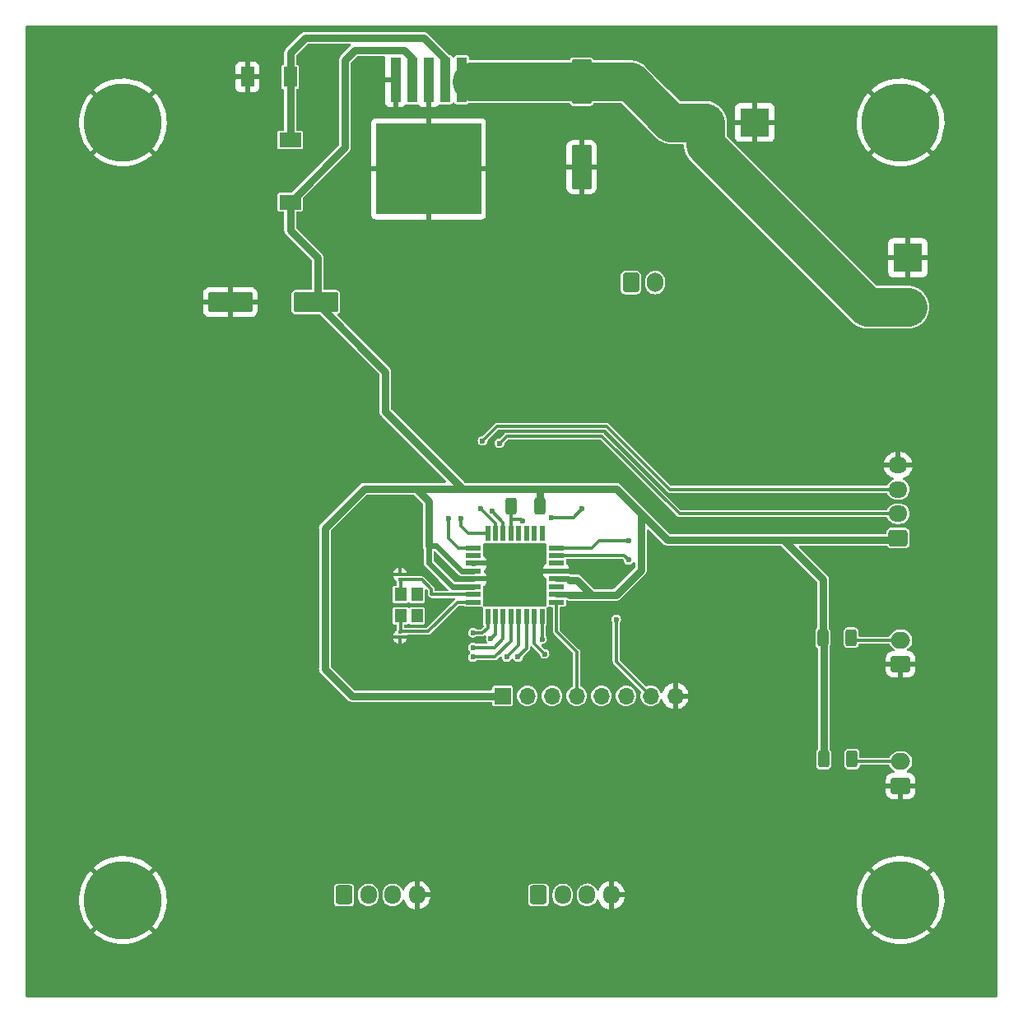
<source format=gbr>
%TF.GenerationSoftware,KiCad,Pcbnew,6.0.11-2627ca5db0~126~ubuntu22.04.1*%
%TF.CreationDate,2023-04-10T19:38:19+02:00*%
%TF.ProjectId,Slicor_carte_v_rin,536c6963-6f72-45f6-9361-7274655f76e9,rev?*%
%TF.SameCoordinates,Original*%
%TF.FileFunction,Copper,L1,Top*%
%TF.FilePolarity,Positive*%
%FSLAX46Y46*%
G04 Gerber Fmt 4.6, Leading zero omitted, Abs format (unit mm)*
G04 Created by KiCad (PCBNEW 6.0.11-2627ca5db0~126~ubuntu22.04.1) date 2023-04-10 19:38:19*
%MOMM*%
%LPD*%
G01*
G04 APERTURE LIST*
G04 Aperture macros list*
%AMRoundRect*
0 Rectangle with rounded corners*
0 $1 Rounding radius*
0 $2 $3 $4 $5 $6 $7 $8 $9 X,Y pos of 4 corners*
0 Add a 4 corners polygon primitive as box body*
4,1,4,$2,$3,$4,$5,$6,$7,$8,$9,$2,$3,0*
0 Add four circle primitives for the rounded corners*
1,1,$1+$1,$2,$3*
1,1,$1+$1,$4,$5*
1,1,$1+$1,$6,$7*
1,1,$1+$1,$8,$9*
0 Add four rect primitives between the rounded corners*
20,1,$1+$1,$2,$3,$4,$5,0*
20,1,$1+$1,$4,$5,$6,$7,0*
20,1,$1+$1,$6,$7,$8,$9,0*
20,1,$1+$1,$8,$9,$2,$3,0*%
G04 Aperture macros list end*
%TA.AperFunction,SMDPad,CuDef*%
%ADD10RoundRect,0.250000X-0.312500X-0.625000X0.312500X-0.625000X0.312500X0.625000X-0.312500X0.625000X0*%
%TD*%
%TA.AperFunction,ComponentPad*%
%ADD11RoundRect,0.250000X0.750000X-0.600000X0.750000X0.600000X-0.750000X0.600000X-0.750000X-0.600000X0*%
%TD*%
%TA.AperFunction,ComponentPad*%
%ADD12O,2.000000X1.700000*%
%TD*%
%TA.AperFunction,SMDPad,CuDef*%
%ADD13R,1.200000X1.400000*%
%TD*%
%TA.AperFunction,ComponentPad*%
%ADD14RoundRect,0.250000X0.725000X-0.600000X0.725000X0.600000X-0.725000X0.600000X-0.725000X-0.600000X0*%
%TD*%
%TA.AperFunction,ComponentPad*%
%ADD15O,1.950000X1.700000*%
%TD*%
%TA.AperFunction,SMDPad,CuDef*%
%ADD16RoundRect,0.250001X2.049999X0.799999X-2.049999X0.799999X-2.049999X-0.799999X2.049999X-0.799999X0*%
%TD*%
%TA.AperFunction,ComponentPad*%
%ADD17C,0.900000*%
%TD*%
%TA.AperFunction,ComponentPad*%
%ADD18C,8.000000*%
%TD*%
%TA.AperFunction,SMDPad,CuDef*%
%ADD19RoundRect,0.250001X-0.799999X2.049999X-0.799999X-2.049999X0.799999X-2.049999X0.799999X2.049999X0*%
%TD*%
%TA.AperFunction,SMDPad,CuDef*%
%ADD20R,1.600000X0.550000*%
%TD*%
%TA.AperFunction,SMDPad,CuDef*%
%ADD21R,0.550000X1.600000*%
%TD*%
%TA.AperFunction,ComponentPad*%
%ADD22R,3.000000X3.000000*%
%TD*%
%TA.AperFunction,ComponentPad*%
%ADD23C,3.000000*%
%TD*%
%TA.AperFunction,ComponentPad*%
%ADD24RoundRect,0.250000X-0.600000X-0.750000X0.600000X-0.750000X0.600000X0.750000X-0.600000X0.750000X0*%
%TD*%
%TA.AperFunction,ComponentPad*%
%ADD25O,1.700000X2.000000*%
%TD*%
%TA.AperFunction,ComponentPad*%
%ADD26RoundRect,0.250000X-0.600000X-0.725000X0.600000X-0.725000X0.600000X0.725000X-0.600000X0.725000X0*%
%TD*%
%TA.AperFunction,ComponentPad*%
%ADD27O,1.700000X1.950000*%
%TD*%
%TA.AperFunction,SMDPad,CuDef*%
%ADD28RoundRect,0.075000X-0.075000X0.125000X-0.075000X-0.125000X0.075000X-0.125000X0.075000X0.125000X0*%
%TD*%
%TA.AperFunction,SMDPad,CuDef*%
%ADD29R,1.100000X4.600000*%
%TD*%
%TA.AperFunction,SMDPad,CuDef*%
%ADD30R,10.800000X9.400000*%
%TD*%
%TA.AperFunction,SMDPad,CuDef*%
%ADD31RoundRect,0.075000X0.075000X-0.125000X0.075000X0.125000X-0.075000X0.125000X-0.075000X-0.125000X0*%
%TD*%
%TA.AperFunction,SMDPad,CuDef*%
%ADD32R,1.400000X2.100000*%
%TD*%
%TA.AperFunction,ComponentPad*%
%ADD33R,1.700000X1.700000*%
%TD*%
%TA.AperFunction,ComponentPad*%
%ADD34O,1.700000X1.700000*%
%TD*%
%TA.AperFunction,SMDPad,CuDef*%
%ADD35R,2.200000X1.500000*%
%TD*%
%TA.AperFunction,ViaPad*%
%ADD36C,0.600000*%
%TD*%
%TA.AperFunction,ViaPad*%
%ADD37C,0.800000*%
%TD*%
%TA.AperFunction,Conductor*%
%ADD38C,0.300000*%
%TD*%
%TA.AperFunction,Conductor*%
%ADD39C,0.800000*%
%TD*%
%TA.AperFunction,Conductor*%
%ADD40C,4.000000*%
%TD*%
%TA.AperFunction,Conductor*%
%ADD41C,0.600000*%
%TD*%
G04 APERTURE END LIST*
D10*
%TO.P,R2,1*%
%TO.N,+5V*%
X131987500Y-113000000D03*
%TO.P,R2,2*%
%TO.N,Contacteur_B*%
X134912500Y-113000000D03*
%TD*%
%TO.P,R1,1*%
%TO.N,+5V*%
X132075000Y-125500000D03*
%TO.P,R1,2*%
%TO.N,Contacteur_A*%
X135000000Y-125500000D03*
%TD*%
D11*
%TO.P,J9,1,Pin_1*%
%TO.N,GND*%
X140000000Y-115750000D03*
D12*
%TO.P,J9,2,Pin_2*%
%TO.N,Contacteur_B*%
X140000000Y-113250000D03*
%TD*%
D11*
%TO.P,J8,1,Pin_1*%
%TO.N,GND*%
X140000000Y-128250000D03*
D12*
%TO.P,J8,2,Pin_2*%
%TO.N,Contacteur_A*%
X140000000Y-125750000D03*
%TD*%
D13*
%TO.P,Y1,4*%
%TO.N,N/C*%
X90250000Y-108550000D03*
%TO.P,Y1,3*%
X90250000Y-110750000D03*
%TO.P,Y1,2,2*%
%TO.N,Net-(C4-Pad1)*%
X88550000Y-110750000D03*
%TO.P,Y1,1,1*%
%TO.N,Net-(C3-Pad1)*%
X88550000Y-108550000D03*
%TD*%
D14*
%TO.P,J5,1,Pin_1*%
%TO.N,+5V*%
X139750000Y-102750000D03*
D15*
%TO.P,J5,2,Pin_2*%
%TO.N,A*%
X139750000Y-100250000D03*
%TO.P,J5,3,Pin_3*%
%TO.N,B*%
X139750000Y-97750000D03*
%TO.P,J5,4,Pin_4*%
%TO.N,GND*%
X139750000Y-95250000D03*
%TD*%
D16*
%TO.P,C2,1*%
%TO.N,+5V*%
X79838000Y-78486000D03*
%TO.P,C2,2*%
%TO.N,GND*%
X71038000Y-78486000D03*
%TD*%
D17*
%TO.P,H2,1,1*%
%TO.N,GND*%
X57878680Y-142121320D03*
X62121320Y-137878680D03*
X63000000Y-140000000D03*
X60000000Y-137000000D03*
X57000000Y-140000000D03*
X62121320Y-142121320D03*
X60000000Y-143000000D03*
X57878680Y-137878680D03*
D18*
X60000000Y-140000000D03*
%TD*%
D19*
%TO.P,C1,1*%
%TO.N,+24V*%
X107188000Y-55798000D03*
%TO.P,C1,2*%
%TO.N,GND*%
X107188000Y-64598000D03*
%TD*%
D20*
%TO.P,uC1,1,PD3*%
%TO.N,B*%
X96070000Y-103754000D03*
%TO.P,uC1,2,PD4*%
%TO.N,unconnected-(uC1-Pad2)*%
X96070000Y-104554000D03*
%TO.P,uC1,3,GND*%
%TO.N,GND*%
X96070000Y-105354000D03*
%TO.P,uC1,4,VCC*%
%TO.N,+5V*%
X96070000Y-106154000D03*
%TO.P,uC1,5,GND*%
%TO.N,GND*%
X96070000Y-106954000D03*
%TO.P,uC1,6,VCC*%
%TO.N,+5V*%
X96070000Y-107754000D03*
%TO.P,uC1,7,XTAL1/PB6*%
%TO.N,Net-(C3-Pad1)*%
X96070000Y-108554000D03*
%TO.P,uC1,8,XTAL2/PB7*%
%TO.N,Net-(C4-Pad1)*%
X96070000Y-109354000D03*
D21*
%TO.P,uC1,9,PD5*%
%TO.N,Pwm_Bridge_A*%
X97520000Y-110804000D03*
%TO.P,uC1,10,PD6*%
%TO.N,Pwm_Bridge_B*%
X98320000Y-110804000D03*
%TO.P,uC1,11,PD7*%
%TO.N,IN1_A*%
X99120000Y-110804000D03*
%TO.P,uC1,12,PB0*%
%TO.N,IN2_A*%
X99920000Y-110804000D03*
%TO.P,uC1,13,PB1*%
%TO.N,IN1_B*%
X100720000Y-110804000D03*
%TO.P,uC1,14,PB2*%
%TO.N,IN2_B*%
X101520000Y-110804000D03*
%TO.P,uC1,15,PB3*%
%TO.N,MOSI*%
X102320000Y-110804000D03*
%TO.P,uC1,16,PB4*%
%TO.N,MISO*%
X103120000Y-110804000D03*
D20*
%TO.P,uC1,17,PB5*%
%TO.N,SCK*%
X104570000Y-109354000D03*
%TO.P,uC1,18,AVCC*%
%TO.N,+5V*%
X104570000Y-108554000D03*
%TO.P,uC1,19,ADC6*%
%TO.N,unconnected-(uC1-Pad19)*%
X104570000Y-107754000D03*
%TO.P,uC1,20,AREF*%
%TO.N,+5V*%
X104570000Y-106954000D03*
%TO.P,uC1,21,GND*%
%TO.N,GND*%
X104570000Y-106154000D03*
%TO.P,uC1,22,ADC7*%
%TO.N,unconnected-(uC1-Pad22)*%
X104570000Y-105354000D03*
%TO.P,uC1,23,PC0*%
%TO.N,Contacteur_A*%
X104570000Y-104554000D03*
%TO.P,uC1,24,PC1*%
%TO.N,Contacteur_B*%
X104570000Y-103754000D03*
D21*
%TO.P,uC1,25,PC2*%
%TO.N,unconnected-(uC1-Pad25)*%
X103120000Y-102304000D03*
%TO.P,uC1,26,PC3*%
%TO.N,unconnected-(uC1-Pad26)*%
X102320000Y-102304000D03*
%TO.P,uC1,27,PC4*%
%TO.N,unconnected-(uC1-Pad27)*%
X101520000Y-102304000D03*
%TO.P,uC1,28,PC5*%
%TO.N,unconnected-(uC1-Pad28)*%
X100720000Y-102304000D03*
%TO.P,uC1,29,~{RESET}/PC6*%
%TO.N,RST*%
X99920000Y-102304000D03*
%TO.P,uC1,30,PD0*%
%TO.N,UART RX*%
X99120000Y-102304000D03*
%TO.P,uC1,31,PD1*%
%TO.N,UART TX*%
X98320000Y-102304000D03*
%TO.P,uC1,32,PD2*%
%TO.N,A*%
X97520000Y-102304000D03*
%TD*%
D22*
%TO.P,J1,1,Pin_1*%
%TO.N,GND*%
X125000000Y-60000000D03*
D23*
%TO.P,J1,2,Pin_2*%
%TO.N,+24V*%
X119920000Y-60000000D03*
%TD*%
D17*
%TO.P,H4,1,1*%
%TO.N,GND*%
X142121320Y-62121320D03*
X143000000Y-60000000D03*
X137878680Y-62121320D03*
D18*
X140000000Y-60000000D03*
D17*
X140000000Y-63000000D03*
X140000000Y-57000000D03*
X142121320Y-57878680D03*
X137000000Y-60000000D03*
X137878680Y-57878680D03*
%TD*%
D24*
%TO.P,J3,1,Pin_1*%
%TO.N,UART TX*%
X112250000Y-76475000D03*
D25*
%TO.P,J3,2,Pin_2*%
%TO.N,UART RX*%
X114750000Y-76475000D03*
%TD*%
D26*
%TO.P,J7,1,Pin_1*%
%TO.N,Pwm_Bridge_A*%
X82750000Y-139475000D03*
D27*
%TO.P,J7,2,Pin_2*%
%TO.N,IN1_A*%
X85250000Y-139475000D03*
%TO.P,J7,3,Pin_3*%
%TO.N,IN2_A*%
X87750000Y-139475000D03*
%TO.P,J7,4,Pin_4*%
%TO.N,GND*%
X90250000Y-139475000D03*
%TD*%
D28*
%TO.P,C4,2*%
%TO.N,GND*%
X88500000Y-112925000D03*
%TO.P,C4,1*%
%TO.N,Net-(C4-Pad1)*%
X88500000Y-112425000D03*
%TD*%
D22*
%TO.P,J2,1,Pin_1*%
%TO.N,GND*%
X140750000Y-73920000D03*
D23*
%TO.P,J2,2,Pin_2*%
%TO.N,+24V*%
X140750000Y-79000000D03*
%TD*%
D29*
%TO.P,U1,1,VIN*%
%TO.N,+24V*%
X94840000Y-55620000D03*
%TO.P,U1,2,OUT*%
%TO.N,Net-(D5-Pad1)*%
X93140000Y-55620000D03*
D30*
%TO.P,U1,3,GND*%
%TO.N,GND*%
X91440000Y-64770000D03*
D29*
X91440000Y-55620000D03*
%TO.P,U1,4,FB*%
%TO.N,+5V*%
X89740000Y-55620000D03*
%TO.P,U1,5,~{ON}/OFF*%
%TO.N,GND*%
X88040000Y-55620000D03*
%TD*%
D26*
%TO.P,J6,1,Pin_1*%
%TO.N,Pwm_Bridge_B*%
X102750000Y-139475000D03*
D27*
%TO.P,J6,2,Pin_2*%
%TO.N,IN1_B*%
X105250000Y-139475000D03*
%TO.P,J6,3,Pin_3*%
%TO.N,IN2_B*%
X107750000Y-139475000D03*
%TO.P,J6,4,Pin_4*%
%TO.N,GND*%
X110250000Y-139475000D03*
%TD*%
D10*
%TO.P,R13,1*%
%TO.N,RST*%
X99935000Y-99442000D03*
%TO.P,R13,2*%
%TO.N,+5V*%
X102860000Y-99442000D03*
%TD*%
D17*
%TO.P,H1,1,1*%
%TO.N,GND*%
X57878680Y-57878680D03*
X62121320Y-57878680D03*
X62121320Y-62121320D03*
X60000000Y-63000000D03*
X63000000Y-60000000D03*
X57000000Y-60000000D03*
X60000000Y-57000000D03*
D18*
X60000000Y-60000000D03*
D17*
X57878680Y-62121320D03*
%TD*%
D31*
%TO.P,C3,2*%
%TO.N,GND*%
X88500000Y-106500000D03*
%TO.P,C3,1*%
%TO.N,Net-(C3-Pad1)*%
X88500000Y-107000000D03*
%TD*%
D32*
%TO.P,D5,1,K*%
%TO.N,Net-(D5-Pad1)*%
X77200000Y-55320000D03*
%TO.P,D5,2,A*%
%TO.N,GND*%
X72800000Y-55320000D03*
%TD*%
D33*
%TO.P,J4,1,Pin_1*%
%TO.N,+5V*%
X99050000Y-119000000D03*
D34*
%TO.P,J4,2,Pin_2*%
%TO.N,MISO*%
X101590000Y-119000000D03*
%TO.P,J4,3,Pin_3*%
%TO.N,MOSI*%
X104130000Y-119000000D03*
%TO.P,J4,4,Pin_4*%
%TO.N,SCK*%
X106670000Y-119000000D03*
%TO.P,J4,5,Pin_5*%
%TO.N,RST*%
X109210000Y-119000000D03*
%TO.P,J4,6,Pin_6*%
%TO.N,UART TX*%
X111750000Y-119000000D03*
%TO.P,J4,7,Pin_7*%
%TO.N,UART RX*%
X114290000Y-119000000D03*
%TO.P,J4,8,Pin_8*%
%TO.N,GND*%
X116830000Y-119000000D03*
%TD*%
D17*
%TO.P,H3,1,1*%
%TO.N,GND*%
X137000000Y-140000000D03*
X142121320Y-142121320D03*
X137878680Y-137878680D03*
X140000000Y-137000000D03*
D18*
X140000000Y-140000000D03*
D17*
X142121320Y-137878680D03*
X137878680Y-142121320D03*
X143000000Y-140000000D03*
X140000000Y-143000000D03*
%TD*%
D35*
%TO.P,L1,1,1*%
%TO.N,Net-(D5-Pad1)*%
X77200000Y-61800000D03*
%TO.P,L1,2,2*%
%TO.N,+5V*%
X77200000Y-68200000D03*
%TD*%
D36*
%TO.N,Contacteur_A*%
X112000000Y-105000000D03*
%TO.N,Contacteur_B*%
X112000000Y-103000000D03*
D37*
%TO.N,GND*%
X93716000Y-106300000D03*
D36*
%TO.N,MISO*%
X103114000Y-113158000D03*
%TO.N,MOSI*%
X103368000Y-114682000D03*
%TO.N,RST*%
X101082000Y-100966000D03*
%TO.N,UART TX*%
X96764000Y-99696000D03*
%TO.N,UART RX*%
X110734000Y-111126000D03*
X97985266Y-99998734D03*
X104084000Y-100666000D03*
X107250000Y-99750000D03*
%TO.N,Pwm_Bridge_B*%
X97850000Y-113150000D03*
%TO.N,IN1_B*%
X99500000Y-115000000D03*
%TO.N,IN2_B*%
X100637500Y-115012500D03*
%TO.N,Pwm_Bridge_A*%
X96000000Y-112500000D03*
%TO.N,A*%
X94750000Y-100750000D03*
X98750000Y-93000000D03*
%TO.N,B*%
X97000000Y-92750000D03*
X93500000Y-100750000D03*
%TO.N,IN1_A*%
X96000000Y-114000000D03*
%TO.N,IN2_A*%
X96000000Y-115000000D03*
%TD*%
D38*
%TO.N,Contacteur_B*%
X109000000Y-103000000D02*
X108246000Y-103754000D01*
X112000000Y-103000000D02*
X109000000Y-103000000D01*
X108246000Y-103754000D02*
X104570000Y-103754000D01*
%TO.N,Contacteur_A*%
X112000000Y-105000000D02*
X111554000Y-104554000D01*
X111554000Y-104554000D02*
X104570000Y-104554000D01*
X140000000Y-125750000D02*
X135250000Y-125750000D01*
X135250000Y-125750000D02*
X135000000Y-125500000D01*
%TO.N,Contacteur_B*%
X140000000Y-113250000D02*
X135162500Y-113250000D01*
X135162500Y-113250000D02*
X134912500Y-113000000D01*
D39*
%TO.N,+5V*%
X132075000Y-125500000D02*
X132075000Y-113087500D01*
X132075000Y-113087500D02*
X131987500Y-113000000D01*
X132000000Y-112987500D02*
X132000000Y-107000000D01*
X131987500Y-113000000D02*
X132000000Y-112987500D01*
X115988000Y-102918000D02*
X127082000Y-102918000D01*
X132000000Y-107000000D02*
X127918000Y-102918000D01*
X127082000Y-102918000D02*
X139582000Y-102918000D01*
X127918000Y-102918000D02*
X127082000Y-102918000D01*
D38*
%TO.N,Net-(C4-Pad1)*%
X96070000Y-109354000D02*
X94396000Y-109354000D01*
X88550000Y-112325000D02*
X88550000Y-110750000D01*
X94396000Y-109354000D02*
X91375000Y-112375000D01*
X91375000Y-112375000D02*
X88500000Y-112375000D01*
X88500000Y-112375000D02*
X88550000Y-112325000D01*
%TO.N,Net-(C3-Pad1)*%
X91735041Y-108519000D02*
X91735041Y-108035041D01*
X90750000Y-107050000D02*
X88500000Y-107050000D01*
X91735041Y-108035041D02*
X90750000Y-107050000D01*
X88550000Y-108550000D02*
X88550000Y-107100000D01*
X88550000Y-107100000D02*
X88500000Y-107050000D01*
D40*
%TO.N,+24V*%
X119920000Y-60000000D02*
X116388000Y-60000000D01*
X107188000Y-55798000D02*
X96094000Y-55798000D01*
X119920000Y-60000000D02*
X119920000Y-62320000D01*
X136600000Y-79000000D02*
X140750000Y-79000000D01*
X96055000Y-55759000D02*
X95909000Y-55759000D01*
X112186000Y-55798000D02*
X107188000Y-55798000D01*
X96094000Y-55798000D02*
X96055000Y-55759000D01*
X116388000Y-60000000D02*
X112186000Y-55798000D01*
X119920000Y-62320000D02*
X136600000Y-79000000D01*
D41*
%TO.N,GND*%
X94370000Y-106954000D02*
X96070000Y-106954000D01*
X93716000Y-106300000D02*
X94370000Y-106954000D01*
D39*
%TO.N,+5V*%
X77200000Y-71104000D02*
X80010000Y-73914000D01*
D41*
X93897207Y-107754000D02*
X96070000Y-107754000D01*
X104570000Y-108554000D02*
X105876000Y-108554000D01*
D39*
X79838000Y-78486000D02*
X87000000Y-85648000D01*
D41*
X105876000Y-108554000D02*
X105908000Y-108586000D01*
D39*
X77200000Y-68200000D02*
X77200000Y-71104000D01*
X82804000Y-53594000D02*
X83820000Y-52578000D01*
D41*
X91430000Y-103506000D02*
X92194793Y-103506000D01*
D39*
X80010000Y-78314000D02*
X79838000Y-78486000D01*
X83556000Y-119000000D02*
X99050000Y-119000000D01*
X94914000Y-97664000D02*
X95086000Y-97664000D01*
X110734000Y-97664000D02*
X102606000Y-97664000D01*
X113274000Y-106046000D02*
X113274000Y-100204000D01*
X139582000Y-102918000D02*
X139750000Y-102750000D01*
D41*
X94842793Y-106154000D02*
X96070000Y-106154000D01*
D39*
X80010000Y-73914000D02*
X80010000Y-78314000D01*
X89759000Y-53437000D02*
X89759000Y-55759000D01*
D41*
X92816000Y-106672793D02*
X93897207Y-107754000D01*
X92816000Y-106670000D02*
X92816000Y-106672793D01*
D39*
X95086000Y-97664000D02*
X90160000Y-97664000D01*
X106670000Y-107062000D02*
X105908000Y-107062000D01*
D41*
X91430000Y-103506000D02*
X91430000Y-105284000D01*
D39*
X83820000Y-52578000D02*
X88900000Y-52578000D01*
D41*
X105908000Y-107062000D02*
X105800000Y-106954000D01*
D39*
X87000000Y-89750000D02*
X94914000Y-97664000D01*
X90160000Y-97664000D02*
X84826000Y-97664000D01*
X108194000Y-108586000D02*
X110734000Y-108586000D01*
X113274000Y-100204000D02*
X110734000Y-97664000D01*
X91430000Y-98934000D02*
X90160000Y-97664000D01*
X113274000Y-100204000D02*
X115988000Y-102918000D01*
X91430000Y-103506000D02*
X91430000Y-98934000D01*
X102860000Y-99442000D02*
X102860000Y-97918000D01*
X77200000Y-68200000D02*
X82804000Y-62596000D01*
X80762000Y-116206000D02*
X83556000Y-119000000D01*
D41*
X92194793Y-103506000D02*
X94842793Y-106154000D01*
D39*
X80762000Y-101728000D02*
X80762000Y-116206000D01*
X105908000Y-108586000D02*
X108194000Y-108586000D01*
X88900000Y-52578000D02*
X89759000Y-53437000D01*
X84826000Y-97664000D02*
X80762000Y-101728000D01*
D41*
X91430000Y-105284000D02*
X92816000Y-106670000D01*
D39*
X108194000Y-108586000D02*
X106670000Y-107062000D01*
X102606000Y-97664000D02*
X95086000Y-97664000D01*
X110734000Y-108586000D02*
X113274000Y-106046000D01*
D41*
X105800000Y-106954000D02*
X104570000Y-106954000D01*
D39*
X82804000Y-62596000D02*
X82804000Y-53594000D01*
X102860000Y-97918000D02*
X102606000Y-97664000D01*
X87000000Y-85648000D02*
X87000000Y-89750000D01*
D38*
%TO.N,Net-(C3-Pad1)*%
X91735041Y-108519000D02*
X91790041Y-108574000D01*
X91790041Y-108574000D02*
X96050000Y-108574000D01*
X96050000Y-108574000D02*
X96070000Y-108554000D01*
D39*
%TO.N,Net-(D5-Pad1)*%
X77200000Y-55320000D02*
X77200000Y-61800000D01*
X93159000Y-55759000D02*
X93159000Y-53535000D01*
X78740000Y-51308000D02*
X77200000Y-52848000D01*
X93159000Y-53535000D02*
X90932000Y-51308000D01*
X77200000Y-52848000D02*
X77200000Y-55320000D01*
D38*
X93159000Y-53281000D02*
X93159000Y-55759000D01*
D39*
X90932000Y-51308000D02*
X78740000Y-51308000D01*
D38*
%TO.N,MISO*%
X103120000Y-113152000D02*
X103120000Y-110804000D01*
X103114000Y-113158000D02*
X103120000Y-113152000D01*
%TO.N,MOSI*%
X103368000Y-114682000D02*
X102320000Y-113634000D01*
X102320000Y-113634000D02*
X102320000Y-110804000D01*
%TO.N,SCK*%
X104570000Y-109354000D02*
X104570000Y-112328000D01*
X106670000Y-114428000D02*
X106670000Y-119000000D01*
X104570000Y-112328000D02*
X106670000Y-114428000D01*
%TO.N,RST*%
X100959000Y-100843000D02*
X101082000Y-100966000D01*
X99935000Y-99442000D02*
X99935000Y-100843000D01*
X99935000Y-102289000D02*
X99920000Y-102304000D01*
X99935000Y-100843000D02*
X99935000Y-102289000D01*
X99935000Y-100843000D02*
X100959000Y-100843000D01*
%TO.N,UART TX*%
X96764000Y-99696000D02*
X98320000Y-101252000D01*
X98320000Y-101252000D02*
X98320000Y-102304000D01*
%TO.N,UART RX*%
X99120000Y-101133468D02*
X99120000Y-102304000D01*
X97985266Y-99998734D02*
X99120000Y-101133468D01*
X106334000Y-100666000D02*
X107250000Y-99750000D01*
X104084000Y-100666000D02*
X106334000Y-100666000D01*
X110734000Y-115444000D02*
X110734000Y-111126000D01*
X114290000Y-119000000D02*
X110734000Y-115444000D01*
%TO.N,Pwm_Bridge_B*%
X97850000Y-113150000D02*
X98320000Y-112680000D01*
X98320000Y-112680000D02*
X98320000Y-110804000D01*
%TO.N,IN1_B*%
X100720000Y-113780000D02*
X100720000Y-110804000D01*
X99500000Y-115000000D02*
X100720000Y-113780000D01*
%TO.N,IN2_B*%
X100637500Y-115012500D02*
X101520000Y-114130000D01*
X101520000Y-114130000D02*
X101520000Y-110804000D01*
%TO.N,Pwm_Bridge_A*%
X97000000Y-112500000D02*
X96000000Y-112500000D01*
X97520000Y-111980000D02*
X97000000Y-112500000D01*
X97520000Y-110804000D02*
X97520000Y-111980000D01*
%TO.N,A*%
X139750000Y-100250000D02*
X117250000Y-100250000D01*
X97520000Y-102304000D02*
X95554000Y-102304000D01*
X95554000Y-102304000D02*
X94750000Y-101500000D01*
X109250000Y-92250000D02*
X99500000Y-92250000D01*
X99500000Y-92250000D02*
X98750000Y-93000000D01*
X117250000Y-100250000D02*
X109250000Y-92250000D01*
X94750000Y-101500000D02*
X94750000Y-100750000D01*
%TO.N,B*%
X94504000Y-103754000D02*
X93500000Y-102750000D01*
X116250000Y-97750000D02*
X109750000Y-91250000D01*
X98500000Y-91250000D02*
X97000000Y-92750000D01*
X109750000Y-91250000D02*
X98500000Y-91250000D01*
X139750000Y-97750000D02*
X116250000Y-97750000D01*
X93500000Y-102750000D02*
X93500000Y-100750000D01*
X96070000Y-103754000D02*
X94504000Y-103754000D01*
%TO.N,IN1_A*%
X99120000Y-113130000D02*
X98250000Y-114000000D01*
X99120000Y-110804000D02*
X99120000Y-113130000D01*
X98250000Y-114000000D02*
X96000000Y-114000000D01*
%TO.N,IN2_A*%
X99920000Y-113330000D02*
X99920000Y-110804000D01*
X96000000Y-115000000D02*
X98250000Y-115000000D01*
X98250000Y-115000000D02*
X99920000Y-113330000D01*
%TD*%
%TA.AperFunction,Conductor*%
%TO.N,GND*%
G36*
X149931621Y-50030502D02*
G01*
X149978114Y-50084158D01*
X149989500Y-50136500D01*
X149989500Y-149863500D01*
X149969498Y-149931621D01*
X149915842Y-149978114D01*
X149863500Y-149989500D01*
X50136500Y-149989500D01*
X50068379Y-149969498D01*
X50021886Y-149915842D01*
X50010500Y-149863500D01*
X50010500Y-143365431D01*
X57000109Y-143365431D01*
X57000190Y-143366564D01*
X57005168Y-143374136D01*
X57025401Y-143393539D01*
X57029678Y-143397283D01*
X57345218Y-143649175D01*
X57349801Y-143652505D01*
X57686867Y-143874759D01*
X57691763Y-143877677D01*
X58047543Y-144068444D01*
X58052717Y-144070923D01*
X58424339Y-144228668D01*
X58429674Y-144230652D01*
X58814069Y-144354068D01*
X58819570Y-144355563D01*
X59213575Y-144443633D01*
X59219187Y-144444622D01*
X59619538Y-144496619D01*
X59625244Y-144497098D01*
X60028642Y-144512595D01*
X60034368Y-144512555D01*
X60437518Y-144491427D01*
X60443199Y-144490870D01*
X60842795Y-144433288D01*
X60848390Y-144432220D01*
X61241123Y-144338657D01*
X61246605Y-144337086D01*
X61629233Y-144208318D01*
X61634563Y-144206250D01*
X62003946Y-144043332D01*
X62009053Y-144040797D01*
X62362145Y-143845075D01*
X62367024Y-143842074D01*
X62700898Y-143615174D01*
X62705511Y-143611723D01*
X62991829Y-143376539D01*
X62999388Y-143365431D01*
X137000109Y-143365431D01*
X137000190Y-143366564D01*
X137005168Y-143374136D01*
X137025401Y-143393539D01*
X137029678Y-143397283D01*
X137345218Y-143649175D01*
X137349801Y-143652505D01*
X137686867Y-143874759D01*
X137691763Y-143877677D01*
X138047543Y-144068444D01*
X138052717Y-144070923D01*
X138424339Y-144228668D01*
X138429674Y-144230652D01*
X138814069Y-144354068D01*
X138819570Y-144355563D01*
X139213575Y-144443633D01*
X139219187Y-144444622D01*
X139619538Y-144496619D01*
X139625244Y-144497098D01*
X140028642Y-144512595D01*
X140034368Y-144512555D01*
X140437518Y-144491427D01*
X140443199Y-144490870D01*
X140842795Y-144433288D01*
X140848390Y-144432220D01*
X141241123Y-144338657D01*
X141246605Y-144337086D01*
X141629233Y-144208318D01*
X141634563Y-144206250D01*
X142003946Y-144043332D01*
X142009053Y-144040797D01*
X142362145Y-143845075D01*
X142367024Y-143842074D01*
X142700898Y-143615174D01*
X142705511Y-143611723D01*
X142991829Y-143376539D01*
X143000290Y-143364106D01*
X142994040Y-143353250D01*
X142647408Y-143006618D01*
X141762111Y-142121320D01*
X141236023Y-141595233D01*
X140012812Y-140372022D01*
X139998868Y-140364408D01*
X139997035Y-140364539D01*
X139990420Y-140368790D01*
X138763978Y-141595232D01*
X137878680Y-142480529D01*
X137352593Y-143006617D01*
X137007723Y-143351487D01*
X137000109Y-143365431D01*
X62999388Y-143365431D01*
X63000290Y-143364106D01*
X62994040Y-143353250D01*
X62647408Y-143006618D01*
X61762111Y-142121320D01*
X61236023Y-141595233D01*
X60012812Y-140372022D01*
X59998868Y-140364408D01*
X59997035Y-140364539D01*
X59990420Y-140368790D01*
X58763978Y-141595232D01*
X57878680Y-142480529D01*
X57352593Y-143006617D01*
X57007723Y-143351487D01*
X57000109Y-143365431D01*
X50010500Y-143365431D01*
X50010500Y-140154638D01*
X55489964Y-140154638D01*
X55490163Y-140160343D01*
X55522540Y-140562753D01*
X55523258Y-140568430D01*
X55591970Y-140966229D01*
X55593201Y-140971829D01*
X55697689Y-141361786D01*
X55699413Y-141367219D01*
X55838817Y-141746108D01*
X55841025Y-141751362D01*
X56014192Y-142116050D01*
X56016877Y-142121099D01*
X56222390Y-142468606D01*
X56225500Y-142473358D01*
X56461668Y-142800812D01*
X56465208Y-142805278D01*
X56625528Y-142989704D01*
X56638657Y-142998113D01*
X56648570Y-142992220D01*
X56993382Y-142647408D01*
X57878680Y-141762111D01*
X57950260Y-141690531D01*
X58404767Y-141236023D01*
X59627978Y-140012812D01*
X59634356Y-140001132D01*
X60364408Y-140001132D01*
X60364539Y-140002965D01*
X60368790Y-140009580D01*
X61595232Y-141236022D01*
X62049739Y-141690530D01*
X62121319Y-141762110D01*
X63006617Y-142647407D01*
X63350688Y-142991478D01*
X63364134Y-142998820D01*
X63373970Y-142991900D01*
X63573611Y-142755657D01*
X63577097Y-142751130D01*
X63808659Y-142420424D01*
X63811716Y-142415608D01*
X64012350Y-142065281D01*
X64014962Y-142060199D01*
X64183020Y-141693127D01*
X64185159Y-141687834D01*
X64319255Y-141307047D01*
X64320908Y-141301573D01*
X64419939Y-140910206D01*
X64421090Y-140904600D01*
X64484245Y-140505854D01*
X64484880Y-140500192D01*
X64501243Y-140253834D01*
X81699500Y-140253834D01*
X81702481Y-140285369D01*
X81747366Y-140413184D01*
X81752958Y-140420754D01*
X81752959Y-140420757D01*
X81801246Y-140486131D01*
X81827850Y-140522150D01*
X81835421Y-140527742D01*
X81929243Y-140597041D01*
X81929246Y-140597042D01*
X81936816Y-140602634D01*
X82064631Y-140647519D01*
X82072277Y-140648242D01*
X82072278Y-140648242D01*
X82078248Y-140648806D01*
X82096166Y-140650500D01*
X83403834Y-140650500D01*
X83421752Y-140648806D01*
X83427722Y-140648242D01*
X83427723Y-140648242D01*
X83435369Y-140647519D01*
X83563184Y-140602634D01*
X83570754Y-140597042D01*
X83570757Y-140597041D01*
X83664579Y-140527742D01*
X83672150Y-140522150D01*
X83698754Y-140486131D01*
X83747041Y-140420757D01*
X83747042Y-140420754D01*
X83752634Y-140413184D01*
X83797519Y-140285369D01*
X83800500Y-140253834D01*
X83800500Y-139651841D01*
X84199500Y-139651841D01*
X84214520Y-139805030D01*
X84274065Y-140002251D01*
X84370782Y-140184151D01*
X84425198Y-140250871D01*
X84497094Y-140339025D01*
X84497097Y-140339028D01*
X84500989Y-140343800D01*
X84505736Y-140347727D01*
X84505738Y-140347729D01*
X84654975Y-140471189D01*
X84654979Y-140471191D01*
X84659725Y-140475118D01*
X84840945Y-140573103D01*
X85037746Y-140634023D01*
X85043871Y-140634667D01*
X85043872Y-140634667D01*
X85236502Y-140654913D01*
X85236504Y-140654913D01*
X85242631Y-140655557D01*
X85330956Y-140647519D01*
X85441658Y-140637445D01*
X85441661Y-140637444D01*
X85447797Y-140636886D01*
X85645428Y-140578720D01*
X85827998Y-140483274D01*
X85832799Y-140479414D01*
X85832802Y-140479412D01*
X85983746Y-140358050D01*
X85983747Y-140358050D01*
X85988553Y-140354185D01*
X86120976Y-140196370D01*
X86123944Y-140190972D01*
X86123947Y-140190967D01*
X86217257Y-140021235D01*
X86220224Y-140015838D01*
X86282516Y-139819468D01*
X86283474Y-139810932D01*
X86300107Y-139662636D01*
X86300500Y-139659136D01*
X86300500Y-139651841D01*
X86699500Y-139651841D01*
X86714520Y-139805030D01*
X86774065Y-140002251D01*
X86870782Y-140184151D01*
X86925198Y-140250871D01*
X86997094Y-140339025D01*
X86997097Y-140339028D01*
X87000989Y-140343800D01*
X87005736Y-140347727D01*
X87005738Y-140347729D01*
X87154975Y-140471189D01*
X87154979Y-140471191D01*
X87159725Y-140475118D01*
X87340945Y-140573103D01*
X87537746Y-140634023D01*
X87543871Y-140634667D01*
X87543872Y-140634667D01*
X87736502Y-140654913D01*
X87736504Y-140654913D01*
X87742631Y-140655557D01*
X87830956Y-140647519D01*
X87941658Y-140637445D01*
X87941661Y-140637444D01*
X87947797Y-140636886D01*
X88145428Y-140578720D01*
X88327998Y-140483274D01*
X88332799Y-140479414D01*
X88332802Y-140479412D01*
X88483746Y-140358050D01*
X88483747Y-140358050D01*
X88488553Y-140354185D01*
X88620976Y-140196370D01*
X88623944Y-140190972D01*
X88623947Y-140190967D01*
X88717254Y-140021240D01*
X88720224Y-140015838D01*
X88721434Y-140012022D01*
X88766176Y-139957866D01*
X88833807Y-139936268D01*
X88902380Y-139954663D01*
X88950121Y-140007210D01*
X88958729Y-140030579D01*
X88963130Y-140047535D01*
X88966665Y-140057575D01*
X89056937Y-140257970D01*
X89062106Y-140267256D01*
X89184850Y-140449575D01*
X89191519Y-140457870D01*
X89343228Y-140616900D01*
X89351186Y-140623941D01*
X89527525Y-140755141D01*
X89536562Y-140760745D01*
X89732484Y-140860357D01*
X89742335Y-140864357D01*
X89952240Y-140929534D01*
X89962624Y-140931817D01*
X89978043Y-140933861D01*
X89992207Y-140931665D01*
X89996000Y-140918478D01*
X89996000Y-140916192D01*
X90504000Y-140916192D01*
X90507973Y-140929723D01*
X90518580Y-140931248D01*
X90636421Y-140906523D01*
X90646617Y-140903463D01*
X90851029Y-140822737D01*
X90860561Y-140818006D01*
X91048462Y-140703984D01*
X91057052Y-140697720D01*
X91223052Y-140553673D01*
X91230472Y-140546042D01*
X91369826Y-140376089D01*
X91375850Y-140367322D01*
X91440451Y-140253834D01*
X101699500Y-140253834D01*
X101702481Y-140285369D01*
X101747366Y-140413184D01*
X101752958Y-140420754D01*
X101752959Y-140420757D01*
X101801246Y-140486131D01*
X101827850Y-140522150D01*
X101835421Y-140527742D01*
X101929243Y-140597041D01*
X101929246Y-140597042D01*
X101936816Y-140602634D01*
X102064631Y-140647519D01*
X102072277Y-140648242D01*
X102072278Y-140648242D01*
X102078248Y-140648806D01*
X102096166Y-140650500D01*
X103403834Y-140650500D01*
X103421752Y-140648806D01*
X103427722Y-140648242D01*
X103427723Y-140648242D01*
X103435369Y-140647519D01*
X103563184Y-140602634D01*
X103570754Y-140597042D01*
X103570757Y-140597041D01*
X103664579Y-140527742D01*
X103672150Y-140522150D01*
X103698754Y-140486131D01*
X103747041Y-140420757D01*
X103747042Y-140420754D01*
X103752634Y-140413184D01*
X103797519Y-140285369D01*
X103800500Y-140253834D01*
X103800500Y-139651841D01*
X104199500Y-139651841D01*
X104214520Y-139805030D01*
X104274065Y-140002251D01*
X104370782Y-140184151D01*
X104425198Y-140250871D01*
X104497094Y-140339025D01*
X104497097Y-140339028D01*
X104500989Y-140343800D01*
X104505736Y-140347727D01*
X104505738Y-140347729D01*
X104654975Y-140471189D01*
X104654979Y-140471191D01*
X104659725Y-140475118D01*
X104840945Y-140573103D01*
X105037746Y-140634023D01*
X105043871Y-140634667D01*
X105043872Y-140634667D01*
X105236502Y-140654913D01*
X105236504Y-140654913D01*
X105242631Y-140655557D01*
X105330956Y-140647519D01*
X105441658Y-140637445D01*
X105441661Y-140637444D01*
X105447797Y-140636886D01*
X105645428Y-140578720D01*
X105827998Y-140483274D01*
X105832799Y-140479414D01*
X105832802Y-140479412D01*
X105983746Y-140358050D01*
X105983747Y-140358050D01*
X105988553Y-140354185D01*
X106120976Y-140196370D01*
X106123944Y-140190972D01*
X106123947Y-140190967D01*
X106217257Y-140021235D01*
X106220224Y-140015838D01*
X106282516Y-139819468D01*
X106283474Y-139810932D01*
X106300107Y-139662636D01*
X106300500Y-139659136D01*
X106300500Y-139651841D01*
X106699500Y-139651841D01*
X106714520Y-139805030D01*
X106774065Y-140002251D01*
X106870782Y-140184151D01*
X106925198Y-140250871D01*
X106997094Y-140339025D01*
X106997097Y-140339028D01*
X107000989Y-140343800D01*
X107005736Y-140347727D01*
X107005738Y-140347729D01*
X107154975Y-140471189D01*
X107154979Y-140471191D01*
X107159725Y-140475118D01*
X107340945Y-140573103D01*
X107537746Y-140634023D01*
X107543871Y-140634667D01*
X107543872Y-140634667D01*
X107736502Y-140654913D01*
X107736504Y-140654913D01*
X107742631Y-140655557D01*
X107830956Y-140647519D01*
X107941658Y-140637445D01*
X107941661Y-140637444D01*
X107947797Y-140636886D01*
X108145428Y-140578720D01*
X108327998Y-140483274D01*
X108332799Y-140479414D01*
X108332802Y-140479412D01*
X108483746Y-140358050D01*
X108483747Y-140358050D01*
X108488553Y-140354185D01*
X108620976Y-140196370D01*
X108623944Y-140190972D01*
X108623947Y-140190967D01*
X108717254Y-140021240D01*
X108720224Y-140015838D01*
X108721434Y-140012022D01*
X108766176Y-139957866D01*
X108833807Y-139936268D01*
X108902380Y-139954663D01*
X108950121Y-140007210D01*
X108958729Y-140030579D01*
X108963130Y-140047535D01*
X108966665Y-140057575D01*
X109056937Y-140257970D01*
X109062106Y-140267256D01*
X109184850Y-140449575D01*
X109191519Y-140457870D01*
X109343228Y-140616900D01*
X109351186Y-140623941D01*
X109527525Y-140755141D01*
X109536562Y-140760745D01*
X109732484Y-140860357D01*
X109742335Y-140864357D01*
X109952240Y-140929534D01*
X109962624Y-140931817D01*
X109978043Y-140933861D01*
X109992207Y-140931665D01*
X109996000Y-140918478D01*
X109996000Y-140916192D01*
X110504000Y-140916192D01*
X110507973Y-140929723D01*
X110518580Y-140931248D01*
X110636421Y-140906523D01*
X110646617Y-140903463D01*
X110851029Y-140822737D01*
X110860561Y-140818006D01*
X111048462Y-140703984D01*
X111057052Y-140697720D01*
X111223052Y-140553673D01*
X111230472Y-140546042D01*
X111369826Y-140376089D01*
X111375850Y-140367322D01*
X111484576Y-140176318D01*
X111489041Y-140166654D01*
X111493403Y-140154638D01*
X135489964Y-140154638D01*
X135490163Y-140160343D01*
X135522540Y-140562753D01*
X135523258Y-140568430D01*
X135591970Y-140966229D01*
X135593201Y-140971829D01*
X135697689Y-141361786D01*
X135699413Y-141367219D01*
X135838817Y-141746108D01*
X135841025Y-141751362D01*
X136014192Y-142116050D01*
X136016877Y-142121099D01*
X136222390Y-142468606D01*
X136225500Y-142473358D01*
X136461668Y-142800812D01*
X136465208Y-142805278D01*
X136625528Y-142989704D01*
X136638657Y-142998113D01*
X136648570Y-142992220D01*
X136993382Y-142647408D01*
X137878680Y-141762111D01*
X137950260Y-141690531D01*
X138404767Y-141236023D01*
X139627978Y-140012812D01*
X139634356Y-140001132D01*
X140364408Y-140001132D01*
X140364539Y-140002965D01*
X140368790Y-140009580D01*
X141595232Y-141236022D01*
X142049739Y-141690530D01*
X142121319Y-141762110D01*
X143006617Y-142647407D01*
X143350688Y-142991478D01*
X143364134Y-142998820D01*
X143373970Y-142991900D01*
X143573611Y-142755657D01*
X143577097Y-142751130D01*
X143808659Y-142420424D01*
X143811716Y-142415608D01*
X144012350Y-142065281D01*
X144014962Y-142060199D01*
X144183020Y-141693127D01*
X144185159Y-141687834D01*
X144319255Y-141307047D01*
X144320908Y-141301573D01*
X144419939Y-140910206D01*
X144421090Y-140904600D01*
X144484245Y-140505854D01*
X144484880Y-140500192D01*
X144511709Y-140096260D01*
X144511843Y-140092753D01*
X144512796Y-140001773D01*
X144512734Y-139998225D01*
X144494371Y-139593843D01*
X144493855Y-139588165D01*
X144439063Y-139188177D01*
X144438036Y-139182577D01*
X144347216Y-138789198D01*
X144345682Y-138783702D01*
X144219588Y-138400183D01*
X144217558Y-138394841D01*
X144057226Y-138024336D01*
X144054722Y-138019202D01*
X143861471Y-137664752D01*
X143858508Y-137659861D01*
X143633930Y-137324389D01*
X143630537Y-137319787D01*
X143376832Y-137006489D01*
X143363963Y-136999226D01*
X143362596Y-136999305D01*
X143355268Y-137003942D01*
X143006618Y-137352592D01*
X142121320Y-138237889D01*
X141595233Y-138763977D01*
X140372022Y-139987188D01*
X140364408Y-140001132D01*
X139634356Y-140001132D01*
X139635592Y-139998868D01*
X139635461Y-139997035D01*
X139631210Y-139990420D01*
X138404768Y-138763978D01*
X137519471Y-137878680D01*
X136993383Y-137352593D01*
X136650424Y-137009634D01*
X136636480Y-137002020D01*
X136636287Y-137002033D01*
X136627465Y-137008012D01*
X136524743Y-137121298D01*
X136521091Y-137125712D01*
X136278139Y-137448120D01*
X136274906Y-137452843D01*
X136062173Y-137795946D01*
X136059379Y-137800946D01*
X135878624Y-138161905D01*
X135876290Y-138167147D01*
X135728992Y-138543009D01*
X135727149Y-138548422D01*
X135614517Y-138936103D01*
X135613175Y-138941653D01*
X135536142Y-139337952D01*
X135535309Y-139343593D01*
X135494512Y-139745234D01*
X135494192Y-139750958D01*
X135489964Y-140154638D01*
X111493403Y-140154638D01*
X111564031Y-139960059D01*
X111566802Y-139949792D01*
X111603504Y-139746826D01*
X111602085Y-139733586D01*
X111587450Y-139729000D01*
X110522115Y-139729000D01*
X110506876Y-139733475D01*
X110505671Y-139734865D01*
X110504000Y-139742548D01*
X110504000Y-140916192D01*
X109996000Y-140916192D01*
X109996000Y-139202885D01*
X110504000Y-139202885D01*
X110508475Y-139218124D01*
X110509865Y-139219329D01*
X110517548Y-139221000D01*
X111583849Y-139221000D01*
X111598527Y-139216690D01*
X111600590Y-139204807D01*
X111593876Y-139125675D01*
X111592086Y-139115203D01*
X111536870Y-138902465D01*
X111533335Y-138892425D01*
X111443063Y-138692030D01*
X111437894Y-138682744D01*
X111315150Y-138500425D01*
X111308481Y-138492130D01*
X111156772Y-138333100D01*
X111148814Y-138326059D01*
X110972475Y-138194859D01*
X110963438Y-138189255D01*
X110767516Y-138089643D01*
X110757665Y-138085643D01*
X110547760Y-138020466D01*
X110537376Y-138018183D01*
X110521957Y-138016139D01*
X110507793Y-138018335D01*
X110504000Y-138031522D01*
X110504000Y-139202885D01*
X109996000Y-139202885D01*
X109996000Y-138033808D01*
X109992027Y-138020277D01*
X109981420Y-138018752D01*
X109863579Y-138043477D01*
X109853383Y-138046537D01*
X109648971Y-138127263D01*
X109639439Y-138131994D01*
X109451539Y-138246015D01*
X109442948Y-138252280D01*
X109276948Y-138396327D01*
X109269528Y-138403958D01*
X109130174Y-138573911D01*
X109124150Y-138582678D01*
X109015424Y-138773682D01*
X109010959Y-138783346D01*
X108956436Y-138933553D01*
X108914391Y-138990761D01*
X108848092Y-139016157D01*
X108778588Y-139001677D01*
X108727945Y-138951919D01*
X108725940Y-138947765D01*
X108725935Y-138947749D01*
X108629218Y-138765849D01*
X108540756Y-138657384D01*
X108502906Y-138610975D01*
X108502903Y-138610972D01*
X108499011Y-138606200D01*
X108470578Y-138582678D01*
X108345025Y-138478811D01*
X108345021Y-138478809D01*
X108340275Y-138474882D01*
X108159055Y-138376897D01*
X107962254Y-138315977D01*
X107956129Y-138315333D01*
X107956128Y-138315333D01*
X107763498Y-138295087D01*
X107763496Y-138295087D01*
X107757369Y-138294443D01*
X107676988Y-138301758D01*
X107558342Y-138312555D01*
X107558339Y-138312556D01*
X107552203Y-138313114D01*
X107354572Y-138371280D01*
X107172002Y-138466726D01*
X107167201Y-138470586D01*
X107167198Y-138470588D01*
X107073779Y-138545699D01*
X107011447Y-138595815D01*
X106879024Y-138753630D01*
X106876056Y-138759028D01*
X106876053Y-138759033D01*
X106782743Y-138928765D01*
X106779776Y-138934162D01*
X106717484Y-139130532D01*
X106716798Y-139136649D01*
X106716797Y-139136653D01*
X106711646Y-139182577D01*
X106699500Y-139290864D01*
X106699500Y-139651841D01*
X106300500Y-139651841D01*
X106300500Y-139298159D01*
X106285480Y-139144970D01*
X106225935Y-138947749D01*
X106129218Y-138765849D01*
X106040756Y-138657384D01*
X106002906Y-138610975D01*
X106002903Y-138610972D01*
X105999011Y-138606200D01*
X105970578Y-138582678D01*
X105845025Y-138478811D01*
X105845021Y-138478809D01*
X105840275Y-138474882D01*
X105659055Y-138376897D01*
X105462254Y-138315977D01*
X105456129Y-138315333D01*
X105456128Y-138315333D01*
X105263498Y-138295087D01*
X105263496Y-138295087D01*
X105257369Y-138294443D01*
X105176988Y-138301758D01*
X105058342Y-138312555D01*
X105058339Y-138312556D01*
X105052203Y-138313114D01*
X104854572Y-138371280D01*
X104672002Y-138466726D01*
X104667201Y-138470586D01*
X104667198Y-138470588D01*
X104573779Y-138545699D01*
X104511447Y-138595815D01*
X104379024Y-138753630D01*
X104376056Y-138759028D01*
X104376053Y-138759033D01*
X104282743Y-138928765D01*
X104279776Y-138934162D01*
X104217484Y-139130532D01*
X104216798Y-139136649D01*
X104216797Y-139136653D01*
X104211646Y-139182577D01*
X104199500Y-139290864D01*
X104199500Y-139651841D01*
X103800500Y-139651841D01*
X103800500Y-138696166D01*
X103797519Y-138664631D01*
X103752634Y-138536816D01*
X103747042Y-138529246D01*
X103747041Y-138529243D01*
X103677742Y-138435421D01*
X103672150Y-138427850D01*
X103627460Y-138394841D01*
X103570757Y-138352959D01*
X103570754Y-138352958D01*
X103563184Y-138347366D01*
X103435369Y-138302481D01*
X103427723Y-138301758D01*
X103427722Y-138301758D01*
X103421752Y-138301194D01*
X103403834Y-138299500D01*
X102096166Y-138299500D01*
X102078248Y-138301194D01*
X102072278Y-138301758D01*
X102072277Y-138301758D01*
X102064631Y-138302481D01*
X101936816Y-138347366D01*
X101929246Y-138352958D01*
X101929243Y-138352959D01*
X101872540Y-138394841D01*
X101827850Y-138427850D01*
X101822258Y-138435421D01*
X101752959Y-138529243D01*
X101752958Y-138529246D01*
X101747366Y-138536816D01*
X101702481Y-138664631D01*
X101699500Y-138696166D01*
X101699500Y-140253834D01*
X91440451Y-140253834D01*
X91484576Y-140176318D01*
X91489041Y-140166654D01*
X91564031Y-139960059D01*
X91566802Y-139949792D01*
X91603504Y-139746826D01*
X91602085Y-139733586D01*
X91587450Y-139729000D01*
X90522115Y-139729000D01*
X90506876Y-139733475D01*
X90505671Y-139734865D01*
X90504000Y-139742548D01*
X90504000Y-140916192D01*
X89996000Y-140916192D01*
X89996000Y-139202885D01*
X90504000Y-139202885D01*
X90508475Y-139218124D01*
X90509865Y-139219329D01*
X90517548Y-139221000D01*
X91583849Y-139221000D01*
X91598527Y-139216690D01*
X91600590Y-139204807D01*
X91593876Y-139125675D01*
X91592086Y-139115203D01*
X91536870Y-138902465D01*
X91533335Y-138892425D01*
X91443063Y-138692030D01*
X91437894Y-138682744D01*
X91315150Y-138500425D01*
X91308481Y-138492130D01*
X91156772Y-138333100D01*
X91148814Y-138326059D01*
X90972475Y-138194859D01*
X90963438Y-138189255D01*
X90767516Y-138089643D01*
X90757665Y-138085643D01*
X90547760Y-138020466D01*
X90537376Y-138018183D01*
X90521957Y-138016139D01*
X90507793Y-138018335D01*
X90504000Y-138031522D01*
X90504000Y-139202885D01*
X89996000Y-139202885D01*
X89996000Y-138033808D01*
X89992027Y-138020277D01*
X89981420Y-138018752D01*
X89863579Y-138043477D01*
X89853383Y-138046537D01*
X89648971Y-138127263D01*
X89639439Y-138131994D01*
X89451539Y-138246015D01*
X89442948Y-138252280D01*
X89276948Y-138396327D01*
X89269528Y-138403958D01*
X89130174Y-138573911D01*
X89124150Y-138582678D01*
X89015424Y-138773682D01*
X89010959Y-138783346D01*
X88956436Y-138933553D01*
X88914391Y-138990761D01*
X88848092Y-139016157D01*
X88778588Y-139001677D01*
X88727945Y-138951919D01*
X88725940Y-138947765D01*
X88725935Y-138947749D01*
X88629218Y-138765849D01*
X88540756Y-138657384D01*
X88502906Y-138610975D01*
X88502903Y-138610972D01*
X88499011Y-138606200D01*
X88470578Y-138582678D01*
X88345025Y-138478811D01*
X88345021Y-138478809D01*
X88340275Y-138474882D01*
X88159055Y-138376897D01*
X87962254Y-138315977D01*
X87956129Y-138315333D01*
X87956128Y-138315333D01*
X87763498Y-138295087D01*
X87763496Y-138295087D01*
X87757369Y-138294443D01*
X87676988Y-138301758D01*
X87558342Y-138312555D01*
X87558339Y-138312556D01*
X87552203Y-138313114D01*
X87354572Y-138371280D01*
X87172002Y-138466726D01*
X87167201Y-138470586D01*
X87167198Y-138470588D01*
X87073779Y-138545699D01*
X87011447Y-138595815D01*
X86879024Y-138753630D01*
X86876056Y-138759028D01*
X86876053Y-138759033D01*
X86782743Y-138928765D01*
X86779776Y-138934162D01*
X86717484Y-139130532D01*
X86716798Y-139136649D01*
X86716797Y-139136653D01*
X86711646Y-139182577D01*
X86699500Y-139290864D01*
X86699500Y-139651841D01*
X86300500Y-139651841D01*
X86300500Y-139298159D01*
X86285480Y-139144970D01*
X86225935Y-138947749D01*
X86129218Y-138765849D01*
X86040756Y-138657384D01*
X86002906Y-138610975D01*
X86002903Y-138610972D01*
X85999011Y-138606200D01*
X85970578Y-138582678D01*
X85845025Y-138478811D01*
X85845021Y-138478809D01*
X85840275Y-138474882D01*
X85659055Y-138376897D01*
X85462254Y-138315977D01*
X85456129Y-138315333D01*
X85456128Y-138315333D01*
X85263498Y-138295087D01*
X85263496Y-138295087D01*
X85257369Y-138294443D01*
X85176988Y-138301758D01*
X85058342Y-138312555D01*
X85058339Y-138312556D01*
X85052203Y-138313114D01*
X84854572Y-138371280D01*
X84672002Y-138466726D01*
X84667201Y-138470586D01*
X84667198Y-138470588D01*
X84573779Y-138545699D01*
X84511447Y-138595815D01*
X84379024Y-138753630D01*
X84376056Y-138759028D01*
X84376053Y-138759033D01*
X84282743Y-138928765D01*
X84279776Y-138934162D01*
X84217484Y-139130532D01*
X84216798Y-139136649D01*
X84216797Y-139136653D01*
X84211646Y-139182577D01*
X84199500Y-139290864D01*
X84199500Y-139651841D01*
X83800500Y-139651841D01*
X83800500Y-138696166D01*
X83797519Y-138664631D01*
X83752634Y-138536816D01*
X83747042Y-138529246D01*
X83747041Y-138529243D01*
X83677742Y-138435421D01*
X83672150Y-138427850D01*
X83627460Y-138394841D01*
X83570757Y-138352959D01*
X83570754Y-138352958D01*
X83563184Y-138347366D01*
X83435369Y-138302481D01*
X83427723Y-138301758D01*
X83427722Y-138301758D01*
X83421752Y-138301194D01*
X83403834Y-138299500D01*
X82096166Y-138299500D01*
X82078248Y-138301194D01*
X82072278Y-138301758D01*
X82072277Y-138301758D01*
X82064631Y-138302481D01*
X81936816Y-138347366D01*
X81929246Y-138352958D01*
X81929243Y-138352959D01*
X81872540Y-138394841D01*
X81827850Y-138427850D01*
X81822258Y-138435421D01*
X81752959Y-138529243D01*
X81752958Y-138529246D01*
X81747366Y-138536816D01*
X81702481Y-138664631D01*
X81699500Y-138696166D01*
X81699500Y-140253834D01*
X64501243Y-140253834D01*
X64511709Y-140096260D01*
X64511843Y-140092753D01*
X64512796Y-140001773D01*
X64512734Y-139998225D01*
X64494371Y-139593843D01*
X64493855Y-139588165D01*
X64439063Y-139188177D01*
X64438036Y-139182577D01*
X64347216Y-138789198D01*
X64345682Y-138783702D01*
X64219588Y-138400183D01*
X64217558Y-138394841D01*
X64057226Y-138024336D01*
X64054722Y-138019202D01*
X63861471Y-137664752D01*
X63858508Y-137659861D01*
X63633930Y-137324389D01*
X63630537Y-137319787D01*
X63376832Y-137006489D01*
X63363963Y-136999226D01*
X63362596Y-136999305D01*
X63355268Y-137003942D01*
X63006618Y-137352592D01*
X62121320Y-138237889D01*
X61595233Y-138763977D01*
X60372022Y-139987188D01*
X60364408Y-140001132D01*
X59634356Y-140001132D01*
X59635592Y-139998868D01*
X59635461Y-139997035D01*
X59631210Y-139990420D01*
X58404768Y-138763978D01*
X57519471Y-137878680D01*
X56993383Y-137352593D01*
X56650424Y-137009634D01*
X56636480Y-137002020D01*
X56636287Y-137002033D01*
X56627465Y-137008012D01*
X56524743Y-137121298D01*
X56521091Y-137125712D01*
X56278139Y-137448120D01*
X56274906Y-137452843D01*
X56062173Y-137795946D01*
X56059379Y-137800946D01*
X55878624Y-138161905D01*
X55876290Y-138167147D01*
X55728992Y-138543009D01*
X55727149Y-138548422D01*
X55614517Y-138936103D01*
X55613175Y-138941653D01*
X55536142Y-139337952D01*
X55535309Y-139343593D01*
X55494512Y-139745234D01*
X55494192Y-139750958D01*
X55489964Y-140154638D01*
X50010500Y-140154638D01*
X50010500Y-136638713D01*
X57001723Y-136638713D01*
X57001735Y-136639144D01*
X57007102Y-136647892D01*
X57352592Y-136993382D01*
X57809617Y-137450408D01*
X57878679Y-137519470D01*
X58763977Y-138404767D01*
X59987188Y-139627978D01*
X60001132Y-139635592D01*
X60002965Y-139635461D01*
X60009580Y-139631210D01*
X61236022Y-138404768D01*
X62121320Y-137519471D01*
X62190382Y-137450409D01*
X62647407Y-136993383D01*
X62990943Y-136649847D01*
X62997023Y-136638713D01*
X137001723Y-136638713D01*
X137001735Y-136639144D01*
X137007102Y-136647892D01*
X137352592Y-136993382D01*
X137809617Y-137450408D01*
X137878679Y-137519470D01*
X138763977Y-138404767D01*
X139987188Y-139627978D01*
X140001132Y-139635592D01*
X140002965Y-139635461D01*
X140009580Y-139631210D01*
X141236022Y-138404768D01*
X142121320Y-137519471D01*
X142190382Y-137450409D01*
X142647407Y-136993383D01*
X142990943Y-136649847D01*
X142998351Y-136636280D01*
X142991609Y-136626624D01*
X142780533Y-136445711D01*
X142776040Y-136442200D01*
X142446969Y-136208341D01*
X142442146Y-136205233D01*
X142093242Y-136002166D01*
X142088177Y-135999519D01*
X141722296Y-135828905D01*
X141717003Y-135826724D01*
X141337166Y-135689973D01*
X141331706Y-135688284D01*
X140941036Y-135586522D01*
X140935446Y-135585334D01*
X140537154Y-135519397D01*
X140531490Y-135518721D01*
X140128851Y-135489153D01*
X140123150Y-135488994D01*
X139719489Y-135496040D01*
X139713801Y-135496398D01*
X139312457Y-135539998D01*
X139306787Y-135540876D01*
X138911058Y-135620669D01*
X138905512Y-135622051D01*
X138518627Y-135737387D01*
X138513223Y-135739269D01*
X138138396Y-135889189D01*
X138133189Y-135891551D01*
X137773475Y-136074834D01*
X137768510Y-136077655D01*
X137426897Y-136292781D01*
X137422202Y-136296044D01*
X137101494Y-136541243D01*
X137097114Y-136544917D01*
X137009910Y-136625106D01*
X137001723Y-136638713D01*
X62997023Y-136638713D01*
X62998351Y-136636280D01*
X62991609Y-136626624D01*
X62780533Y-136445711D01*
X62776040Y-136442200D01*
X62446969Y-136208341D01*
X62442146Y-136205233D01*
X62093242Y-136002166D01*
X62088177Y-135999519D01*
X61722296Y-135828905D01*
X61717003Y-135826724D01*
X61337166Y-135689973D01*
X61331706Y-135688284D01*
X60941036Y-135586522D01*
X60935446Y-135585334D01*
X60537154Y-135519397D01*
X60531490Y-135518721D01*
X60128851Y-135489153D01*
X60123150Y-135488994D01*
X59719489Y-135496040D01*
X59713801Y-135496398D01*
X59312457Y-135539998D01*
X59306787Y-135540876D01*
X58911058Y-135620669D01*
X58905512Y-135622051D01*
X58518627Y-135737387D01*
X58513223Y-135739269D01*
X58138396Y-135889189D01*
X58133189Y-135891551D01*
X57773475Y-136074834D01*
X57768510Y-136077655D01*
X57426897Y-136292781D01*
X57422202Y-136296044D01*
X57101494Y-136541243D01*
X57097114Y-136544917D01*
X57009910Y-136625106D01*
X57001723Y-136638713D01*
X50010500Y-136638713D01*
X50010500Y-128897095D01*
X138492001Y-128897095D01*
X138492338Y-128903614D01*
X138502257Y-128999206D01*
X138505149Y-129012600D01*
X138556588Y-129166784D01*
X138562761Y-129179962D01*
X138648063Y-129317807D01*
X138657099Y-129329208D01*
X138771829Y-129443739D01*
X138783240Y-129452751D01*
X138921243Y-129537816D01*
X138934424Y-129543963D01*
X139088710Y-129595138D01*
X139102086Y-129598005D01*
X139196438Y-129607672D01*
X139202854Y-129608000D01*
X139727885Y-129608000D01*
X139743124Y-129603525D01*
X139744329Y-129602135D01*
X139746000Y-129594452D01*
X139746000Y-129589884D01*
X140254000Y-129589884D01*
X140258475Y-129605123D01*
X140259865Y-129606328D01*
X140267548Y-129607999D01*
X140797095Y-129607999D01*
X140803614Y-129607662D01*
X140899206Y-129597743D01*
X140912600Y-129594851D01*
X141066784Y-129543412D01*
X141079962Y-129537239D01*
X141217807Y-129451937D01*
X141229208Y-129442901D01*
X141343739Y-129328171D01*
X141352751Y-129316760D01*
X141437816Y-129178757D01*
X141443963Y-129165576D01*
X141495138Y-129011290D01*
X141498005Y-128997914D01*
X141507672Y-128903562D01*
X141508000Y-128897146D01*
X141508000Y-128522115D01*
X141503525Y-128506876D01*
X141502135Y-128505671D01*
X141494452Y-128504000D01*
X140272115Y-128504000D01*
X140256876Y-128508475D01*
X140255671Y-128509865D01*
X140254000Y-128517548D01*
X140254000Y-129589884D01*
X139746000Y-129589884D01*
X139746000Y-128522115D01*
X139741525Y-128506876D01*
X139740135Y-128505671D01*
X139732452Y-128504000D01*
X138510116Y-128504000D01*
X138494877Y-128508475D01*
X138493672Y-128509865D01*
X138492001Y-128517548D01*
X138492001Y-128897095D01*
X50010500Y-128897095D01*
X50010500Y-79333096D01*
X68230000Y-79333096D01*
X68230337Y-79339611D01*
X68240256Y-79435203D01*
X68243150Y-79448602D01*
X68294588Y-79602783D01*
X68300762Y-79615962D01*
X68386063Y-79753807D01*
X68395099Y-79765208D01*
X68509830Y-79879739D01*
X68521241Y-79888751D01*
X68659245Y-79973818D01*
X68672423Y-79979962D01*
X68826716Y-80031139D01*
X68840081Y-80034005D01*
X68934439Y-80043672D01*
X68940855Y-80044000D01*
X70765885Y-80044000D01*
X70781124Y-80039525D01*
X70782329Y-80038135D01*
X70784000Y-80030452D01*
X70784000Y-80025885D01*
X71292000Y-80025885D01*
X71296475Y-80041124D01*
X71297865Y-80042329D01*
X71305548Y-80044000D01*
X73135096Y-80044000D01*
X73141611Y-80043663D01*
X73237203Y-80033744D01*
X73250602Y-80030850D01*
X73404783Y-79979412D01*
X73417962Y-79973238D01*
X73555807Y-79887937D01*
X73567208Y-79878901D01*
X73681739Y-79764170D01*
X73690751Y-79752759D01*
X73775818Y-79614755D01*
X73781962Y-79601577D01*
X73833139Y-79447284D01*
X73836005Y-79433919D01*
X73845672Y-79339561D01*
X73846000Y-79333145D01*
X73846000Y-78758115D01*
X73841525Y-78742876D01*
X73840135Y-78741671D01*
X73832452Y-78740000D01*
X71310115Y-78740000D01*
X71294876Y-78744475D01*
X71293671Y-78745865D01*
X71292000Y-78753548D01*
X71292000Y-80025885D01*
X70784000Y-80025885D01*
X70784000Y-78758115D01*
X70779525Y-78742876D01*
X70778135Y-78741671D01*
X70770452Y-78740000D01*
X68248115Y-78740000D01*
X68232876Y-78744475D01*
X68231671Y-78745865D01*
X68230000Y-78753548D01*
X68230000Y-79333096D01*
X50010500Y-79333096D01*
X50010500Y-78213885D01*
X68230000Y-78213885D01*
X68234475Y-78229124D01*
X68235865Y-78230329D01*
X68243548Y-78232000D01*
X70765885Y-78232000D01*
X70781124Y-78227525D01*
X70782329Y-78226135D01*
X70784000Y-78218452D01*
X70784000Y-78213885D01*
X71292000Y-78213885D01*
X71296475Y-78229124D01*
X71297865Y-78230329D01*
X71305548Y-78232000D01*
X73827885Y-78232000D01*
X73843124Y-78227525D01*
X73844329Y-78226135D01*
X73846000Y-78218452D01*
X73846000Y-77638904D01*
X73845663Y-77632389D01*
X73835744Y-77536797D01*
X73832850Y-77523398D01*
X73781412Y-77369217D01*
X73775238Y-77356038D01*
X73689937Y-77218193D01*
X73680901Y-77206792D01*
X73566170Y-77092261D01*
X73554759Y-77083249D01*
X73416755Y-76998182D01*
X73403577Y-76992038D01*
X73249284Y-76940861D01*
X73235919Y-76937995D01*
X73141561Y-76928328D01*
X73135144Y-76928000D01*
X71310115Y-76928000D01*
X71294876Y-76932475D01*
X71293671Y-76933865D01*
X71292000Y-76941548D01*
X71292000Y-78213885D01*
X70784000Y-78213885D01*
X70784000Y-76946115D01*
X70779525Y-76930876D01*
X70778135Y-76929671D01*
X70770452Y-76928000D01*
X68940904Y-76928000D01*
X68934389Y-76928337D01*
X68838797Y-76938256D01*
X68825398Y-76941150D01*
X68671217Y-76992588D01*
X68658038Y-76998762D01*
X68520193Y-77084063D01*
X68508792Y-77093099D01*
X68394261Y-77207830D01*
X68385249Y-77219241D01*
X68300182Y-77357245D01*
X68294038Y-77370423D01*
X68242861Y-77524716D01*
X68239995Y-77538081D01*
X68230328Y-77632439D01*
X68230000Y-77638856D01*
X68230000Y-78213885D01*
X50010500Y-78213885D01*
X50010500Y-68969748D01*
X75899500Y-68969748D01*
X75911133Y-69028231D01*
X75955448Y-69094552D01*
X76021769Y-69138867D01*
X76033938Y-69141288D01*
X76033939Y-69141288D01*
X76074184Y-69149293D01*
X76080252Y-69150500D01*
X76473500Y-69150500D01*
X76541621Y-69170502D01*
X76588114Y-69224158D01*
X76599500Y-69276500D01*
X76599500Y-71056381D01*
X76598422Y-71072827D01*
X76594318Y-71104000D01*
X76599500Y-71143361D01*
X76614956Y-71260762D01*
X76675464Y-71406841D01*
X76771718Y-71532282D01*
X76778264Y-71537305D01*
X76796671Y-71551429D01*
X76809062Y-71562297D01*
X79372595Y-74125830D01*
X79406621Y-74188142D01*
X79409500Y-74214925D01*
X79409500Y-77109501D01*
X79389498Y-77177622D01*
X79335842Y-77224115D01*
X79283500Y-77235501D01*
X77734168Y-77235501D01*
X77731218Y-77235780D01*
X77731213Y-77235780D01*
X77720594Y-77236784D01*
X77702632Y-77238481D01*
X77695391Y-77241024D01*
X77695390Y-77241024D01*
X77583706Y-77280244D01*
X77583704Y-77280245D01*
X77574817Y-77283366D01*
X77465850Y-77363850D01*
X77385366Y-77472817D01*
X77382245Y-77481704D01*
X77382244Y-77481706D01*
X77347726Y-77580000D01*
X77340481Y-77600632D01*
X77337500Y-77632167D01*
X77337501Y-79339832D01*
X77340481Y-79371368D01*
X77343024Y-79378609D01*
X77343024Y-79378610D01*
X77367141Y-79447284D01*
X77385366Y-79499183D01*
X77465850Y-79608150D01*
X77574817Y-79688634D01*
X77583704Y-79691755D01*
X77583706Y-79691756D01*
X77682000Y-79726274D01*
X77702632Y-79733519D01*
X77710278Y-79734242D01*
X77710279Y-79734242D01*
X77716249Y-79734806D01*
X77734167Y-79736500D01*
X77868749Y-79736500D01*
X80187074Y-79736499D01*
X80255195Y-79756501D01*
X80276169Y-79773404D01*
X86362595Y-85859830D01*
X86396621Y-85922142D01*
X86399500Y-85948925D01*
X86399500Y-89702381D01*
X86398422Y-89718827D01*
X86394318Y-89750000D01*
X86399500Y-89789361D01*
X86414956Y-89906762D01*
X86475464Y-90052841D01*
X86571718Y-90178282D01*
X86578264Y-90183305D01*
X86596671Y-90197429D01*
X86609062Y-90208297D01*
X93249170Y-96848405D01*
X93283196Y-96910717D01*
X93278131Y-96981532D01*
X93235584Y-97038368D01*
X93169064Y-97063179D01*
X93160075Y-97063500D01*
X90207619Y-97063500D01*
X90191173Y-97062422D01*
X90168188Y-97059396D01*
X90160000Y-97058318D01*
X90151812Y-97059396D01*
X90128827Y-97062422D01*
X90112381Y-97063500D01*
X84873619Y-97063500D01*
X84857173Y-97062422D01*
X84834188Y-97059396D01*
X84826000Y-97058318D01*
X84786639Y-97063500D01*
X84669238Y-97078956D01*
X84523159Y-97139464D01*
X84397718Y-97235718D01*
X84378568Y-97260675D01*
X84367708Y-97273057D01*
X80371062Y-101269703D01*
X80358672Y-101280570D01*
X80333718Y-101299718D01*
X80280411Y-101369189D01*
X80237464Y-101425159D01*
X80176956Y-101571238D01*
X80156318Y-101728000D01*
X80157396Y-101736188D01*
X80160422Y-101759173D01*
X80161500Y-101775619D01*
X80161500Y-116158381D01*
X80160422Y-116174827D01*
X80156318Y-116206000D01*
X80161500Y-116245361D01*
X80176956Y-116362762D01*
X80237464Y-116508841D01*
X80333718Y-116634282D01*
X80340264Y-116639305D01*
X80358671Y-116653429D01*
X80371062Y-116664297D01*
X83097703Y-119390938D01*
X83108570Y-119403328D01*
X83127718Y-119428282D01*
X83241154Y-119515324D01*
X83253159Y-119524536D01*
X83260785Y-119527695D01*
X83260787Y-119527696D01*
X83378963Y-119576646D01*
X83399238Y-119585044D01*
X83556000Y-119605682D01*
X83564188Y-119604604D01*
X83587173Y-119601578D01*
X83603619Y-119600500D01*
X97873500Y-119600500D01*
X97941621Y-119620502D01*
X97988114Y-119674158D01*
X97999500Y-119726500D01*
X97999500Y-119869748D01*
X98000707Y-119875816D01*
X98004331Y-119894033D01*
X98011133Y-119928231D01*
X98055448Y-119994552D01*
X98121769Y-120038867D01*
X98133938Y-120041288D01*
X98133939Y-120041288D01*
X98174184Y-120049293D01*
X98180252Y-120050500D01*
X99919748Y-120050500D01*
X99925816Y-120049293D01*
X99966061Y-120041288D01*
X99966062Y-120041288D01*
X99978231Y-120038867D01*
X100044552Y-119994552D01*
X100088867Y-119928231D01*
X100095670Y-119894033D01*
X100099293Y-119875816D01*
X100100500Y-119869748D01*
X100100500Y-118985262D01*
X100534520Y-118985262D01*
X100551759Y-119190553D01*
X100553458Y-119196478D01*
X100599395Y-119356678D01*
X100608544Y-119388586D01*
X100611359Y-119394063D01*
X100611360Y-119394066D01*
X100673678Y-119515324D01*
X100702712Y-119571818D01*
X100830677Y-119733270D01*
X100835370Y-119737264D01*
X100835371Y-119737265D01*
X100909541Y-119800388D01*
X100987564Y-119866791D01*
X100992942Y-119869797D01*
X100992944Y-119869798D01*
X101023387Y-119886812D01*
X101167398Y-119967297D01*
X101251280Y-119994552D01*
X101357471Y-120029056D01*
X101357475Y-120029057D01*
X101363329Y-120030959D01*
X101567894Y-120055351D01*
X101574029Y-120054879D01*
X101574031Y-120054879D01*
X101646625Y-120049293D01*
X101773300Y-120039546D01*
X101779230Y-120037890D01*
X101779232Y-120037890D01*
X101965797Y-119985800D01*
X101965796Y-119985800D01*
X101971725Y-119984145D01*
X101977214Y-119981372D01*
X101977220Y-119981370D01*
X102150116Y-119894033D01*
X102155610Y-119891258D01*
X102171345Y-119878965D01*
X102313101Y-119768213D01*
X102317951Y-119764424D01*
X102375992Y-119697183D01*
X102448540Y-119613134D01*
X102448540Y-119613133D01*
X102452564Y-119608472D01*
X102456481Y-119601578D01*
X102500246Y-119524536D01*
X102554323Y-119429344D01*
X102619351Y-119233863D01*
X102645171Y-119029474D01*
X102645583Y-119000000D01*
X102644138Y-118985262D01*
X103074520Y-118985262D01*
X103091759Y-119190553D01*
X103093458Y-119196478D01*
X103139395Y-119356678D01*
X103148544Y-119388586D01*
X103151359Y-119394063D01*
X103151360Y-119394066D01*
X103213678Y-119515324D01*
X103242712Y-119571818D01*
X103370677Y-119733270D01*
X103375370Y-119737264D01*
X103375371Y-119737265D01*
X103449541Y-119800388D01*
X103527564Y-119866791D01*
X103532942Y-119869797D01*
X103532944Y-119869798D01*
X103563387Y-119886812D01*
X103707398Y-119967297D01*
X103791280Y-119994552D01*
X103897471Y-120029056D01*
X103897475Y-120029057D01*
X103903329Y-120030959D01*
X104107894Y-120055351D01*
X104114029Y-120054879D01*
X104114031Y-120054879D01*
X104186625Y-120049293D01*
X104313300Y-120039546D01*
X104319230Y-120037890D01*
X104319232Y-120037890D01*
X104505797Y-119985800D01*
X104505796Y-119985800D01*
X104511725Y-119984145D01*
X104517214Y-119981372D01*
X104517220Y-119981370D01*
X104690116Y-119894033D01*
X104695610Y-119891258D01*
X104711345Y-119878965D01*
X104853101Y-119768213D01*
X104857951Y-119764424D01*
X104915992Y-119697183D01*
X104988540Y-119613134D01*
X104988540Y-119613133D01*
X104992564Y-119608472D01*
X104996481Y-119601578D01*
X105040246Y-119524536D01*
X105094323Y-119429344D01*
X105159351Y-119233863D01*
X105185171Y-119029474D01*
X105185583Y-119000000D01*
X105165480Y-118794970D01*
X105105935Y-118597749D01*
X105009218Y-118415849D01*
X104893121Y-118273500D01*
X104882906Y-118260975D01*
X104882903Y-118260972D01*
X104879011Y-118256200D01*
X104861786Y-118241950D01*
X104725025Y-118128811D01*
X104725021Y-118128809D01*
X104720275Y-118124882D01*
X104583091Y-118050707D01*
X104544474Y-118029827D01*
X104539055Y-118026897D01*
X104342254Y-117965977D01*
X104336129Y-117965333D01*
X104336128Y-117965333D01*
X104143498Y-117945087D01*
X104143496Y-117945087D01*
X104137369Y-117944443D01*
X104050529Y-117952346D01*
X103938342Y-117962555D01*
X103938339Y-117962556D01*
X103932203Y-117963114D01*
X103734572Y-118021280D01*
X103729107Y-118024137D01*
X103657729Y-118061453D01*
X103552002Y-118116726D01*
X103547201Y-118120586D01*
X103547198Y-118120588D01*
X103514688Y-118146727D01*
X103391447Y-118245815D01*
X103259024Y-118403630D01*
X103256056Y-118409028D01*
X103256053Y-118409033D01*
X103179801Y-118547736D01*
X103159776Y-118584162D01*
X103097484Y-118780532D01*
X103096798Y-118786649D01*
X103096797Y-118786653D01*
X103075207Y-118979137D01*
X103074520Y-118985262D01*
X102644138Y-118985262D01*
X102625480Y-118794970D01*
X102565935Y-118597749D01*
X102469218Y-118415849D01*
X102353121Y-118273500D01*
X102342906Y-118260975D01*
X102342903Y-118260972D01*
X102339011Y-118256200D01*
X102321786Y-118241950D01*
X102185025Y-118128811D01*
X102185021Y-118128809D01*
X102180275Y-118124882D01*
X102043091Y-118050707D01*
X102004474Y-118029827D01*
X101999055Y-118026897D01*
X101802254Y-117965977D01*
X101796129Y-117965333D01*
X101796128Y-117965333D01*
X101603498Y-117945087D01*
X101603496Y-117945087D01*
X101597369Y-117944443D01*
X101510529Y-117952346D01*
X101398342Y-117962555D01*
X101398339Y-117962556D01*
X101392203Y-117963114D01*
X101194572Y-118021280D01*
X101189107Y-118024137D01*
X101117729Y-118061453D01*
X101012002Y-118116726D01*
X101007201Y-118120586D01*
X101007198Y-118120588D01*
X100974688Y-118146727D01*
X100851447Y-118245815D01*
X100719024Y-118403630D01*
X100716056Y-118409028D01*
X100716053Y-118409033D01*
X100639801Y-118547736D01*
X100619776Y-118584162D01*
X100557484Y-118780532D01*
X100556798Y-118786649D01*
X100556797Y-118786653D01*
X100535207Y-118979137D01*
X100534520Y-118985262D01*
X100100500Y-118985262D01*
X100100500Y-118130252D01*
X100088867Y-118071769D01*
X100044552Y-118005448D01*
X99978231Y-117961133D01*
X99966062Y-117958712D01*
X99966061Y-117958712D01*
X99925816Y-117950707D01*
X99919748Y-117949500D01*
X98180252Y-117949500D01*
X98174184Y-117950707D01*
X98133939Y-117958712D01*
X98133938Y-117958712D01*
X98121769Y-117961133D01*
X98055448Y-118005448D01*
X98011133Y-118071769D01*
X97999500Y-118130252D01*
X97999500Y-118273500D01*
X97979498Y-118341621D01*
X97925842Y-118388114D01*
X97873500Y-118399500D01*
X83856925Y-118399500D01*
X83788804Y-118379498D01*
X83767830Y-118362595D01*
X81399405Y-115994170D01*
X81365379Y-115931858D01*
X81362500Y-115905075D01*
X81362500Y-113087516D01*
X87842224Y-113087516D01*
X87842538Y-113092300D01*
X87855928Y-113194005D01*
X87860167Y-113209825D01*
X87912590Y-113336386D01*
X87920779Y-113350569D01*
X88004171Y-113459248D01*
X88015750Y-113470828D01*
X88124434Y-113554223D01*
X88138615Y-113562410D01*
X88265175Y-113614833D01*
X88280995Y-113619072D01*
X88332040Y-113625792D01*
X88346222Y-113623581D01*
X88350000Y-113610424D01*
X88350000Y-113610042D01*
X88650000Y-113610042D01*
X88654044Y-113623813D01*
X88667583Y-113625842D01*
X88719005Y-113619072D01*
X88734825Y-113614833D01*
X88861386Y-113562410D01*
X88875569Y-113554221D01*
X88984248Y-113470829D01*
X88995828Y-113459250D01*
X89079223Y-113350566D01*
X89087410Y-113336385D01*
X89139833Y-113209825D01*
X89144072Y-113194005D01*
X89157462Y-113092300D01*
X89157517Y-113091469D01*
X89153525Y-113077876D01*
X89152135Y-113076671D01*
X89144452Y-113075000D01*
X88668115Y-113075000D01*
X88652876Y-113079475D01*
X88651671Y-113080865D01*
X88650000Y-113088548D01*
X88650000Y-113610042D01*
X88350000Y-113610042D01*
X88350000Y-113093115D01*
X88345525Y-113077876D01*
X88344135Y-113076671D01*
X88336452Y-113075000D01*
X87860115Y-113075000D01*
X87844876Y-113079475D01*
X87843671Y-113080865D01*
X87842224Y-113087516D01*
X81362500Y-113087516D01*
X81362500Y-106333531D01*
X87842483Y-106333531D01*
X87846475Y-106347124D01*
X87847865Y-106348329D01*
X87855548Y-106350000D01*
X88331885Y-106350000D01*
X88347124Y-106345525D01*
X88348329Y-106344135D01*
X88350000Y-106336452D01*
X88350000Y-106331885D01*
X88650000Y-106331885D01*
X88654475Y-106347124D01*
X88655865Y-106348329D01*
X88663548Y-106350000D01*
X89139885Y-106350000D01*
X89155124Y-106345525D01*
X89156329Y-106344135D01*
X89157776Y-106337484D01*
X89157462Y-106332700D01*
X89144072Y-106230995D01*
X89139833Y-106215175D01*
X89087410Y-106088614D01*
X89079221Y-106074431D01*
X88995829Y-105965752D01*
X88984250Y-105954172D01*
X88875566Y-105870777D01*
X88861385Y-105862590D01*
X88734825Y-105810167D01*
X88719005Y-105805928D01*
X88667960Y-105799208D01*
X88653778Y-105801419D01*
X88650000Y-105814576D01*
X88650000Y-106331885D01*
X88350000Y-106331885D01*
X88350000Y-105814958D01*
X88345956Y-105801187D01*
X88332417Y-105799158D01*
X88280995Y-105805928D01*
X88265175Y-105810167D01*
X88138614Y-105862590D01*
X88124431Y-105870779D01*
X88015752Y-105954171D01*
X88004172Y-105965750D01*
X87920777Y-106074434D01*
X87912590Y-106088615D01*
X87860167Y-106215175D01*
X87855928Y-106230995D01*
X87842538Y-106332700D01*
X87842483Y-106333531D01*
X81362500Y-106333531D01*
X81362500Y-102028925D01*
X81382502Y-101960804D01*
X81399405Y-101939830D01*
X85037830Y-98301405D01*
X85100142Y-98267379D01*
X85126925Y-98264500D01*
X89859075Y-98264500D01*
X89927196Y-98284502D01*
X89948170Y-98301405D01*
X90792595Y-99145830D01*
X90826621Y-99208142D01*
X90829500Y-99234925D01*
X90829500Y-103545361D01*
X90844956Y-103662762D01*
X90848116Y-103670391D01*
X90848845Y-103672150D01*
X90905464Y-103808841D01*
X90910494Y-103815396D01*
X90912619Y-103819077D01*
X90929500Y-103882078D01*
X90929500Y-105213819D01*
X90928172Y-105225704D01*
X90928682Y-105225745D01*
X90927962Y-105234691D01*
X90925981Y-105243447D01*
X90926945Y-105258983D01*
X90929258Y-105296264D01*
X90929500Y-105304067D01*
X90929500Y-105319940D01*
X90930135Y-105324374D01*
X90930948Y-105330050D01*
X90931978Y-105340106D01*
X90934859Y-105386538D01*
X90937907Y-105394982D01*
X90938676Y-105398694D01*
X90942343Y-105413399D01*
X90943404Y-105417027D01*
X90944677Y-105425918D01*
X90963939Y-105468282D01*
X90967746Y-105477637D01*
X90980491Y-105512943D01*
X90980493Y-105512947D01*
X90983540Y-105521387D01*
X90988835Y-105528635D01*
X90990611Y-105531975D01*
X90998274Y-105545089D01*
X91000303Y-105548261D01*
X91004016Y-105556428D01*
X91009871Y-105563223D01*
X91009873Y-105563226D01*
X91034387Y-105591675D01*
X91040675Y-105599595D01*
X91048522Y-105610336D01*
X91059265Y-105621079D01*
X91065623Y-105627925D01*
X91097600Y-105665037D01*
X91105134Y-105669920D01*
X91111896Y-105675819D01*
X91111892Y-105675824D01*
X91122986Y-105684800D01*
X92420054Y-106981868D01*
X92428380Y-106991589D01*
X92428484Y-106991500D01*
X92431646Y-106995193D01*
X92434522Y-106999129D01*
X92445265Y-107009872D01*
X92451623Y-107016718D01*
X92483600Y-107053830D01*
X92491134Y-107058713D01*
X92497896Y-107064612D01*
X92497892Y-107064617D01*
X92508986Y-107073593D01*
X93443798Y-108008405D01*
X93477824Y-108070717D01*
X93472759Y-108141532D01*
X93430212Y-108198368D01*
X93363692Y-108223179D01*
X93354703Y-108223500D01*
X92211541Y-108223500D01*
X92143420Y-108203498D01*
X92096927Y-108149842D01*
X92085541Y-108097500D01*
X92085541Y-108085865D01*
X92087574Y-108066766D01*
X92087801Y-108061958D01*
X92089992Y-108051780D01*
X92086414Y-108021550D01*
X92086104Y-108016295D01*
X92085969Y-108016306D01*
X92085541Y-108011128D01*
X92085541Y-108005926D01*
X92082650Y-107988556D01*
X92081814Y-107982685D01*
X92077501Y-107946241D01*
X92077500Y-107946239D01*
X92076277Y-107935902D01*
X92072618Y-107928281D01*
X92071229Y-107919938D01*
X92062377Y-107903532D01*
X92048854Y-107878469D01*
X92046159Y-107873179D01*
X92029200Y-107837861D01*
X92029196Y-107837854D01*
X92025767Y-107830714D01*
X92022449Y-107826767D01*
X92020514Y-107824832D01*
X92019051Y-107823237D01*
X92018787Y-107822747D01*
X92018807Y-107822728D01*
X92018728Y-107822639D01*
X92015819Y-107817247D01*
X91979405Y-107783586D01*
X91975839Y-107780157D01*
X91033783Y-106838101D01*
X91021705Y-106823147D01*
X91018473Y-106819595D01*
X91012825Y-106810848D01*
X90988914Y-106791998D01*
X90984979Y-106788501D01*
X90984891Y-106788605D01*
X90980932Y-106785250D01*
X90977254Y-106781572D01*
X90973029Y-106778553D01*
X90973021Y-106778546D01*
X90962920Y-106771328D01*
X90958173Y-106767764D01*
X90947718Y-106759522D01*
X90921189Y-106738608D01*
X90913213Y-106735807D01*
X90906331Y-106730889D01*
X90861164Y-106717381D01*
X90855558Y-106715559D01*
X90818577Y-106702572D01*
X90818571Y-106702571D01*
X90811094Y-106699945D01*
X90805956Y-106699500D01*
X90803237Y-106699500D01*
X90801055Y-106699405D01*
X90800520Y-106699245D01*
X90800521Y-106699218D01*
X90800403Y-106699211D01*
X90794536Y-106697456D01*
X90744981Y-106699403D01*
X90740034Y-106699500D01*
X89254328Y-106699500D01*
X89186207Y-106679498D01*
X89171816Y-106668725D01*
X89152135Y-106651671D01*
X89144452Y-106650000D01*
X88772372Y-106650000D01*
X88702370Y-106628765D01*
X88692815Y-106622380D01*
X88692812Y-106622379D01*
X88682495Y-106615485D01*
X88602133Y-106599500D01*
X88500009Y-106599500D01*
X88397868Y-106599501D01*
X88391801Y-106600708D01*
X88391798Y-106600708D01*
X88329676Y-106613064D01*
X88329675Y-106613064D01*
X88317505Y-106615485D01*
X88307188Y-106622378D01*
X88307187Y-106622379D01*
X88297630Y-106628765D01*
X88227628Y-106650000D01*
X87860115Y-106650000D01*
X87844876Y-106654475D01*
X87843671Y-106655865D01*
X87842224Y-106662516D01*
X87842538Y-106667300D01*
X87855928Y-106769005D01*
X87860167Y-106784825D01*
X87912590Y-106911386D01*
X87920779Y-106925569D01*
X88004171Y-107034248D01*
X88015750Y-107045828D01*
X88111015Y-107118927D01*
X88152882Y-107176265D01*
X88157890Y-107194310D01*
X88162323Y-107216595D01*
X88165485Y-107232495D01*
X88172379Y-107242812D01*
X88178266Y-107251623D01*
X88199500Y-107321624D01*
X88199500Y-107523500D01*
X88179498Y-107591621D01*
X88125842Y-107638114D01*
X88073500Y-107649500D01*
X87930252Y-107649500D01*
X87924184Y-107650707D01*
X87883939Y-107658712D01*
X87883938Y-107658712D01*
X87871769Y-107661133D01*
X87805448Y-107705448D01*
X87761133Y-107771769D01*
X87749500Y-107830252D01*
X87749500Y-109269748D01*
X87761133Y-109328231D01*
X87805448Y-109394552D01*
X87871769Y-109438867D01*
X87883938Y-109441288D01*
X87883939Y-109441288D01*
X87924184Y-109449293D01*
X87930252Y-109450500D01*
X89169748Y-109450500D01*
X89175816Y-109449293D01*
X89216061Y-109441288D01*
X89216062Y-109441288D01*
X89228231Y-109438867D01*
X89294552Y-109394552D01*
X89301443Y-109384239D01*
X89310222Y-109375460D01*
X89313243Y-109378481D01*
X89349721Y-109347999D01*
X89420165Y-109339157D01*
X89484207Y-109369803D01*
X89489419Y-109375819D01*
X89489778Y-109375460D01*
X89498557Y-109384239D01*
X89505448Y-109394552D01*
X89571769Y-109438867D01*
X89583938Y-109441288D01*
X89583939Y-109441288D01*
X89624184Y-109449293D01*
X89630252Y-109450500D01*
X90869748Y-109450500D01*
X90875816Y-109449293D01*
X90916061Y-109441288D01*
X90916062Y-109441288D01*
X90928231Y-109438867D01*
X90994552Y-109394552D01*
X91038867Y-109328231D01*
X91050500Y-109269748D01*
X91050500Y-108150372D01*
X91070502Y-108082251D01*
X91124158Y-108035758D01*
X91194432Y-108025654D01*
X91259012Y-108055148D01*
X91265595Y-108061277D01*
X91347636Y-108143318D01*
X91381662Y-108205630D01*
X91384541Y-108232413D01*
X91384541Y-108468176D01*
X91382508Y-108487275D01*
X91382281Y-108492083D01*
X91380090Y-108502261D01*
X91381314Y-108512600D01*
X91383668Y-108532491D01*
X91383978Y-108537746D01*
X91384113Y-108537735D01*
X91384541Y-108542914D01*
X91384541Y-108548115D01*
X91385395Y-108553243D01*
X91385395Y-108553249D01*
X91387430Y-108565473D01*
X91388267Y-108571349D01*
X91393805Y-108618138D01*
X91397464Y-108625758D01*
X91398853Y-108634103D01*
X91403798Y-108643267D01*
X91421233Y-108675580D01*
X91423925Y-108680865D01*
X91444315Y-108723326D01*
X91447633Y-108727274D01*
X91449566Y-108729207D01*
X91451031Y-108730804D01*
X91451295Y-108731294D01*
X91451275Y-108731313D01*
X91451354Y-108731402D01*
X91454263Y-108736794D01*
X91461911Y-108743864D01*
X91461912Y-108743865D01*
X91490677Y-108770455D01*
X91494243Y-108773884D01*
X91506258Y-108785899D01*
X91518336Y-108800853D01*
X91521568Y-108804405D01*
X91527216Y-108813152D01*
X91535393Y-108819598D01*
X91551127Y-108832002D01*
X91555062Y-108835499D01*
X91555150Y-108835395D01*
X91559107Y-108838748D01*
X91562788Y-108842429D01*
X91577113Y-108852666D01*
X91581859Y-108856229D01*
X91618852Y-108885392D01*
X91626828Y-108888193D01*
X91633710Y-108893111D01*
X91678877Y-108906619D01*
X91684483Y-108908441D01*
X91721464Y-108921428D01*
X91721470Y-108921429D01*
X91728947Y-108924055D01*
X91734085Y-108924500D01*
X91736804Y-108924500D01*
X91738986Y-108924595D01*
X91739521Y-108924755D01*
X91739520Y-108924782D01*
X91739638Y-108924789D01*
X91745505Y-108926544D01*
X91795060Y-108924597D01*
X91800007Y-108924500D01*
X94025628Y-108924500D01*
X94093749Y-108944502D01*
X94140242Y-108998158D01*
X94150346Y-109068432D01*
X94120852Y-109133012D01*
X94114723Y-109139595D01*
X91266723Y-111987595D01*
X91204411Y-112021621D01*
X91177628Y-112024500D01*
X89026500Y-112024500D01*
X88958379Y-112004498D01*
X88911886Y-111950842D01*
X88900500Y-111898500D01*
X88900500Y-111776500D01*
X88920502Y-111708379D01*
X88974158Y-111661886D01*
X89026500Y-111650500D01*
X89169748Y-111650500D01*
X89175816Y-111649293D01*
X89216061Y-111641288D01*
X89216062Y-111641288D01*
X89228231Y-111638867D01*
X89294552Y-111594552D01*
X89301443Y-111584239D01*
X89310222Y-111575460D01*
X89313243Y-111578481D01*
X89349721Y-111547999D01*
X89420165Y-111539157D01*
X89484207Y-111569803D01*
X89489419Y-111575819D01*
X89489778Y-111575460D01*
X89498557Y-111584239D01*
X89505448Y-111594552D01*
X89571769Y-111638867D01*
X89583938Y-111641288D01*
X89583939Y-111641288D01*
X89624184Y-111649293D01*
X89630252Y-111650500D01*
X90869748Y-111650500D01*
X90875816Y-111649293D01*
X90916061Y-111641288D01*
X90916062Y-111641288D01*
X90928231Y-111638867D01*
X90994552Y-111594552D01*
X91038867Y-111528231D01*
X91050500Y-111469748D01*
X91050500Y-110030252D01*
X91038867Y-109971769D01*
X90994552Y-109905448D01*
X90928231Y-109861133D01*
X90916062Y-109858712D01*
X90916061Y-109858712D01*
X90875816Y-109850707D01*
X90869748Y-109849500D01*
X89630252Y-109849500D01*
X89624184Y-109850707D01*
X89583939Y-109858712D01*
X89583938Y-109858712D01*
X89571769Y-109861133D01*
X89505448Y-109905448D01*
X89498557Y-109915761D01*
X89489778Y-109924540D01*
X89486757Y-109921519D01*
X89450279Y-109952001D01*
X89379835Y-109960843D01*
X89315793Y-109930197D01*
X89310581Y-109924181D01*
X89310222Y-109924540D01*
X89301443Y-109915761D01*
X89294552Y-109905448D01*
X89228231Y-109861133D01*
X89216062Y-109858712D01*
X89216061Y-109858712D01*
X89175816Y-109850707D01*
X89169748Y-109849500D01*
X87930252Y-109849500D01*
X87924184Y-109850707D01*
X87883939Y-109858712D01*
X87883938Y-109858712D01*
X87871769Y-109861133D01*
X87805448Y-109905448D01*
X87761133Y-109971769D01*
X87749500Y-110030252D01*
X87749500Y-111469748D01*
X87761133Y-111528231D01*
X87805448Y-111594552D01*
X87871769Y-111638867D01*
X87883938Y-111641288D01*
X87883939Y-111641288D01*
X87924184Y-111649293D01*
X87930252Y-111650500D01*
X88073500Y-111650500D01*
X88141621Y-111670502D01*
X88188114Y-111724158D01*
X88199500Y-111776500D01*
X88199500Y-112103376D01*
X88178266Y-112173377D01*
X88165485Y-112192505D01*
X88160653Y-112216797D01*
X88157889Y-112230693D01*
X88124982Y-112293603D01*
X88111014Y-112306075D01*
X88015748Y-112379175D01*
X88004172Y-112390750D01*
X87920777Y-112499434D01*
X87912590Y-112513615D01*
X87860167Y-112640175D01*
X87855928Y-112655995D01*
X87842538Y-112757700D01*
X87842483Y-112758531D01*
X87846475Y-112772124D01*
X87847865Y-112773329D01*
X87855548Y-112775000D01*
X88227628Y-112775000D01*
X88297630Y-112796235D01*
X88307185Y-112802620D01*
X88307188Y-112802621D01*
X88317505Y-112809515D01*
X88397867Y-112825500D01*
X88499991Y-112825500D01*
X88602132Y-112825499D01*
X88608199Y-112824292D01*
X88608202Y-112824292D01*
X88670324Y-112811936D01*
X88670325Y-112811936D01*
X88682495Y-112809515D01*
X88702370Y-112796235D01*
X88772372Y-112775000D01*
X89139885Y-112775000D01*
X89155124Y-112770525D01*
X89156456Y-112768988D01*
X89216182Y-112730604D01*
X89251681Y-112725500D01*
X91324176Y-112725500D01*
X91343275Y-112727533D01*
X91348083Y-112727760D01*
X91358261Y-112729951D01*
X91388491Y-112726373D01*
X91393746Y-112726063D01*
X91393735Y-112725928D01*
X91398914Y-112725500D01*
X91404115Y-112725500D01*
X91409243Y-112724646D01*
X91409249Y-112724646D01*
X91421473Y-112722611D01*
X91427349Y-112721774D01*
X91463799Y-112717460D01*
X91463801Y-112717460D01*
X91474138Y-112716236D01*
X91481758Y-112712577D01*
X91490103Y-112711188D01*
X91531584Y-112688806D01*
X91536870Y-112686113D01*
X91537147Y-112685980D01*
X91579326Y-112665726D01*
X91583274Y-112662408D01*
X91585207Y-112660475D01*
X91586804Y-112659010D01*
X91587294Y-112658746D01*
X91587313Y-112658766D01*
X91587402Y-112658687D01*
X91592794Y-112655778D01*
X91607218Y-112640175D01*
X91626455Y-112619364D01*
X91629884Y-112615798D01*
X94504277Y-109741405D01*
X94566589Y-109707379D01*
X94593372Y-109704500D01*
X95011960Y-109704500D01*
X95080081Y-109724502D01*
X95116725Y-109760499D01*
X95118553Y-109763235D01*
X95118557Y-109763239D01*
X95125448Y-109773552D01*
X95135761Y-109780443D01*
X95172718Y-109805137D01*
X95191769Y-109817867D01*
X95203938Y-109820288D01*
X95203939Y-109820288D01*
X95230761Y-109825623D01*
X95250252Y-109829500D01*
X96889748Y-109829500D01*
X96897977Y-109827863D01*
X96899131Y-109827967D01*
X96901979Y-109827686D01*
X96902032Y-109828226D01*
X96968689Y-109834190D01*
X97024757Y-109877744D01*
X97048377Y-109944696D01*
X97046137Y-109976020D01*
X97044500Y-109984252D01*
X97044500Y-111623748D01*
X97056133Y-111682231D01*
X97063026Y-111692547D01*
X97100448Y-111748552D01*
X97098583Y-111749798D01*
X97124749Y-111797717D01*
X97119684Y-111868532D01*
X97090723Y-111913595D01*
X96891723Y-112112595D01*
X96829411Y-112146621D01*
X96802628Y-112149500D01*
X96412704Y-112149500D01*
X96344583Y-112129498D01*
X96335779Y-112122884D01*
X96332400Y-112118963D01*
X96212095Y-112040985D01*
X96074739Y-111999907D01*
X96065763Y-111999852D01*
X96065762Y-111999852D01*
X96005555Y-111999484D01*
X95931376Y-111999031D01*
X95793529Y-112038428D01*
X95672280Y-112114930D01*
X95577377Y-112222388D01*
X95516447Y-112352163D01*
X95512059Y-112380349D01*
X95496535Y-112480054D01*
X95494391Y-112493823D01*
X95495555Y-112502725D01*
X95495555Y-112502728D01*
X95500366Y-112539517D01*
X95512980Y-112635979D01*
X95521692Y-112655778D01*
X95566539Y-112757700D01*
X95570720Y-112767203D01*
X95576497Y-112774076D01*
X95576498Y-112774077D01*
X95657190Y-112870072D01*
X95662970Y-112876948D01*
X95670447Y-112881925D01*
X95734938Y-112924854D01*
X95782313Y-112956390D01*
X95919157Y-112999142D01*
X95928129Y-112999306D01*
X95928132Y-112999307D01*
X95993463Y-113000504D01*
X96062499Y-113001770D01*
X96071533Y-112999307D01*
X96192158Y-112966421D01*
X96192160Y-112966420D01*
X96200817Y-112964060D01*
X96293335Y-112907254D01*
X96315343Y-112893741D01*
X96315344Y-112893741D01*
X96322991Y-112889045D01*
X96329015Y-112882390D01*
X96332427Y-112879557D01*
X96397615Y-112851432D01*
X96412913Y-112850500D01*
X96949176Y-112850500D01*
X96968275Y-112852533D01*
X96973083Y-112852760D01*
X96983261Y-112854951D01*
X97013491Y-112851373D01*
X97018746Y-112851063D01*
X97018735Y-112850928D01*
X97023914Y-112850500D01*
X97029115Y-112850500D01*
X97034243Y-112849646D01*
X97034249Y-112849646D01*
X97046473Y-112847611D01*
X97052349Y-112846774D01*
X97088799Y-112842460D01*
X97088801Y-112842460D01*
X97099138Y-112841236D01*
X97106758Y-112837577D01*
X97115103Y-112836188D01*
X97156584Y-112813806D01*
X97161870Y-112811113D01*
X97174742Y-112804932D01*
X97204326Y-112790726D01*
X97208274Y-112787408D01*
X97209438Y-112786244D01*
X97211083Y-112785182D01*
X97279162Y-112765038D01*
X97347324Y-112784899D01*
X97393929Y-112838458D01*
X97404179Y-112908710D01*
X97393479Y-112944587D01*
X97366447Y-113002163D01*
X97359576Y-113046295D01*
X97355107Y-113075000D01*
X97344391Y-113143823D01*
X97345555Y-113152725D01*
X97345555Y-113152728D01*
X97350572Y-113191094D01*
X97362980Y-113285979D01*
X97366597Y-113294199D01*
X97404954Y-113381371D01*
X97420720Y-113417203D01*
X97426499Y-113424078D01*
X97441921Y-113442425D01*
X97470442Y-113507441D01*
X97459286Y-113577556D01*
X97411993Y-113630508D01*
X97345470Y-113649500D01*
X96412704Y-113649500D01*
X96344583Y-113629498D01*
X96335779Y-113622884D01*
X96332400Y-113618963D01*
X96212095Y-113540985D01*
X96074739Y-113499907D01*
X96065763Y-113499852D01*
X96065762Y-113499852D01*
X96005555Y-113499484D01*
X95931376Y-113499031D01*
X95793529Y-113538428D01*
X95672280Y-113614930D01*
X95577377Y-113722388D01*
X95516447Y-113852163D01*
X95515066Y-113861035D01*
X95495793Y-113984819D01*
X95494391Y-113993823D01*
X95495555Y-114002725D01*
X95495555Y-114002728D01*
X95500799Y-114042825D01*
X95512980Y-114135979D01*
X95534321Y-114184480D01*
X95548404Y-114216485D01*
X95570720Y-114267203D01*
X95576497Y-114274076D01*
X95576498Y-114274077D01*
X95651316Y-114363084D01*
X95662970Y-114376948D01*
X95670447Y-114381925D01*
X95670449Y-114381927D01*
X95689220Y-114394422D01*
X95734843Y-114448819D01*
X95743815Y-114519246D01*
X95713286Y-114583344D01*
X95686640Y-114605869D01*
X95679874Y-114610138D01*
X95679871Y-114610140D01*
X95672280Y-114614930D01*
X95577377Y-114722388D01*
X95516447Y-114852163D01*
X95515066Y-114861035D01*
X95500175Y-114956677D01*
X95494391Y-114993823D01*
X95495555Y-115002725D01*
X95495555Y-115002728D01*
X95502008Y-115052072D01*
X95512980Y-115135979D01*
X95526292Y-115166233D01*
X95559102Y-115240798D01*
X95570720Y-115267203D01*
X95576497Y-115274076D01*
X95576498Y-115274077D01*
X95642447Y-115352533D01*
X95662970Y-115376948D01*
X95782313Y-115456390D01*
X95919157Y-115499142D01*
X95928129Y-115499306D01*
X95928132Y-115499307D01*
X95993463Y-115500504D01*
X96062499Y-115501770D01*
X96071533Y-115499307D01*
X96192158Y-115466421D01*
X96192160Y-115466420D01*
X96200817Y-115464060D01*
X96322991Y-115389045D01*
X96329015Y-115382390D01*
X96332427Y-115379557D01*
X96397615Y-115351432D01*
X96412913Y-115350500D01*
X98199176Y-115350500D01*
X98218275Y-115352533D01*
X98223083Y-115352760D01*
X98233261Y-115354951D01*
X98263491Y-115351373D01*
X98268746Y-115351063D01*
X98268735Y-115350928D01*
X98273914Y-115350500D01*
X98279115Y-115350500D01*
X98284243Y-115349646D01*
X98284249Y-115349646D01*
X98296473Y-115347611D01*
X98302349Y-115346774D01*
X98338799Y-115342460D01*
X98338801Y-115342460D01*
X98349138Y-115341236D01*
X98356758Y-115337577D01*
X98365103Y-115336188D01*
X98406584Y-115313806D01*
X98411870Y-115311113D01*
X98454326Y-115290726D01*
X98458274Y-115287408D01*
X98460207Y-115285475D01*
X98461804Y-115284010D01*
X98462294Y-115283746D01*
X98462313Y-115283766D01*
X98462402Y-115283687D01*
X98467794Y-115280778D01*
X98476385Y-115271485D01*
X98501455Y-115244364D01*
X98504884Y-115240798D01*
X98785478Y-114960204D01*
X98847790Y-114926178D01*
X98918605Y-114931243D01*
X98975441Y-114973790D01*
X98999509Y-115032962D01*
X99012980Y-115135979D01*
X99026292Y-115166233D01*
X99059102Y-115240798D01*
X99070720Y-115267203D01*
X99076497Y-115274076D01*
X99076498Y-115274077D01*
X99142447Y-115352533D01*
X99162970Y-115376948D01*
X99282313Y-115456390D01*
X99419157Y-115499142D01*
X99428129Y-115499306D01*
X99428132Y-115499307D01*
X99493463Y-115500504D01*
X99562499Y-115501770D01*
X99571533Y-115499307D01*
X99692158Y-115466421D01*
X99692160Y-115466420D01*
X99700817Y-115464060D01*
X99822991Y-115389045D01*
X99857493Y-115350928D01*
X99907886Y-115295254D01*
X99919200Y-115282754D01*
X99952471Y-115214083D01*
X100000172Y-115161501D01*
X100068730Y-115143055D01*
X100136378Y-115164602D01*
X100181191Y-115218275D01*
X100208220Y-115279703D01*
X100213997Y-115286576D01*
X100213998Y-115286577D01*
X100265302Y-115347611D01*
X100300470Y-115389448D01*
X100307947Y-115394425D01*
X100410567Y-115462735D01*
X100419813Y-115468890D01*
X100556657Y-115511642D01*
X100565629Y-115511806D01*
X100565632Y-115511807D01*
X100630963Y-115513004D01*
X100699999Y-115514270D01*
X100709033Y-115511807D01*
X100829658Y-115478921D01*
X100829660Y-115478920D01*
X100838317Y-115476560D01*
X100960491Y-115401545D01*
X101056700Y-115295254D01*
X101096026Y-115214084D01*
X101115295Y-115174314D01*
X101115295Y-115174313D01*
X101119210Y-115166233D01*
X101140799Y-115037914D01*
X101175958Y-114969724D01*
X101731899Y-114413783D01*
X101746853Y-114401705D01*
X101750405Y-114398473D01*
X101759152Y-114392825D01*
X101778002Y-114368914D01*
X101781499Y-114364979D01*
X101781395Y-114364891D01*
X101784750Y-114360932D01*
X101788428Y-114357254D01*
X101791447Y-114353029D01*
X101791454Y-114353021D01*
X101798672Y-114342920D01*
X101802236Y-114338173D01*
X101817869Y-114318342D01*
X101831392Y-114301189D01*
X101834193Y-114293213D01*
X101839111Y-114286331D01*
X101852605Y-114241209D01*
X101854439Y-114235563D01*
X101867429Y-114198573D01*
X101867430Y-114198570D01*
X101870055Y-114191094D01*
X101870500Y-114185956D01*
X101870500Y-114183251D01*
X101870595Y-114181052D01*
X101870754Y-114180520D01*
X101870781Y-114180521D01*
X101870788Y-114180405D01*
X101872543Y-114174537D01*
X101870597Y-114124996D01*
X101870500Y-114120050D01*
X101870500Y-113984372D01*
X101890502Y-113916251D01*
X101944158Y-113869758D01*
X102014432Y-113859654D01*
X102079012Y-113889148D01*
X102085595Y-113895277D01*
X102831540Y-114641222D01*
X102865566Y-114703534D01*
X102867379Y-114713971D01*
X102880980Y-114817979D01*
X102938720Y-114949203D01*
X102944497Y-114956076D01*
X102944498Y-114956077D01*
X103013289Y-115037914D01*
X103030970Y-115058948D01*
X103150313Y-115138390D01*
X103287157Y-115181142D01*
X103296129Y-115181306D01*
X103296132Y-115181307D01*
X103361463Y-115182504D01*
X103430499Y-115183770D01*
X103439533Y-115181307D01*
X103560158Y-115148421D01*
X103560160Y-115148420D01*
X103568817Y-115146060D01*
X103690991Y-115071045D01*
X103720980Y-115037914D01*
X103781178Y-114971407D01*
X103787200Y-114964754D01*
X103849710Y-114835733D01*
X103873496Y-114694354D01*
X103873647Y-114682000D01*
X103864042Y-114614930D01*
X103854596Y-114548968D01*
X103854595Y-114548965D01*
X103853323Y-114540082D01*
X103843850Y-114519246D01*
X103832567Y-114494432D01*
X103793984Y-114409572D01*
X103760319Y-114370502D01*
X103706260Y-114307763D01*
X103706257Y-114307760D01*
X103700400Y-114300963D01*
X103580095Y-114222985D01*
X103442739Y-114181907D01*
X103433762Y-114181852D01*
X103433761Y-114181852D01*
X103414838Y-114181736D01*
X103346841Y-114161316D01*
X103326515Y-114144833D01*
X103055992Y-113874310D01*
X103021966Y-113811998D01*
X103027031Y-113741183D01*
X103069578Y-113684347D01*
X103136098Y-113659536D01*
X103147388Y-113659236D01*
X103176499Y-113659770D01*
X103185163Y-113657408D01*
X103306158Y-113624421D01*
X103306160Y-113624420D01*
X103314817Y-113622060D01*
X103436991Y-113547045D01*
X103472839Y-113507441D01*
X103527178Y-113447407D01*
X103533200Y-113440754D01*
X103595710Y-113311733D01*
X103619496Y-113170354D01*
X103619647Y-113158000D01*
X103608601Y-113080865D01*
X103600596Y-113024968D01*
X103600595Y-113024965D01*
X103599323Y-113016082D01*
X103592995Y-113002163D01*
X103549842Y-112907254D01*
X103539984Y-112885572D01*
X103507275Y-112847611D01*
X103501046Y-112840382D01*
X103471733Y-112775720D01*
X103470500Y-112758135D01*
X103470500Y-111862040D01*
X103490502Y-111793919D01*
X103526499Y-111757275D01*
X103529235Y-111755447D01*
X103529239Y-111755443D01*
X103539552Y-111748552D01*
X103583867Y-111682231D01*
X103595500Y-111623748D01*
X103595500Y-109984252D01*
X103593863Y-109976023D01*
X103593967Y-109974869D01*
X103593686Y-109972021D01*
X103594226Y-109971968D01*
X103600190Y-109905311D01*
X103643744Y-109849243D01*
X103710696Y-109825623D01*
X103742020Y-109827863D01*
X103750252Y-109829500D01*
X104093500Y-109829500D01*
X104161621Y-109849502D01*
X104208114Y-109903158D01*
X104219500Y-109955500D01*
X104219500Y-112277176D01*
X104217467Y-112296275D01*
X104217240Y-112301083D01*
X104215049Y-112311261D01*
X104216273Y-112321600D01*
X104218627Y-112341491D01*
X104218937Y-112346746D01*
X104219072Y-112346735D01*
X104219500Y-112351914D01*
X104219500Y-112357115D01*
X104220354Y-112362243D01*
X104220354Y-112362249D01*
X104222389Y-112374473D01*
X104223226Y-112380349D01*
X104228764Y-112427138D01*
X104232423Y-112434758D01*
X104233812Y-112443103D01*
X104238757Y-112452267D01*
X104256192Y-112484580D01*
X104258884Y-112489865D01*
X104279274Y-112532326D01*
X104282592Y-112536274D01*
X104284525Y-112538207D01*
X104285990Y-112539804D01*
X104286254Y-112540294D01*
X104286234Y-112540313D01*
X104286313Y-112540402D01*
X104289222Y-112545794D01*
X104296870Y-112552864D01*
X104296871Y-112552865D01*
X104325636Y-112579455D01*
X104329202Y-112582884D01*
X106282595Y-114536277D01*
X106316621Y-114598589D01*
X106319500Y-114625372D01*
X106319500Y-117921484D01*
X106299498Y-117989605D01*
X106251876Y-118033145D01*
X106177996Y-118071769D01*
X106092002Y-118116726D01*
X106087201Y-118120586D01*
X106087198Y-118120588D01*
X106054688Y-118146727D01*
X105931447Y-118245815D01*
X105799024Y-118403630D01*
X105796056Y-118409028D01*
X105796053Y-118409033D01*
X105719801Y-118547736D01*
X105699776Y-118584162D01*
X105637484Y-118780532D01*
X105636798Y-118786649D01*
X105636797Y-118786653D01*
X105615207Y-118979137D01*
X105614520Y-118985262D01*
X105631759Y-119190553D01*
X105633458Y-119196478D01*
X105679395Y-119356678D01*
X105688544Y-119388586D01*
X105691359Y-119394063D01*
X105691360Y-119394066D01*
X105753678Y-119515324D01*
X105782712Y-119571818D01*
X105910677Y-119733270D01*
X105915370Y-119737264D01*
X105915371Y-119737265D01*
X105989541Y-119800388D01*
X106067564Y-119866791D01*
X106072942Y-119869797D01*
X106072944Y-119869798D01*
X106103387Y-119886812D01*
X106247398Y-119967297D01*
X106331280Y-119994552D01*
X106437471Y-120029056D01*
X106437475Y-120029057D01*
X106443329Y-120030959D01*
X106647894Y-120055351D01*
X106654029Y-120054879D01*
X106654031Y-120054879D01*
X106726625Y-120049293D01*
X106853300Y-120039546D01*
X106859230Y-120037890D01*
X106859232Y-120037890D01*
X107045797Y-119985800D01*
X107045796Y-119985800D01*
X107051725Y-119984145D01*
X107057214Y-119981372D01*
X107057220Y-119981370D01*
X107230116Y-119894033D01*
X107235610Y-119891258D01*
X107251345Y-119878965D01*
X107393101Y-119768213D01*
X107397951Y-119764424D01*
X107455992Y-119697183D01*
X107528540Y-119613134D01*
X107528540Y-119613133D01*
X107532564Y-119608472D01*
X107536481Y-119601578D01*
X107580246Y-119524536D01*
X107634323Y-119429344D01*
X107699351Y-119233863D01*
X107725171Y-119029474D01*
X107725583Y-119000000D01*
X107724138Y-118985262D01*
X108154520Y-118985262D01*
X108171759Y-119190553D01*
X108173458Y-119196478D01*
X108219395Y-119356678D01*
X108228544Y-119388586D01*
X108231359Y-119394063D01*
X108231360Y-119394066D01*
X108293678Y-119515324D01*
X108322712Y-119571818D01*
X108450677Y-119733270D01*
X108455370Y-119737264D01*
X108455371Y-119737265D01*
X108529541Y-119800388D01*
X108607564Y-119866791D01*
X108612942Y-119869797D01*
X108612944Y-119869798D01*
X108643387Y-119886812D01*
X108787398Y-119967297D01*
X108871280Y-119994552D01*
X108977471Y-120029056D01*
X108977475Y-120029057D01*
X108983329Y-120030959D01*
X109187894Y-120055351D01*
X109194029Y-120054879D01*
X109194031Y-120054879D01*
X109266625Y-120049293D01*
X109393300Y-120039546D01*
X109399230Y-120037890D01*
X109399232Y-120037890D01*
X109585797Y-119985800D01*
X109585796Y-119985800D01*
X109591725Y-119984145D01*
X109597214Y-119981372D01*
X109597220Y-119981370D01*
X109770116Y-119894033D01*
X109775610Y-119891258D01*
X109791345Y-119878965D01*
X109933101Y-119768213D01*
X109937951Y-119764424D01*
X109995992Y-119697183D01*
X110068540Y-119613134D01*
X110068540Y-119613133D01*
X110072564Y-119608472D01*
X110076481Y-119601578D01*
X110120246Y-119524536D01*
X110174323Y-119429344D01*
X110239351Y-119233863D01*
X110265171Y-119029474D01*
X110265583Y-119000000D01*
X110264138Y-118985262D01*
X110694520Y-118985262D01*
X110711759Y-119190553D01*
X110713458Y-119196478D01*
X110759395Y-119356678D01*
X110768544Y-119388586D01*
X110771359Y-119394063D01*
X110771360Y-119394066D01*
X110833678Y-119515324D01*
X110862712Y-119571818D01*
X110990677Y-119733270D01*
X110995370Y-119737264D01*
X110995371Y-119737265D01*
X111069541Y-119800388D01*
X111147564Y-119866791D01*
X111152942Y-119869797D01*
X111152944Y-119869798D01*
X111183387Y-119886812D01*
X111327398Y-119967297D01*
X111411280Y-119994552D01*
X111517471Y-120029056D01*
X111517475Y-120029057D01*
X111523329Y-120030959D01*
X111727894Y-120055351D01*
X111734029Y-120054879D01*
X111734031Y-120054879D01*
X111806625Y-120049293D01*
X111933300Y-120039546D01*
X111939230Y-120037890D01*
X111939232Y-120037890D01*
X112125797Y-119985800D01*
X112125796Y-119985800D01*
X112131725Y-119984145D01*
X112137214Y-119981372D01*
X112137220Y-119981370D01*
X112310116Y-119894033D01*
X112315610Y-119891258D01*
X112331345Y-119878965D01*
X112473101Y-119768213D01*
X112477951Y-119764424D01*
X112535992Y-119697183D01*
X112608540Y-119613134D01*
X112608540Y-119613133D01*
X112612564Y-119608472D01*
X112616481Y-119601578D01*
X112660246Y-119524536D01*
X112714323Y-119429344D01*
X112779351Y-119233863D01*
X112805171Y-119029474D01*
X112805583Y-119000000D01*
X112785480Y-118794970D01*
X112725935Y-118597749D01*
X112629218Y-118415849D01*
X112513121Y-118273500D01*
X112502906Y-118260975D01*
X112502903Y-118260972D01*
X112499011Y-118256200D01*
X112481786Y-118241950D01*
X112345025Y-118128811D01*
X112345021Y-118128809D01*
X112340275Y-118124882D01*
X112203091Y-118050707D01*
X112164474Y-118029827D01*
X112159055Y-118026897D01*
X111962254Y-117965977D01*
X111956129Y-117965333D01*
X111956128Y-117965333D01*
X111763498Y-117945087D01*
X111763496Y-117945087D01*
X111757369Y-117944443D01*
X111670529Y-117952346D01*
X111558342Y-117962555D01*
X111558339Y-117962556D01*
X111552203Y-117963114D01*
X111354572Y-118021280D01*
X111349107Y-118024137D01*
X111277729Y-118061453D01*
X111172002Y-118116726D01*
X111167201Y-118120586D01*
X111167198Y-118120588D01*
X111134688Y-118146727D01*
X111011447Y-118245815D01*
X110879024Y-118403630D01*
X110876056Y-118409028D01*
X110876053Y-118409033D01*
X110799801Y-118547736D01*
X110779776Y-118584162D01*
X110717484Y-118780532D01*
X110716798Y-118786649D01*
X110716797Y-118786653D01*
X110695207Y-118979137D01*
X110694520Y-118985262D01*
X110264138Y-118985262D01*
X110245480Y-118794970D01*
X110185935Y-118597749D01*
X110089218Y-118415849D01*
X109973121Y-118273500D01*
X109962906Y-118260975D01*
X109962903Y-118260972D01*
X109959011Y-118256200D01*
X109941786Y-118241950D01*
X109805025Y-118128811D01*
X109805021Y-118128809D01*
X109800275Y-118124882D01*
X109663091Y-118050707D01*
X109624474Y-118029827D01*
X109619055Y-118026897D01*
X109422254Y-117965977D01*
X109416129Y-117965333D01*
X109416128Y-117965333D01*
X109223498Y-117945087D01*
X109223496Y-117945087D01*
X109217369Y-117944443D01*
X109130529Y-117952346D01*
X109018342Y-117962555D01*
X109018339Y-117962556D01*
X109012203Y-117963114D01*
X108814572Y-118021280D01*
X108809107Y-118024137D01*
X108737729Y-118061453D01*
X108632002Y-118116726D01*
X108627201Y-118120586D01*
X108627198Y-118120588D01*
X108594688Y-118146727D01*
X108471447Y-118245815D01*
X108339024Y-118403630D01*
X108336056Y-118409028D01*
X108336053Y-118409033D01*
X108259801Y-118547736D01*
X108239776Y-118584162D01*
X108177484Y-118780532D01*
X108176798Y-118786649D01*
X108176797Y-118786653D01*
X108155207Y-118979137D01*
X108154520Y-118985262D01*
X107724138Y-118985262D01*
X107705480Y-118794970D01*
X107645935Y-118597749D01*
X107549218Y-118415849D01*
X107433121Y-118273500D01*
X107422906Y-118260975D01*
X107422903Y-118260972D01*
X107419011Y-118256200D01*
X107401786Y-118241950D01*
X107265025Y-118128811D01*
X107265021Y-118128809D01*
X107260275Y-118124882D01*
X107254854Y-118121951D01*
X107254850Y-118121948D01*
X107086572Y-118030961D01*
X107036163Y-117980966D01*
X107020500Y-117920125D01*
X107020500Y-114478824D01*
X107022533Y-114459725D01*
X107022760Y-114454917D01*
X107024951Y-114444739D01*
X107021373Y-114414509D01*
X107021063Y-114409254D01*
X107020928Y-114409265D01*
X107020500Y-114404087D01*
X107020500Y-114398885D01*
X107017609Y-114381515D01*
X107016773Y-114375644D01*
X107012460Y-114339200D01*
X107012459Y-114339198D01*
X107011236Y-114328861D01*
X107007577Y-114321240D01*
X107006188Y-114312897D01*
X106994225Y-114290726D01*
X106983813Y-114271428D01*
X106981118Y-114266138D01*
X106964162Y-114230827D01*
X106964159Y-114230823D01*
X106960726Y-114223673D01*
X106957407Y-114219726D01*
X106955475Y-114217794D01*
X106954012Y-114216199D01*
X106953752Y-114215719D01*
X106953776Y-114215697D01*
X106953685Y-114215594D01*
X106950778Y-114210206D01*
X106914351Y-114176533D01*
X106910785Y-114173104D01*
X104957405Y-112219723D01*
X104923379Y-112157411D01*
X104920500Y-112130628D01*
X104920500Y-111119823D01*
X110228391Y-111119823D01*
X110229555Y-111128725D01*
X110229555Y-111128728D01*
X110230814Y-111138354D01*
X110246980Y-111261979D01*
X110304720Y-111393203D01*
X110310496Y-111400074D01*
X110353951Y-111451770D01*
X110382472Y-111516786D01*
X110383500Y-111532846D01*
X110383500Y-115393176D01*
X110381467Y-115412275D01*
X110381240Y-115417083D01*
X110379049Y-115427261D01*
X110380273Y-115437600D01*
X110382627Y-115457491D01*
X110382937Y-115462746D01*
X110383072Y-115462735D01*
X110383500Y-115467914D01*
X110383500Y-115473115D01*
X110384354Y-115478243D01*
X110384354Y-115478249D01*
X110386389Y-115490473D01*
X110387226Y-115496349D01*
X110389328Y-115514105D01*
X110392764Y-115543138D01*
X110396423Y-115550758D01*
X110397812Y-115559103D01*
X110402757Y-115568267D01*
X110420192Y-115600580D01*
X110422884Y-115605865D01*
X110443274Y-115648326D01*
X110446592Y-115652274D01*
X110448525Y-115654207D01*
X110449990Y-115655804D01*
X110450254Y-115656294D01*
X110450234Y-115656313D01*
X110450313Y-115656402D01*
X110453222Y-115661794D01*
X110460870Y-115668864D01*
X110460871Y-115668865D01*
X110489636Y-115695455D01*
X110493202Y-115698884D01*
X113279742Y-118485424D01*
X113313768Y-118547736D01*
X113310749Y-118612617D01*
X113273848Y-118728946D01*
X113257484Y-118780532D01*
X113256798Y-118786649D01*
X113256797Y-118786653D01*
X113235207Y-118979137D01*
X113234520Y-118985262D01*
X113251759Y-119190553D01*
X113253458Y-119196478D01*
X113299395Y-119356678D01*
X113308544Y-119388586D01*
X113311359Y-119394063D01*
X113311360Y-119394066D01*
X113373678Y-119515324D01*
X113402712Y-119571818D01*
X113530677Y-119733270D01*
X113535370Y-119737264D01*
X113535371Y-119737265D01*
X113609541Y-119800388D01*
X113687564Y-119866791D01*
X113692942Y-119869797D01*
X113692944Y-119869798D01*
X113723387Y-119886812D01*
X113867398Y-119967297D01*
X113951280Y-119994552D01*
X114057471Y-120029056D01*
X114057475Y-120029057D01*
X114063329Y-120030959D01*
X114267894Y-120055351D01*
X114274029Y-120054879D01*
X114274031Y-120054879D01*
X114346625Y-120049293D01*
X114473300Y-120039546D01*
X114479230Y-120037890D01*
X114479232Y-120037890D01*
X114665797Y-119985800D01*
X114665796Y-119985800D01*
X114671725Y-119984145D01*
X114677214Y-119981372D01*
X114677220Y-119981370D01*
X114850116Y-119894033D01*
X114855610Y-119891258D01*
X114871345Y-119878965D01*
X115013101Y-119768213D01*
X115017951Y-119764424D01*
X115075992Y-119697183D01*
X115148540Y-119613134D01*
X115148540Y-119613133D01*
X115152564Y-119608472D01*
X115156481Y-119601578D01*
X115200246Y-119524536D01*
X115254323Y-119429344D01*
X115265155Y-119396783D01*
X115278496Y-119356678D01*
X115318978Y-119298354D01*
X115384566Y-119271175D01*
X115454437Y-119283770D01*
X115506406Y-119332141D01*
X115520971Y-119368751D01*
X115528564Y-119402444D01*
X115531645Y-119412275D01*
X115611770Y-119609603D01*
X115616413Y-119618794D01*
X115727694Y-119800388D01*
X115733777Y-119808699D01*
X115873213Y-119969667D01*
X115880580Y-119976883D01*
X116044434Y-120112916D01*
X116052881Y-120118831D01*
X116236756Y-120226279D01*
X116246042Y-120230729D01*
X116445001Y-120306703D01*
X116454899Y-120309579D01*
X116558250Y-120330606D01*
X116572299Y-120329410D01*
X116576000Y-120319065D01*
X116576000Y-120318517D01*
X117084000Y-120318517D01*
X117088064Y-120332359D01*
X117101478Y-120334393D01*
X117108184Y-120333534D01*
X117118262Y-120331392D01*
X117322255Y-120270191D01*
X117331842Y-120266433D01*
X117523095Y-120172739D01*
X117531945Y-120167464D01*
X117705328Y-120043792D01*
X117713200Y-120037139D01*
X117864052Y-119886812D01*
X117870730Y-119878965D01*
X117995003Y-119706020D01*
X118000313Y-119697183D01*
X118094670Y-119506267D01*
X118098469Y-119496672D01*
X118160377Y-119292910D01*
X118162555Y-119282837D01*
X118163986Y-119271962D01*
X118161775Y-119257778D01*
X118148617Y-119254000D01*
X117102115Y-119254000D01*
X117086876Y-119258475D01*
X117085671Y-119259865D01*
X117084000Y-119267548D01*
X117084000Y-120318517D01*
X116576000Y-120318517D01*
X116576000Y-118727885D01*
X117084000Y-118727885D01*
X117088475Y-118743124D01*
X117089865Y-118744329D01*
X117097548Y-118746000D01*
X118148344Y-118746000D01*
X118161875Y-118742027D01*
X118163180Y-118732947D01*
X118121214Y-118565875D01*
X118117894Y-118556124D01*
X118032972Y-118360814D01*
X118028105Y-118351739D01*
X117912426Y-118172926D01*
X117906136Y-118164757D01*
X117762806Y-118007240D01*
X117755273Y-118000215D01*
X117588139Y-117868222D01*
X117579552Y-117862517D01*
X117393117Y-117759599D01*
X117383705Y-117755369D01*
X117182959Y-117684280D01*
X117172988Y-117681646D01*
X117101837Y-117668972D01*
X117088540Y-117670432D01*
X117084000Y-117684989D01*
X117084000Y-118727885D01*
X116576000Y-118727885D01*
X116576000Y-117683102D01*
X116572082Y-117669758D01*
X116557806Y-117667771D01*
X116519324Y-117673660D01*
X116509288Y-117676051D01*
X116306868Y-117742212D01*
X116297359Y-117746209D01*
X116108463Y-117844542D01*
X116099738Y-117850036D01*
X115929433Y-117977905D01*
X115921726Y-117984748D01*
X115774590Y-118138717D01*
X115768104Y-118146727D01*
X115648098Y-118322649D01*
X115643000Y-118331623D01*
X115553338Y-118524783D01*
X115549775Y-118534470D01*
X115521012Y-118638185D01*
X115483533Y-118698483D01*
X115419405Y-118728946D01*
X115348986Y-118719903D01*
X115294636Y-118674224D01*
X115278973Y-118640933D01*
X115278143Y-118638185D01*
X115265935Y-118597749D01*
X115169218Y-118415849D01*
X115053121Y-118273500D01*
X115042906Y-118260975D01*
X115042903Y-118260972D01*
X115039011Y-118256200D01*
X115021786Y-118241950D01*
X114885025Y-118128811D01*
X114885021Y-118128809D01*
X114880275Y-118124882D01*
X114743091Y-118050707D01*
X114704474Y-118029827D01*
X114699055Y-118026897D01*
X114502254Y-117965977D01*
X114496129Y-117965333D01*
X114496128Y-117965333D01*
X114303498Y-117945087D01*
X114303496Y-117945087D01*
X114297369Y-117944443D01*
X114210529Y-117952346D01*
X114098342Y-117962555D01*
X114098339Y-117962556D01*
X114092203Y-117963114D01*
X114086295Y-117964853D01*
X114086294Y-117964853D01*
X113898651Y-118020079D01*
X113827654Y-118020124D01*
X113773981Y-117988300D01*
X112452466Y-116666784D01*
X111121405Y-115335723D01*
X111087379Y-115273411D01*
X111084500Y-115246628D01*
X111084500Y-111533208D01*
X111104502Y-111465087D01*
X111117078Y-111448661D01*
X111153200Y-111408754D01*
X111157406Y-111400074D01*
X111211795Y-111287814D01*
X111211795Y-111287813D01*
X111215710Y-111279733D01*
X111239496Y-111138354D01*
X111239647Y-111126000D01*
X111219323Y-110984082D01*
X111159984Y-110853572D01*
X111141598Y-110832234D01*
X111072260Y-110751763D01*
X111072257Y-110751760D01*
X111066400Y-110744963D01*
X110946095Y-110666985D01*
X110808739Y-110625907D01*
X110799763Y-110625852D01*
X110799762Y-110625852D01*
X110739555Y-110625484D01*
X110665376Y-110625031D01*
X110527529Y-110664428D01*
X110406280Y-110740930D01*
X110311377Y-110848388D01*
X110250447Y-110978163D01*
X110228391Y-111119823D01*
X104920500Y-111119823D01*
X104920500Y-109955500D01*
X104940502Y-109887379D01*
X104994158Y-109840886D01*
X105046500Y-109829500D01*
X105389748Y-109829500D01*
X105409239Y-109825623D01*
X105436061Y-109820288D01*
X105436062Y-109820288D01*
X105448231Y-109817867D01*
X105467283Y-109805137D01*
X105504239Y-109780443D01*
X105514552Y-109773552D01*
X105558867Y-109707231D01*
X105570500Y-109648748D01*
X105570500Y-109284752D01*
X105590502Y-109216631D01*
X105644158Y-109170138D01*
X105714432Y-109160034D01*
X105735604Y-109165843D01*
X105735630Y-109165746D01*
X105743609Y-109167884D01*
X105751238Y-109171044D01*
X105868639Y-109186500D01*
X108146381Y-109186500D01*
X108162827Y-109187578D01*
X108194000Y-109191682D01*
X108202188Y-109190604D01*
X108225173Y-109187578D01*
X108241619Y-109186500D01*
X110686381Y-109186500D01*
X110702827Y-109187578D01*
X110734000Y-109191682D01*
X110742188Y-109190604D01*
X110773361Y-109186500D01*
X110882574Y-109172122D01*
X110890762Y-109171044D01*
X110903553Y-109165746D01*
X110982579Y-109133012D01*
X111036841Y-109110536D01*
X111162282Y-109014282D01*
X111171538Y-109002220D01*
X111181429Y-108989329D01*
X111192297Y-108976938D01*
X113664946Y-106504290D01*
X113677337Y-106493423D01*
X113681625Y-106490133D01*
X113702282Y-106474282D01*
X113716067Y-106456318D01*
X113747805Y-106414956D01*
X113793507Y-106355395D01*
X113798536Y-106348841D01*
X113859044Y-106202762D01*
X113879682Y-106046000D01*
X113875578Y-106014827D01*
X113874500Y-105998381D01*
X113874500Y-101957925D01*
X113894502Y-101889804D01*
X113948158Y-101843311D01*
X114018432Y-101833207D01*
X114083012Y-101862701D01*
X114089595Y-101868830D01*
X115529703Y-103308938D01*
X115540570Y-103321328D01*
X115559718Y-103346282D01*
X115566264Y-103351305D01*
X115605287Y-103381248D01*
X115634866Y-103403945D01*
X115685159Y-103442536D01*
X115812947Y-103495468D01*
X115815353Y-103496464D01*
X115831238Y-103503044D01*
X115988000Y-103523682D01*
X115996188Y-103522604D01*
X116019173Y-103519578D01*
X116035619Y-103518500D01*
X127617075Y-103518500D01*
X127685196Y-103538502D01*
X127706170Y-103555405D01*
X131362595Y-107211830D01*
X131396621Y-107274142D01*
X131399500Y-107300925D01*
X131399500Y-111955989D01*
X131379498Y-112024110D01*
X131362595Y-112045084D01*
X131360421Y-112047258D01*
X131352850Y-112052850D01*
X131347258Y-112060421D01*
X131277959Y-112154243D01*
X131277958Y-112154246D01*
X131272366Y-112161816D01*
X131227481Y-112289631D01*
X131224500Y-112321166D01*
X131224500Y-113678834D01*
X131225021Y-113684347D01*
X131226454Y-113699500D01*
X131227481Y-113710369D01*
X131272366Y-113838184D01*
X131277958Y-113845754D01*
X131277959Y-113845757D01*
X131330143Y-113916408D01*
X131352850Y-113947150D01*
X131360421Y-113952742D01*
X131423360Y-113999230D01*
X131466270Y-114055791D01*
X131474500Y-114100581D01*
X131474500Y-124468489D01*
X131454498Y-124536610D01*
X131442969Y-124550915D01*
X131440350Y-124552850D01*
X131434758Y-124560421D01*
X131365459Y-124654243D01*
X131365458Y-124654246D01*
X131359866Y-124661816D01*
X131314981Y-124789631D01*
X131312000Y-124821166D01*
X131312000Y-126178834D01*
X131312279Y-126181782D01*
X131313954Y-126199500D01*
X131314981Y-126210369D01*
X131359866Y-126338184D01*
X131365458Y-126345754D01*
X131365459Y-126345757D01*
X131427835Y-126430206D01*
X131440350Y-126447150D01*
X131447921Y-126452742D01*
X131541743Y-126522041D01*
X131541746Y-126522042D01*
X131549316Y-126527634D01*
X131677131Y-126572519D01*
X131684777Y-126573242D01*
X131684778Y-126573242D01*
X131690748Y-126573806D01*
X131708666Y-126575500D01*
X132441334Y-126575500D01*
X132459252Y-126573806D01*
X132465222Y-126573242D01*
X132465223Y-126573242D01*
X132472869Y-126572519D01*
X132600684Y-126527634D01*
X132608254Y-126522042D01*
X132608257Y-126522041D01*
X132702079Y-126452742D01*
X132709650Y-126447150D01*
X132722165Y-126430206D01*
X132784541Y-126345757D01*
X132784542Y-126345754D01*
X132790134Y-126338184D01*
X132835019Y-126210369D01*
X132836047Y-126199500D01*
X132837721Y-126181782D01*
X132838000Y-126178834D01*
X134237000Y-126178834D01*
X134237279Y-126181782D01*
X134238954Y-126199500D01*
X134239981Y-126210369D01*
X134284866Y-126338184D01*
X134290458Y-126345754D01*
X134290459Y-126345757D01*
X134352835Y-126430206D01*
X134365350Y-126447150D01*
X134372921Y-126452742D01*
X134466743Y-126522041D01*
X134466746Y-126522042D01*
X134474316Y-126527634D01*
X134602131Y-126572519D01*
X134609777Y-126573242D01*
X134609778Y-126573242D01*
X134615748Y-126573806D01*
X134633666Y-126575500D01*
X135366334Y-126575500D01*
X135384252Y-126573806D01*
X135390222Y-126573242D01*
X135390223Y-126573242D01*
X135397869Y-126572519D01*
X135525684Y-126527634D01*
X135533254Y-126522042D01*
X135533257Y-126522041D01*
X135627079Y-126452742D01*
X135634650Y-126447150D01*
X135647165Y-126430206D01*
X135709541Y-126345757D01*
X135709542Y-126345754D01*
X135715134Y-126338184D01*
X135736314Y-126277872D01*
X135757476Y-126217612D01*
X135757477Y-126217608D01*
X135760019Y-126210369D01*
X135760742Y-126202722D01*
X135761449Y-126199500D01*
X135795584Y-126137247D01*
X135857956Y-126103332D01*
X135884522Y-126100500D01*
X138771484Y-126100500D01*
X138839605Y-126120502D01*
X138883145Y-126168124D01*
X138909017Y-126217612D01*
X138966726Y-126327998D01*
X138970586Y-126332799D01*
X138970588Y-126332802D01*
X139056439Y-126439579D01*
X139095815Y-126488553D01*
X139253630Y-126620976D01*
X139259031Y-126623945D01*
X139259041Y-126623952D01*
X139316585Y-126655587D01*
X139366644Y-126705932D01*
X139381537Y-126775349D01*
X139356536Y-126841798D01*
X139299579Y-126884182D01*
X139255884Y-126892001D01*
X139202905Y-126892001D01*
X139196386Y-126892338D01*
X139100794Y-126902257D01*
X139087400Y-126905149D01*
X138933216Y-126956588D01*
X138920038Y-126962761D01*
X138782193Y-127048063D01*
X138770792Y-127057099D01*
X138656261Y-127171829D01*
X138647249Y-127183240D01*
X138562184Y-127321243D01*
X138556037Y-127334424D01*
X138504862Y-127488710D01*
X138501995Y-127502086D01*
X138492328Y-127596438D01*
X138492000Y-127602855D01*
X138492000Y-127977885D01*
X138496475Y-127993124D01*
X138497865Y-127994329D01*
X138505548Y-127996000D01*
X141489884Y-127996000D01*
X141505123Y-127991525D01*
X141506328Y-127990135D01*
X141507999Y-127982452D01*
X141507999Y-127602905D01*
X141507662Y-127596386D01*
X141497743Y-127500794D01*
X141494851Y-127487400D01*
X141443412Y-127333216D01*
X141437239Y-127320038D01*
X141351937Y-127182193D01*
X141342901Y-127170792D01*
X141228171Y-127056261D01*
X141216760Y-127047249D01*
X141078757Y-126962184D01*
X141065576Y-126956037D01*
X140911290Y-126904862D01*
X140897914Y-126901995D01*
X140803562Y-126892328D01*
X140797145Y-126892000D01*
X140745289Y-126892000D01*
X140677168Y-126871998D01*
X140630675Y-126818342D01*
X140620571Y-126748068D01*
X140650065Y-126683488D01*
X140686136Y-126654749D01*
X140728702Y-126632116D01*
X140728708Y-126632112D01*
X140734151Y-126629218D01*
X140865563Y-126522041D01*
X140889025Y-126502906D01*
X140889028Y-126502903D01*
X140893800Y-126499011D01*
X140902452Y-126488553D01*
X141021189Y-126345025D01*
X141021191Y-126345021D01*
X141025118Y-126340275D01*
X141123103Y-126159055D01*
X141184023Y-125962254D01*
X141205557Y-125757369D01*
X141186886Y-125552203D01*
X141128720Y-125354572D01*
X141033274Y-125172002D01*
X141023404Y-125159725D01*
X140908050Y-125016254D01*
X140908050Y-125016253D01*
X140904185Y-125011447D01*
X140746370Y-124879024D01*
X140740972Y-124876056D01*
X140740967Y-124876053D01*
X140571235Y-124782743D01*
X140565838Y-124779776D01*
X140369468Y-124717484D01*
X140363351Y-124716798D01*
X140363347Y-124716797D01*
X140287126Y-124708248D01*
X140209136Y-124699500D01*
X139798159Y-124699500D01*
X139644970Y-124714520D01*
X139447749Y-124774065D01*
X139265849Y-124870782D01*
X139175902Y-124944141D01*
X139110975Y-124997094D01*
X139110972Y-124997097D01*
X139106200Y-125000989D01*
X139102273Y-125005736D01*
X139102271Y-125005738D01*
X138978811Y-125154975D01*
X138978809Y-125154979D01*
X138974882Y-125159725D01*
X138971952Y-125165145D01*
X138971948Y-125165150D01*
X138880961Y-125333428D01*
X138830966Y-125383837D01*
X138770125Y-125399500D01*
X135889000Y-125399500D01*
X135820879Y-125379498D01*
X135774386Y-125325842D01*
X135763000Y-125273500D01*
X135763000Y-124821166D01*
X135760019Y-124789631D01*
X135715134Y-124661816D01*
X135709542Y-124654246D01*
X135709541Y-124654243D01*
X135640242Y-124560421D01*
X135634650Y-124552850D01*
X135600500Y-124527626D01*
X135533257Y-124477959D01*
X135533254Y-124477958D01*
X135525684Y-124472366D01*
X135397869Y-124427481D01*
X135390223Y-124426758D01*
X135390222Y-124426758D01*
X135384252Y-124426194D01*
X135366334Y-124424500D01*
X134633666Y-124424500D01*
X134615748Y-124426194D01*
X134609778Y-124426758D01*
X134609777Y-124426758D01*
X134602131Y-124427481D01*
X134474316Y-124472366D01*
X134466746Y-124477958D01*
X134466743Y-124477959D01*
X134399500Y-124527626D01*
X134365350Y-124552850D01*
X134359758Y-124560421D01*
X134290459Y-124654243D01*
X134290458Y-124654246D01*
X134284866Y-124661816D01*
X134239981Y-124789631D01*
X134237000Y-124821166D01*
X134237000Y-126178834D01*
X132838000Y-126178834D01*
X132838000Y-124821166D01*
X132835019Y-124789631D01*
X132790134Y-124661816D01*
X132784542Y-124654246D01*
X132784541Y-124654243D01*
X132715242Y-124560421D01*
X132709650Y-124552850D01*
X132709771Y-124552761D01*
X132678379Y-124495272D01*
X132675500Y-124468489D01*
X132675500Y-116397095D01*
X138492001Y-116397095D01*
X138492338Y-116403614D01*
X138502257Y-116499206D01*
X138505149Y-116512600D01*
X138556588Y-116666784D01*
X138562761Y-116679962D01*
X138648063Y-116817807D01*
X138657099Y-116829208D01*
X138771829Y-116943739D01*
X138783240Y-116952751D01*
X138921243Y-117037816D01*
X138934424Y-117043963D01*
X139088710Y-117095138D01*
X139102086Y-117098005D01*
X139196438Y-117107672D01*
X139202854Y-117108000D01*
X139727885Y-117108000D01*
X139743124Y-117103525D01*
X139744329Y-117102135D01*
X139746000Y-117094452D01*
X139746000Y-117089884D01*
X140254000Y-117089884D01*
X140258475Y-117105123D01*
X140259865Y-117106328D01*
X140267548Y-117107999D01*
X140797095Y-117107999D01*
X140803614Y-117107662D01*
X140899206Y-117097743D01*
X140912600Y-117094851D01*
X141066784Y-117043412D01*
X141079962Y-117037239D01*
X141217807Y-116951937D01*
X141229208Y-116942901D01*
X141343739Y-116828171D01*
X141352751Y-116816760D01*
X141437816Y-116678757D01*
X141443963Y-116665576D01*
X141495138Y-116511290D01*
X141498005Y-116497914D01*
X141507672Y-116403562D01*
X141508000Y-116397146D01*
X141508000Y-116022115D01*
X141503525Y-116006876D01*
X141502135Y-116005671D01*
X141494452Y-116004000D01*
X140272115Y-116004000D01*
X140256876Y-116008475D01*
X140255671Y-116009865D01*
X140254000Y-116017548D01*
X140254000Y-117089884D01*
X139746000Y-117089884D01*
X139746000Y-116022115D01*
X139741525Y-116006876D01*
X139740135Y-116005671D01*
X139732452Y-116004000D01*
X138510116Y-116004000D01*
X138494877Y-116008475D01*
X138493672Y-116009865D01*
X138492001Y-116017548D01*
X138492001Y-116397095D01*
X132675500Y-116397095D01*
X132675500Y-113916408D01*
X132693642Y-113854620D01*
X132692631Y-113854085D01*
X132695254Y-113849130D01*
X132695502Y-113848287D01*
X132696358Y-113847045D01*
X132697040Y-113845757D01*
X132702634Y-113838184D01*
X132747519Y-113710369D01*
X132748547Y-113699500D01*
X132749979Y-113684347D01*
X132750500Y-113678834D01*
X134149500Y-113678834D01*
X134150021Y-113684347D01*
X134151454Y-113699500D01*
X134152481Y-113710369D01*
X134197366Y-113838184D01*
X134202958Y-113845754D01*
X134202959Y-113845757D01*
X134255143Y-113916408D01*
X134277850Y-113947150D01*
X134285421Y-113952742D01*
X134379243Y-114022041D01*
X134379246Y-114022042D01*
X134386816Y-114027634D01*
X134514631Y-114072519D01*
X134522277Y-114073242D01*
X134522278Y-114073242D01*
X134528248Y-114073806D01*
X134546166Y-114075500D01*
X135278834Y-114075500D01*
X135296752Y-114073806D01*
X135302722Y-114073242D01*
X135302723Y-114073242D01*
X135310369Y-114072519D01*
X135438184Y-114027634D01*
X135445754Y-114022042D01*
X135445757Y-114022041D01*
X135539579Y-113952742D01*
X135547150Y-113947150D01*
X135569857Y-113916408D01*
X135622041Y-113845757D01*
X135622042Y-113845754D01*
X135627634Y-113838184D01*
X135661698Y-113741183D01*
X135669976Y-113717612D01*
X135669977Y-113717608D01*
X135672519Y-113710369D01*
X135673242Y-113702722D01*
X135673949Y-113699500D01*
X135708084Y-113637247D01*
X135770456Y-113603332D01*
X135797022Y-113600500D01*
X138771484Y-113600500D01*
X138839605Y-113620502D01*
X138883145Y-113668124D01*
X138907996Y-113715659D01*
X138966726Y-113827998D01*
X138970586Y-113832799D01*
X138970588Y-113832802D01*
X139020819Y-113895277D01*
X139095815Y-113988553D01*
X139253630Y-114120976D01*
X139259031Y-114123945D01*
X139259041Y-114123952D01*
X139316585Y-114155587D01*
X139366644Y-114205932D01*
X139381537Y-114275349D01*
X139356536Y-114341798D01*
X139299579Y-114384182D01*
X139255884Y-114392001D01*
X139202905Y-114392001D01*
X139196386Y-114392338D01*
X139100794Y-114402257D01*
X139087400Y-114405149D01*
X138933216Y-114456588D01*
X138920038Y-114462761D01*
X138782193Y-114548063D01*
X138770792Y-114557099D01*
X138656261Y-114671829D01*
X138647249Y-114683240D01*
X138562184Y-114821243D01*
X138556037Y-114834424D01*
X138504862Y-114988710D01*
X138501995Y-115002086D01*
X138492328Y-115096438D01*
X138492000Y-115102855D01*
X138492000Y-115477885D01*
X138496475Y-115493124D01*
X138497865Y-115494329D01*
X138505548Y-115496000D01*
X141489884Y-115496000D01*
X141505123Y-115491525D01*
X141506328Y-115490135D01*
X141507999Y-115482452D01*
X141507999Y-115102905D01*
X141507662Y-115096386D01*
X141497743Y-115000794D01*
X141494851Y-114987400D01*
X141443412Y-114833216D01*
X141437239Y-114820038D01*
X141351937Y-114682193D01*
X141342901Y-114670792D01*
X141228171Y-114556261D01*
X141216760Y-114547249D01*
X141078757Y-114462184D01*
X141065576Y-114456037D01*
X140911290Y-114404862D01*
X140897914Y-114401995D01*
X140803562Y-114392328D01*
X140797145Y-114392000D01*
X140745289Y-114392000D01*
X140677168Y-114371998D01*
X140630675Y-114318342D01*
X140620571Y-114248068D01*
X140650065Y-114183488D01*
X140686136Y-114154749D01*
X140728702Y-114132116D01*
X140728708Y-114132112D01*
X140734151Y-114129218D01*
X140876545Y-114013084D01*
X140889025Y-114002906D01*
X140889028Y-114002903D01*
X140893800Y-113999011D01*
X140902452Y-113988553D01*
X141021189Y-113845025D01*
X141021191Y-113845021D01*
X141025118Y-113840275D01*
X141123103Y-113659055D01*
X141184023Y-113462254D01*
X141184667Y-113456128D01*
X141204913Y-113263498D01*
X141204913Y-113263496D01*
X141205557Y-113257369D01*
X141194416Y-113134950D01*
X141187445Y-113058342D01*
X141187444Y-113058339D01*
X141186886Y-113052203D01*
X141128720Y-112854572D01*
X141120175Y-112838226D01*
X141036131Y-112677467D01*
X141033274Y-112672002D01*
X141026620Y-112663725D01*
X140908050Y-112516254D01*
X140908050Y-112516253D01*
X140904185Y-112511447D01*
X140746370Y-112379024D01*
X140740972Y-112376056D01*
X140740967Y-112376053D01*
X140571235Y-112282743D01*
X140565838Y-112279776D01*
X140369468Y-112217484D01*
X140363351Y-112216798D01*
X140363347Y-112216797D01*
X140287126Y-112208248D01*
X140209136Y-112199500D01*
X139798159Y-112199500D01*
X139644970Y-112214520D01*
X139447749Y-112274065D01*
X139265849Y-112370782D01*
X139177175Y-112443103D01*
X139110975Y-112497094D01*
X139110972Y-112497097D01*
X139106200Y-112500989D01*
X139102273Y-112505736D01*
X139102271Y-112505738D01*
X138978811Y-112654975D01*
X138978809Y-112654979D01*
X138974882Y-112659725D01*
X138971952Y-112665145D01*
X138971948Y-112665150D01*
X138880961Y-112833428D01*
X138830966Y-112883837D01*
X138770125Y-112899500D01*
X135801500Y-112899500D01*
X135733379Y-112879498D01*
X135686886Y-112825842D01*
X135675500Y-112773500D01*
X135675500Y-112321166D01*
X135672519Y-112289631D01*
X135627634Y-112161816D01*
X135622042Y-112154246D01*
X135622041Y-112154243D01*
X135552742Y-112060421D01*
X135547150Y-112052850D01*
X135524286Y-112035962D01*
X135445757Y-111977959D01*
X135445754Y-111977958D01*
X135438184Y-111972366D01*
X135310369Y-111927481D01*
X135302723Y-111926758D01*
X135302722Y-111926758D01*
X135296752Y-111926194D01*
X135278834Y-111924500D01*
X134546166Y-111924500D01*
X134528248Y-111926194D01*
X134522278Y-111926758D01*
X134522277Y-111926758D01*
X134514631Y-111927481D01*
X134386816Y-111972366D01*
X134379246Y-111977958D01*
X134379243Y-111977959D01*
X134300714Y-112035962D01*
X134277850Y-112052850D01*
X134272258Y-112060421D01*
X134202959Y-112154243D01*
X134202958Y-112154246D01*
X134197366Y-112161816D01*
X134152481Y-112289631D01*
X134149500Y-112321166D01*
X134149500Y-113678834D01*
X132750500Y-113678834D01*
X132750500Y-112321166D01*
X132747519Y-112289631D01*
X132702634Y-112161816D01*
X132697043Y-112154246D01*
X132697039Y-112154239D01*
X132625149Y-112056909D01*
X132600766Y-111990231D01*
X132600500Y-111982050D01*
X132600500Y-107047619D01*
X132601578Y-107031173D01*
X132604604Y-107008188D01*
X132605682Y-107000000D01*
X132594016Y-106911386D01*
X132586122Y-106851426D01*
X132585044Y-106843238D01*
X132524536Y-106697159D01*
X132495449Y-106659252D01*
X132488350Y-106650000D01*
X132433305Y-106578264D01*
X132428282Y-106571718D01*
X132403328Y-106552570D01*
X132390938Y-106541703D01*
X129582830Y-103733595D01*
X129548804Y-103671283D01*
X129553869Y-103600468D01*
X129596416Y-103543632D01*
X129662936Y-103518821D01*
X129671925Y-103518500D01*
X138525784Y-103518500D01*
X138593905Y-103538502D01*
X138627135Y-103569641D01*
X138697255Y-103664576D01*
X138697258Y-103664579D01*
X138702850Y-103672150D01*
X138710421Y-103677742D01*
X138804243Y-103747041D01*
X138804246Y-103747042D01*
X138811816Y-103752634D01*
X138939631Y-103797519D01*
X138947277Y-103798242D01*
X138947278Y-103798242D01*
X138953248Y-103798806D01*
X138971166Y-103800500D01*
X140528834Y-103800500D01*
X140546752Y-103798806D01*
X140552722Y-103798242D01*
X140552723Y-103798242D01*
X140560369Y-103797519D01*
X140688184Y-103752634D01*
X140695754Y-103747042D01*
X140695757Y-103747041D01*
X140789579Y-103677742D01*
X140797150Y-103672150D01*
X140810132Y-103654574D01*
X140872041Y-103570757D01*
X140872042Y-103570754D01*
X140877634Y-103563184D01*
X140922519Y-103435369D01*
X140925500Y-103403834D01*
X140925500Y-102096166D01*
X140922519Y-102064631D01*
X140877634Y-101936816D01*
X140872042Y-101929246D01*
X140872041Y-101929243D01*
X140802742Y-101835421D01*
X140797150Y-101827850D01*
X140780206Y-101815335D01*
X140695757Y-101752959D01*
X140695754Y-101752958D01*
X140688184Y-101747366D01*
X140560369Y-101702481D01*
X140552723Y-101701758D01*
X140552722Y-101701758D01*
X140546752Y-101701194D01*
X140528834Y-101699500D01*
X138971166Y-101699500D01*
X138953248Y-101701194D01*
X138947278Y-101701758D01*
X138947277Y-101701758D01*
X138939631Y-101702481D01*
X138811816Y-101747366D01*
X138804246Y-101752958D01*
X138804243Y-101752959D01*
X138719794Y-101815335D01*
X138702850Y-101827850D01*
X138697258Y-101835421D01*
X138627959Y-101929243D01*
X138627958Y-101929246D01*
X138622366Y-101936816D01*
X138577481Y-102064631D01*
X138574500Y-102096166D01*
X138574500Y-102191500D01*
X138554498Y-102259621D01*
X138500842Y-102306114D01*
X138448500Y-102317500D01*
X127965619Y-102317500D01*
X127949173Y-102316422D01*
X127926188Y-102313396D01*
X127918000Y-102312318D01*
X127909812Y-102313396D01*
X127886827Y-102316422D01*
X127870381Y-102317500D01*
X116288925Y-102317500D01*
X116220804Y-102297498D01*
X116199830Y-102280595D01*
X113732293Y-99813058D01*
X113721434Y-99800677D01*
X113702282Y-99775718D01*
X113677328Y-99756570D01*
X113664945Y-99745709D01*
X111192292Y-97273057D01*
X111181432Y-97260675D01*
X111162282Y-97235718D01*
X111036841Y-97139464D01*
X110890762Y-97078956D01*
X110773361Y-97063500D01*
X110734000Y-97058318D01*
X110725812Y-97059396D01*
X110702827Y-97062422D01*
X110686381Y-97063500D01*
X102653619Y-97063500D01*
X102637173Y-97062422D01*
X102614188Y-97059396D01*
X102606000Y-97058318D01*
X102597812Y-97059396D01*
X102574827Y-97062422D01*
X102558381Y-97063500D01*
X95214925Y-97063500D01*
X95146804Y-97043498D01*
X95125830Y-97026595D01*
X90843058Y-92743823D01*
X96494391Y-92743823D01*
X96512980Y-92885979D01*
X96516597Y-92894199D01*
X96560433Y-92993823D01*
X96570720Y-93017203D01*
X96576497Y-93024076D01*
X96576498Y-93024077D01*
X96577622Y-93025414D01*
X96662970Y-93126948D01*
X96782313Y-93206390D01*
X96919157Y-93249142D01*
X96928129Y-93249306D01*
X96928132Y-93249307D01*
X96993463Y-93250504D01*
X97062499Y-93251770D01*
X97071533Y-93249307D01*
X97192158Y-93216421D01*
X97192160Y-93216420D01*
X97200817Y-93214060D01*
X97322991Y-93139045D01*
X97419200Y-93032754D01*
X97438062Y-92993823D01*
X98244391Y-92993823D01*
X98245555Y-93002725D01*
X98245555Y-93002728D01*
X98248522Y-93025414D01*
X98262980Y-93135979D01*
X98266597Y-93144199D01*
X98312846Y-93249307D01*
X98320720Y-93267203D01*
X98326497Y-93274076D01*
X98326498Y-93274077D01*
X98333792Y-93282754D01*
X98412970Y-93376948D01*
X98532313Y-93456390D01*
X98669157Y-93499142D01*
X98678129Y-93499306D01*
X98678132Y-93499307D01*
X98743463Y-93500504D01*
X98812499Y-93501770D01*
X98821533Y-93499307D01*
X98942158Y-93466421D01*
X98942160Y-93466420D01*
X98950817Y-93464060D01*
X99072991Y-93389045D01*
X99169200Y-93282754D01*
X99231710Y-93153733D01*
X99253299Y-93025414D01*
X99288458Y-92957224D01*
X99608277Y-92637405D01*
X99670589Y-92603379D01*
X99697372Y-92600500D01*
X109052628Y-92600500D01*
X109120749Y-92620502D01*
X109141723Y-92637405D01*
X116966217Y-100461899D01*
X116978295Y-100476853D01*
X116981527Y-100480405D01*
X116987175Y-100489152D01*
X116995352Y-100495598D01*
X117011086Y-100508002D01*
X117015021Y-100511499D01*
X117015109Y-100511395D01*
X117019068Y-100514750D01*
X117022746Y-100518428D01*
X117026971Y-100521447D01*
X117026979Y-100521454D01*
X117037080Y-100528672D01*
X117041827Y-100532236D01*
X117078811Y-100561392D01*
X117086787Y-100564193D01*
X117093669Y-100569111D01*
X117103647Y-100572095D01*
X117138791Y-100582605D01*
X117144437Y-100584439D01*
X117181427Y-100597429D01*
X117181430Y-100597430D01*
X117188906Y-100600055D01*
X117194044Y-100600500D01*
X117196749Y-100600500D01*
X117198948Y-100600595D01*
X117199480Y-100600754D01*
X117199479Y-100600781D01*
X117199595Y-100600788D01*
X117205463Y-100602543D01*
X117255003Y-100600597D01*
X117259950Y-100600500D01*
X138546484Y-100600500D01*
X138614605Y-100620502D01*
X138658145Y-100668124D01*
X138704867Y-100757493D01*
X138741726Y-100827998D01*
X138745586Y-100832799D01*
X138745588Y-100832802D01*
X138847983Y-100960156D01*
X138870815Y-100988553D01*
X139028630Y-101120976D01*
X139034028Y-101123944D01*
X139034033Y-101123947D01*
X139160551Y-101193500D01*
X139209162Y-101220224D01*
X139405532Y-101282516D01*
X139411649Y-101283202D01*
X139411653Y-101283203D01*
X139487874Y-101291752D01*
X139565864Y-101300500D01*
X139926841Y-101300500D01*
X140080030Y-101285480D01*
X140277251Y-101225935D01*
X140459151Y-101129218D01*
X140596214Y-101017432D01*
X140614025Y-101002906D01*
X140614028Y-101002903D01*
X140618800Y-100999011D01*
X140627452Y-100988553D01*
X140746189Y-100845025D01*
X140746191Y-100845021D01*
X140750118Y-100840275D01*
X140848103Y-100659055D01*
X140909023Y-100462254D01*
X140909667Y-100456128D01*
X140929913Y-100263498D01*
X140929913Y-100263496D01*
X140930557Y-100257369D01*
X140921247Y-100155069D01*
X140912445Y-100058342D01*
X140912444Y-100058339D01*
X140911886Y-100052203D01*
X140853720Y-99854572D01*
X140850623Y-99848647D01*
X140784551Y-99722264D01*
X140758274Y-99672002D01*
X140748404Y-99659725D01*
X140633050Y-99516254D01*
X140633050Y-99516253D01*
X140629185Y-99511447D01*
X140471370Y-99379024D01*
X140465972Y-99376056D01*
X140465967Y-99376053D01*
X140296235Y-99282743D01*
X140290838Y-99279776D01*
X140094468Y-99217484D01*
X140088351Y-99216798D01*
X140088347Y-99216797D01*
X140011182Y-99208142D01*
X139934136Y-99199500D01*
X139573159Y-99199500D01*
X139419970Y-99214520D01*
X139222749Y-99274065D01*
X139040849Y-99370782D01*
X138972515Y-99426514D01*
X138885975Y-99497094D01*
X138885972Y-99497097D01*
X138881200Y-99500989D01*
X138877273Y-99505736D01*
X138877271Y-99505738D01*
X138753811Y-99654975D01*
X138753809Y-99654979D01*
X138749882Y-99659725D01*
X138746952Y-99665145D01*
X138746948Y-99665150D01*
X138655961Y-99833428D01*
X138605966Y-99883837D01*
X138545125Y-99899500D01*
X117447371Y-99899500D01*
X117379250Y-99879498D01*
X117358276Y-99862595D01*
X113459120Y-95963438D01*
X109533783Y-92038101D01*
X109521705Y-92023147D01*
X109518473Y-92019595D01*
X109512825Y-92010848D01*
X109488914Y-91991998D01*
X109484979Y-91988501D01*
X109484891Y-91988605D01*
X109480932Y-91985250D01*
X109477254Y-91981572D01*
X109473029Y-91978553D01*
X109473021Y-91978546D01*
X109462920Y-91971328D01*
X109458173Y-91967764D01*
X109443056Y-91955847D01*
X109421189Y-91938608D01*
X109413213Y-91935807D01*
X109406331Y-91930889D01*
X109361164Y-91917381D01*
X109355558Y-91915559D01*
X109318577Y-91902572D01*
X109318571Y-91902571D01*
X109311094Y-91899945D01*
X109305956Y-91899500D01*
X109303237Y-91899500D01*
X109301055Y-91899405D01*
X109300520Y-91899245D01*
X109300521Y-91899218D01*
X109300403Y-91899211D01*
X109294536Y-91897456D01*
X109244981Y-91899403D01*
X109240034Y-91899500D01*
X99550824Y-91899500D01*
X99531725Y-91897467D01*
X99526917Y-91897240D01*
X99516739Y-91895049D01*
X99487523Y-91898507D01*
X99486509Y-91898627D01*
X99481254Y-91898937D01*
X99481265Y-91899072D01*
X99476087Y-91899500D01*
X99470885Y-91899500D01*
X99453515Y-91902391D01*
X99447645Y-91903227D01*
X99400861Y-91908764D01*
X99393241Y-91912423D01*
X99384897Y-91913812D01*
X99375732Y-91918757D01*
X99375730Y-91918758D01*
X99343441Y-91936181D01*
X99338162Y-91938872D01*
X99295674Y-91959274D01*
X99291726Y-91962592D01*
X99289787Y-91964531D01*
X99288196Y-91965990D01*
X99287706Y-91966254D01*
X99287687Y-91966234D01*
X99287598Y-91966313D01*
X99282206Y-91969222D01*
X99275136Y-91976870D01*
X99275135Y-91976871D01*
X99248545Y-92005636D01*
X99245116Y-92009202D01*
X98792063Y-92462255D01*
X98729751Y-92496281D01*
X98702200Y-92499158D01*
X98694310Y-92499110D01*
X98681376Y-92499031D01*
X98543529Y-92538428D01*
X98422280Y-92614930D01*
X98327377Y-92722388D01*
X98266447Y-92852163D01*
X98244391Y-92993823D01*
X97438062Y-92993823D01*
X97481710Y-92903733D01*
X97503299Y-92775414D01*
X97538458Y-92707224D01*
X98608277Y-91637405D01*
X98670589Y-91603379D01*
X98697372Y-91600500D01*
X109552628Y-91600500D01*
X109620749Y-91620502D01*
X109641723Y-91637405D01*
X115966217Y-97961899D01*
X115978295Y-97976853D01*
X115981527Y-97980405D01*
X115987175Y-97989152D01*
X115995352Y-97995598D01*
X116011086Y-98008002D01*
X116015021Y-98011499D01*
X116015109Y-98011395D01*
X116019068Y-98014750D01*
X116022746Y-98018428D01*
X116026971Y-98021447D01*
X116026979Y-98021454D01*
X116037080Y-98028672D01*
X116041827Y-98032236D01*
X116078811Y-98061392D01*
X116086787Y-98064193D01*
X116093669Y-98069111D01*
X116103647Y-98072095D01*
X116103649Y-98072096D01*
X116138809Y-98082611D01*
X116144457Y-98084446D01*
X116181423Y-98097428D01*
X116181429Y-98097429D01*
X116188906Y-98100055D01*
X116194044Y-98100500D01*
X116196749Y-98100500D01*
X116198945Y-98100595D01*
X116199480Y-98100755D01*
X116199479Y-98100782D01*
X116199595Y-98100789D01*
X116205463Y-98102544D01*
X116255019Y-98100597D01*
X116259966Y-98100500D01*
X138546484Y-98100500D01*
X138614605Y-98120502D01*
X138658145Y-98168124D01*
X138741726Y-98327998D01*
X138745586Y-98332799D01*
X138745588Y-98332802D01*
X138806396Y-98408432D01*
X138870815Y-98488553D01*
X139028630Y-98620976D01*
X139034028Y-98623944D01*
X139034033Y-98623947D01*
X139203765Y-98717257D01*
X139209162Y-98720224D01*
X139405532Y-98782516D01*
X139411649Y-98783202D01*
X139411653Y-98783203D01*
X139487874Y-98791752D01*
X139565864Y-98800500D01*
X139926841Y-98800500D01*
X140080030Y-98785480D01*
X140277251Y-98725935D01*
X140459151Y-98629218D01*
X140549098Y-98555859D01*
X140614025Y-98502906D01*
X140614028Y-98502903D01*
X140618800Y-98499011D01*
X140627452Y-98488553D01*
X140746189Y-98345025D01*
X140746191Y-98345021D01*
X140750118Y-98340275D01*
X140848103Y-98159055D01*
X140909023Y-97962254D01*
X140930557Y-97757369D01*
X140911886Y-97552203D01*
X140853720Y-97354572D01*
X140758274Y-97172002D01*
X140748404Y-97159725D01*
X140633050Y-97016254D01*
X140633050Y-97016253D01*
X140629185Y-97011447D01*
X140471370Y-96879024D01*
X140465972Y-96876056D01*
X140465967Y-96876053D01*
X140296240Y-96782746D01*
X140290838Y-96779776D01*
X140287022Y-96778566D01*
X140232866Y-96733824D01*
X140211268Y-96666193D01*
X140229663Y-96597620D01*
X140282210Y-96549879D01*
X140305579Y-96541271D01*
X140322535Y-96536870D01*
X140332575Y-96533335D01*
X140532970Y-96443063D01*
X140542256Y-96437894D01*
X140724575Y-96315150D01*
X140732870Y-96308481D01*
X140891900Y-96156772D01*
X140898941Y-96148814D01*
X141030141Y-95972475D01*
X141035745Y-95963438D01*
X141135357Y-95767516D01*
X141139357Y-95757665D01*
X141204534Y-95547760D01*
X141206817Y-95537376D01*
X141208861Y-95521957D01*
X141206665Y-95507793D01*
X141193478Y-95504000D01*
X138308808Y-95504000D01*
X138295277Y-95507973D01*
X138293752Y-95518580D01*
X138318477Y-95636421D01*
X138321537Y-95646617D01*
X138402263Y-95851029D01*
X138406994Y-95860561D01*
X138521016Y-96048462D01*
X138527280Y-96057052D01*
X138671327Y-96223052D01*
X138678958Y-96230472D01*
X138848911Y-96369826D01*
X138857678Y-96375850D01*
X139048682Y-96484576D01*
X139058346Y-96489041D01*
X139208553Y-96543564D01*
X139265761Y-96585609D01*
X139291157Y-96651908D01*
X139276677Y-96721412D01*
X139226919Y-96772055D01*
X139222765Y-96774060D01*
X139222749Y-96774065D01*
X139040849Y-96870782D01*
X138991884Y-96910717D01*
X138885975Y-96997094D01*
X138885972Y-96997097D01*
X138881200Y-97000989D01*
X138877273Y-97005736D01*
X138877271Y-97005738D01*
X138753811Y-97154975D01*
X138753809Y-97154979D01*
X138749882Y-97159725D01*
X138746952Y-97165145D01*
X138746948Y-97165150D01*
X138655961Y-97333428D01*
X138605966Y-97383837D01*
X138545125Y-97399500D01*
X116447372Y-97399500D01*
X116379251Y-97379498D01*
X116358277Y-97362595D01*
X113973725Y-94978043D01*
X138291139Y-94978043D01*
X138293335Y-94992207D01*
X138306522Y-94996000D01*
X139477885Y-94996000D01*
X139493124Y-94991525D01*
X139494329Y-94990135D01*
X139496000Y-94982452D01*
X139496000Y-94977885D01*
X140004000Y-94977885D01*
X140008475Y-94993124D01*
X140009865Y-94994329D01*
X140017548Y-94996000D01*
X141191192Y-94996000D01*
X141204723Y-94992027D01*
X141206248Y-94981420D01*
X141181523Y-94863579D01*
X141178463Y-94853383D01*
X141097737Y-94648971D01*
X141093006Y-94639439D01*
X140978984Y-94451538D01*
X140972720Y-94442948D01*
X140828673Y-94276948D01*
X140821042Y-94269528D01*
X140651089Y-94130174D01*
X140642322Y-94124150D01*
X140451318Y-94015424D01*
X140441654Y-94010959D01*
X140235059Y-93935969D01*
X140224792Y-93933198D01*
X140021826Y-93896496D01*
X140008586Y-93897915D01*
X140004000Y-93912550D01*
X140004000Y-94977885D01*
X139496000Y-94977885D01*
X139496000Y-93916151D01*
X139491690Y-93901473D01*
X139479807Y-93899410D01*
X139400675Y-93906124D01*
X139390203Y-93907914D01*
X139177465Y-93963130D01*
X139167425Y-93966665D01*
X138967030Y-94056937D01*
X138957744Y-94062106D01*
X138775425Y-94184850D01*
X138767130Y-94191519D01*
X138608100Y-94343228D01*
X138601059Y-94351186D01*
X138469859Y-94527525D01*
X138464255Y-94536562D01*
X138364643Y-94732484D01*
X138360643Y-94742335D01*
X138295466Y-94952240D01*
X138293183Y-94962624D01*
X138291139Y-94978043D01*
X113973725Y-94978043D01*
X110033783Y-91038101D01*
X110021705Y-91023147D01*
X110018473Y-91019595D01*
X110012825Y-91010848D01*
X109988914Y-90991998D01*
X109984979Y-90988501D01*
X109984891Y-90988605D01*
X109980932Y-90985250D01*
X109977254Y-90981572D01*
X109973029Y-90978553D01*
X109973021Y-90978546D01*
X109962920Y-90971328D01*
X109958173Y-90967764D01*
X109947403Y-90959274D01*
X109921189Y-90938608D01*
X109913213Y-90935807D01*
X109906331Y-90930889D01*
X109861164Y-90917381D01*
X109855558Y-90915559D01*
X109818577Y-90902572D01*
X109818571Y-90902571D01*
X109811094Y-90899945D01*
X109805956Y-90899500D01*
X109803237Y-90899500D01*
X109801055Y-90899405D01*
X109800520Y-90899245D01*
X109800521Y-90899218D01*
X109800403Y-90899211D01*
X109794536Y-90897456D01*
X109744981Y-90899403D01*
X109740034Y-90899500D01*
X98550824Y-90899500D01*
X98531725Y-90897467D01*
X98526917Y-90897240D01*
X98516739Y-90895049D01*
X98487523Y-90898507D01*
X98486509Y-90898627D01*
X98481254Y-90898937D01*
X98481265Y-90899072D01*
X98476087Y-90899500D01*
X98470885Y-90899500D01*
X98453515Y-90902391D01*
X98447644Y-90903227D01*
X98411200Y-90907540D01*
X98411198Y-90907541D01*
X98400861Y-90908764D01*
X98393240Y-90912423D01*
X98384897Y-90913812D01*
X98375733Y-90918757D01*
X98375732Y-90918757D01*
X98343428Y-90936187D01*
X98338138Y-90938882D01*
X98302820Y-90955841D01*
X98302813Y-90955845D01*
X98295673Y-90959274D01*
X98291726Y-90962592D01*
X98289791Y-90964527D01*
X98288196Y-90965990D01*
X98287706Y-90966254D01*
X98287687Y-90966234D01*
X98287598Y-90966313D01*
X98282206Y-90969222D01*
X98275136Y-90976870D01*
X98275135Y-90976871D01*
X98248545Y-91005636D01*
X98245116Y-91009202D01*
X97042063Y-92212255D01*
X96979751Y-92246281D01*
X96952200Y-92249158D01*
X96944310Y-92249110D01*
X96931376Y-92249031D01*
X96793529Y-92288428D01*
X96672280Y-92364930D01*
X96577377Y-92472388D01*
X96516447Y-92602163D01*
X96494391Y-92743823D01*
X90843058Y-92743823D01*
X87637405Y-89538170D01*
X87603379Y-89475858D01*
X87600500Y-89449075D01*
X87600500Y-85695626D01*
X87601578Y-85679179D01*
X87604605Y-85656188D01*
X87605683Y-85648000D01*
X87585044Y-85491238D01*
X87524536Y-85345159D01*
X87452450Y-85251215D01*
X87428282Y-85219718D01*
X87403328Y-85200570D01*
X87390938Y-85189703D01*
X82082611Y-79881376D01*
X82048585Y-79819064D01*
X82053650Y-79748249D01*
X82096197Y-79691413D01*
X82099837Y-79689107D01*
X82101183Y-79688634D01*
X82108764Y-79683035D01*
X82202575Y-79613745D01*
X82210150Y-79608150D01*
X82290634Y-79499183D01*
X82308860Y-79447284D01*
X82332974Y-79378615D01*
X82335519Y-79371368D01*
X82338500Y-79339833D01*
X82338499Y-77632168D01*
X82335519Y-77600632D01*
X82332974Y-77593385D01*
X82293756Y-77481706D01*
X82293755Y-77481704D01*
X82290634Y-77472817D01*
X82210150Y-77363850D01*
X82101183Y-77283366D01*
X82092296Y-77280245D01*
X82092294Y-77280244D01*
X82088279Y-77278834D01*
X111199500Y-77278834D01*
X111202481Y-77310369D01*
X111247366Y-77438184D01*
X111252958Y-77445754D01*
X111252959Y-77445757D01*
X111301246Y-77511131D01*
X111327850Y-77547150D01*
X111335421Y-77552742D01*
X111429243Y-77622041D01*
X111429246Y-77622042D01*
X111436816Y-77627634D01*
X111564631Y-77672519D01*
X111572277Y-77673242D01*
X111572278Y-77673242D01*
X111578248Y-77673806D01*
X111596166Y-77675500D01*
X112903834Y-77675500D01*
X112921752Y-77673806D01*
X112927722Y-77673242D01*
X112927723Y-77673242D01*
X112935369Y-77672519D01*
X113063184Y-77627634D01*
X113070754Y-77622042D01*
X113070757Y-77622041D01*
X113164579Y-77552742D01*
X113172150Y-77547150D01*
X113198754Y-77511131D01*
X113247041Y-77445757D01*
X113247042Y-77445754D01*
X113252634Y-77438184D01*
X113297519Y-77310369D01*
X113300500Y-77278834D01*
X113300500Y-76676841D01*
X113699500Y-76676841D01*
X113714520Y-76830030D01*
X113774065Y-77027251D01*
X113870782Y-77209151D01*
X113935877Y-77288965D01*
X113997094Y-77364025D01*
X113997097Y-77364028D01*
X114000989Y-77368800D01*
X114005736Y-77372727D01*
X114005738Y-77372729D01*
X114154975Y-77496189D01*
X114154979Y-77496191D01*
X114159725Y-77500118D01*
X114340945Y-77598103D01*
X114537746Y-77659023D01*
X114543871Y-77659667D01*
X114543872Y-77659667D01*
X114736502Y-77679913D01*
X114736504Y-77679913D01*
X114742631Y-77680557D01*
X114830956Y-77672519D01*
X114941658Y-77662445D01*
X114941661Y-77662444D01*
X114947797Y-77661886D01*
X115145428Y-77603720D01*
X115327998Y-77508274D01*
X115332799Y-77504414D01*
X115332802Y-77504412D01*
X115483746Y-77383050D01*
X115483747Y-77383050D01*
X115488553Y-77379185D01*
X115620976Y-77221370D01*
X115623944Y-77215972D01*
X115623947Y-77215967D01*
X115717257Y-77046235D01*
X115720224Y-77040838D01*
X115782516Y-76844468D01*
X115783474Y-76835932D01*
X115800107Y-76687636D01*
X115800500Y-76684136D01*
X115800500Y-76273159D01*
X115785480Y-76119970D01*
X115725935Y-75922749D01*
X115629218Y-75740849D01*
X115540756Y-75632384D01*
X115502906Y-75585975D01*
X115502903Y-75585972D01*
X115499011Y-75581200D01*
X115446313Y-75537604D01*
X115345025Y-75453811D01*
X115345021Y-75453809D01*
X115340275Y-75449882D01*
X115159055Y-75351897D01*
X114962254Y-75290977D01*
X114956129Y-75290333D01*
X114956128Y-75290333D01*
X114763498Y-75270087D01*
X114763496Y-75270087D01*
X114757369Y-75269443D01*
X114676988Y-75276758D01*
X114558342Y-75287555D01*
X114558339Y-75287556D01*
X114552203Y-75288114D01*
X114354572Y-75346280D01*
X114172002Y-75441726D01*
X114167201Y-75445586D01*
X114167198Y-75445588D01*
X114094246Y-75504243D01*
X114011447Y-75570815D01*
X113879024Y-75728630D01*
X113876056Y-75734028D01*
X113876053Y-75734033D01*
X113846228Y-75788285D01*
X113779776Y-75909162D01*
X113717484Y-76105532D01*
X113716798Y-76111649D01*
X113716797Y-76111653D01*
X113708248Y-76187874D01*
X113699500Y-76265864D01*
X113699500Y-76676841D01*
X113300500Y-76676841D01*
X113300500Y-75671166D01*
X113297519Y-75639631D01*
X113252634Y-75511816D01*
X113247042Y-75504246D01*
X113247041Y-75504243D01*
X113177742Y-75410421D01*
X113172150Y-75402850D01*
X113155206Y-75390335D01*
X113070757Y-75327959D01*
X113070754Y-75327958D01*
X113063184Y-75322366D01*
X112935369Y-75277481D01*
X112927723Y-75276758D01*
X112927722Y-75276758D01*
X112921752Y-75276194D01*
X112903834Y-75274500D01*
X111596166Y-75274500D01*
X111578248Y-75276194D01*
X111572278Y-75276758D01*
X111572277Y-75276758D01*
X111564631Y-75277481D01*
X111436816Y-75322366D01*
X111429246Y-75327958D01*
X111429243Y-75327959D01*
X111344794Y-75390335D01*
X111327850Y-75402850D01*
X111322258Y-75410421D01*
X111252959Y-75504243D01*
X111252958Y-75504246D01*
X111247366Y-75511816D01*
X111202481Y-75639631D01*
X111199500Y-75671166D01*
X111199500Y-77278834D01*
X82088279Y-77278834D01*
X81980615Y-77241026D01*
X81973368Y-77238481D01*
X81965722Y-77237758D01*
X81965721Y-77237758D01*
X81959751Y-77237194D01*
X81941833Y-77235500D01*
X80736500Y-77235500D01*
X80668379Y-77215498D01*
X80621886Y-77161842D01*
X80610500Y-77109500D01*
X80610500Y-73961619D01*
X80611578Y-73945173D01*
X80614604Y-73922188D01*
X80615682Y-73914000D01*
X80595044Y-73757238D01*
X80534536Y-73611159D01*
X80462450Y-73517215D01*
X80438282Y-73485718D01*
X80413328Y-73466570D01*
X80400938Y-73455703D01*
X77837405Y-70892170D01*
X77803379Y-70829858D01*
X77800500Y-70803075D01*
X77800500Y-69514669D01*
X85532001Y-69514669D01*
X85532371Y-69521490D01*
X85537895Y-69572352D01*
X85541521Y-69587604D01*
X85586676Y-69708054D01*
X85595214Y-69723649D01*
X85671715Y-69825724D01*
X85684276Y-69838285D01*
X85786351Y-69914786D01*
X85801946Y-69923324D01*
X85922394Y-69968478D01*
X85937649Y-69972105D01*
X85988514Y-69977631D01*
X85995328Y-69978000D01*
X91167885Y-69978000D01*
X91183124Y-69973525D01*
X91184329Y-69972135D01*
X91186000Y-69964452D01*
X91186000Y-69959884D01*
X91694000Y-69959884D01*
X91698475Y-69975123D01*
X91699865Y-69976328D01*
X91707548Y-69977999D01*
X96884669Y-69977999D01*
X96891490Y-69977629D01*
X96942352Y-69972105D01*
X96957604Y-69968479D01*
X97078054Y-69923324D01*
X97093649Y-69914786D01*
X97195724Y-69838285D01*
X97208285Y-69825724D01*
X97284786Y-69723649D01*
X97293324Y-69708054D01*
X97338478Y-69587606D01*
X97342105Y-69572351D01*
X97347631Y-69521486D01*
X97348000Y-69514672D01*
X97348000Y-66695096D01*
X105630000Y-66695096D01*
X105630337Y-66701611D01*
X105640256Y-66797203D01*
X105643150Y-66810602D01*
X105694588Y-66964783D01*
X105700762Y-66977962D01*
X105786063Y-67115807D01*
X105795099Y-67127208D01*
X105909830Y-67241739D01*
X105921241Y-67250751D01*
X106059245Y-67335818D01*
X106072423Y-67341962D01*
X106226716Y-67393139D01*
X106240081Y-67396005D01*
X106334439Y-67405672D01*
X106340855Y-67406000D01*
X106915885Y-67406000D01*
X106931124Y-67401525D01*
X106932329Y-67400135D01*
X106934000Y-67392452D01*
X106934000Y-67387885D01*
X107442000Y-67387885D01*
X107446475Y-67403124D01*
X107447865Y-67404329D01*
X107455548Y-67406000D01*
X108035096Y-67406000D01*
X108041611Y-67405663D01*
X108137203Y-67395744D01*
X108150602Y-67392850D01*
X108304783Y-67341412D01*
X108317962Y-67335238D01*
X108455807Y-67249937D01*
X108467208Y-67240901D01*
X108581739Y-67126170D01*
X108590751Y-67114759D01*
X108675818Y-66976755D01*
X108681962Y-66963577D01*
X108733139Y-66809284D01*
X108736005Y-66795919D01*
X108745672Y-66701561D01*
X108746000Y-66695145D01*
X108746000Y-64870115D01*
X108741525Y-64854876D01*
X108740135Y-64853671D01*
X108732452Y-64852000D01*
X107460115Y-64852000D01*
X107444876Y-64856475D01*
X107443671Y-64857865D01*
X107442000Y-64865548D01*
X107442000Y-67387885D01*
X106934000Y-67387885D01*
X106934000Y-64870115D01*
X106929525Y-64854876D01*
X106928135Y-64853671D01*
X106920452Y-64852000D01*
X105648115Y-64852000D01*
X105632876Y-64856475D01*
X105631671Y-64857865D01*
X105630000Y-64865548D01*
X105630000Y-66695096D01*
X97348000Y-66695096D01*
X97348000Y-65042115D01*
X97343525Y-65026876D01*
X97342135Y-65025671D01*
X97334452Y-65024000D01*
X91712115Y-65024000D01*
X91696876Y-65028475D01*
X91695671Y-65029865D01*
X91694000Y-65037548D01*
X91694000Y-69959884D01*
X91186000Y-69959884D01*
X91186000Y-65042115D01*
X91181525Y-65026876D01*
X91180135Y-65025671D01*
X91172452Y-65024000D01*
X85550116Y-65024000D01*
X85534877Y-65028475D01*
X85533672Y-65029865D01*
X85532001Y-65037548D01*
X85532001Y-69514669D01*
X77800500Y-69514669D01*
X77800500Y-69276500D01*
X77820502Y-69208379D01*
X77874158Y-69161886D01*
X77926500Y-69150500D01*
X78319748Y-69150500D01*
X78325816Y-69149293D01*
X78366061Y-69141288D01*
X78366062Y-69141288D01*
X78378231Y-69138867D01*
X78444552Y-69094552D01*
X78488867Y-69028231D01*
X78500500Y-68969748D01*
X78500500Y-67800925D01*
X78520502Y-67732804D01*
X78537405Y-67711830D01*
X81751350Y-64497885D01*
X85532000Y-64497885D01*
X85536475Y-64513124D01*
X85537865Y-64514329D01*
X85545548Y-64516000D01*
X91167885Y-64516000D01*
X91183124Y-64511525D01*
X91184329Y-64510135D01*
X91186000Y-64502452D01*
X91186000Y-64497885D01*
X91694000Y-64497885D01*
X91698475Y-64513124D01*
X91699865Y-64514329D01*
X91707548Y-64516000D01*
X97329884Y-64516000D01*
X97345123Y-64511525D01*
X97346328Y-64510135D01*
X97347999Y-64502452D01*
X97347999Y-64325885D01*
X105630000Y-64325885D01*
X105634475Y-64341124D01*
X105635865Y-64342329D01*
X105643548Y-64344000D01*
X106915885Y-64344000D01*
X106931124Y-64339525D01*
X106932329Y-64338135D01*
X106934000Y-64330452D01*
X106934000Y-64325885D01*
X107442000Y-64325885D01*
X107446475Y-64341124D01*
X107447865Y-64342329D01*
X107455548Y-64344000D01*
X108727885Y-64344000D01*
X108743124Y-64339525D01*
X108744329Y-64338135D01*
X108746000Y-64330452D01*
X108746000Y-62500904D01*
X108745663Y-62494389D01*
X108735744Y-62398797D01*
X108732850Y-62385398D01*
X108681412Y-62231217D01*
X108675238Y-62218038D01*
X108589937Y-62080193D01*
X108580901Y-62068792D01*
X108466170Y-61954261D01*
X108454759Y-61945249D01*
X108316755Y-61860182D01*
X108303577Y-61854038D01*
X108149284Y-61802861D01*
X108135919Y-61799995D01*
X108041561Y-61790328D01*
X108035144Y-61790000D01*
X107460115Y-61790000D01*
X107444876Y-61794475D01*
X107443671Y-61795865D01*
X107442000Y-61803548D01*
X107442000Y-64325885D01*
X106934000Y-64325885D01*
X106934000Y-61808115D01*
X106929525Y-61792876D01*
X106928135Y-61791671D01*
X106920452Y-61790000D01*
X106340904Y-61790000D01*
X106334389Y-61790337D01*
X106238797Y-61800256D01*
X106225398Y-61803150D01*
X106071217Y-61854588D01*
X106058038Y-61860762D01*
X105920193Y-61946063D01*
X105908792Y-61955099D01*
X105794261Y-62069830D01*
X105785249Y-62081241D01*
X105700182Y-62219245D01*
X105694038Y-62232423D01*
X105642861Y-62386716D01*
X105639995Y-62400081D01*
X105630328Y-62494439D01*
X105630000Y-62500856D01*
X105630000Y-64325885D01*
X97347999Y-64325885D01*
X97347999Y-60025331D01*
X97347629Y-60018510D01*
X97342105Y-59967648D01*
X97338479Y-59952396D01*
X97293324Y-59831946D01*
X97284786Y-59816351D01*
X97208285Y-59714276D01*
X97195724Y-59701715D01*
X97093649Y-59625214D01*
X97078054Y-59616676D01*
X96957606Y-59571522D01*
X96942351Y-59567895D01*
X96891486Y-59562369D01*
X96884672Y-59562000D01*
X91712115Y-59562000D01*
X91696876Y-59566475D01*
X91695671Y-59567865D01*
X91694000Y-59575548D01*
X91694000Y-64497885D01*
X91186000Y-64497885D01*
X91186000Y-59580116D01*
X91181525Y-59564877D01*
X91180135Y-59563672D01*
X91172452Y-59562001D01*
X85995331Y-59562001D01*
X85988510Y-59562371D01*
X85937648Y-59567895D01*
X85922396Y-59571521D01*
X85801946Y-59616676D01*
X85786351Y-59625214D01*
X85684276Y-59701715D01*
X85671715Y-59714276D01*
X85595214Y-59816351D01*
X85586676Y-59831946D01*
X85541522Y-59952394D01*
X85537895Y-59967649D01*
X85532369Y-60018514D01*
X85532000Y-60025328D01*
X85532000Y-64497885D01*
X81751350Y-64497885D01*
X83194938Y-63054297D01*
X83207329Y-63043429D01*
X83225736Y-63029305D01*
X83232282Y-63024282D01*
X83328536Y-62898841D01*
X83389044Y-62752762D01*
X83390555Y-62741288D01*
X83396707Y-62694553D01*
X83408604Y-62604189D01*
X83408604Y-62604188D01*
X83409682Y-62596000D01*
X83405578Y-62564827D01*
X83404500Y-62548381D01*
X83404500Y-57964669D01*
X86982001Y-57964669D01*
X86982371Y-57971490D01*
X86987895Y-58022352D01*
X86991521Y-58037604D01*
X87036676Y-58158054D01*
X87045214Y-58173649D01*
X87121715Y-58275724D01*
X87134276Y-58288285D01*
X87236351Y-58364786D01*
X87251946Y-58373324D01*
X87372394Y-58418478D01*
X87387649Y-58422105D01*
X87438514Y-58427631D01*
X87445328Y-58428000D01*
X87767885Y-58428000D01*
X87783124Y-58423525D01*
X87784329Y-58422135D01*
X87786000Y-58414452D01*
X87786000Y-55892115D01*
X87781525Y-55876876D01*
X87780135Y-55875671D01*
X87772452Y-55874000D01*
X87000116Y-55874000D01*
X86984877Y-55878475D01*
X86983672Y-55879865D01*
X86982001Y-55887548D01*
X86982001Y-57964669D01*
X83404500Y-57964669D01*
X83404500Y-53894925D01*
X83424502Y-53826804D01*
X83441405Y-53805830D01*
X84031830Y-53215405D01*
X84094142Y-53181379D01*
X84120925Y-53178500D01*
X86856000Y-53178500D01*
X86924121Y-53198502D01*
X86970614Y-53252158D01*
X86982000Y-53304500D01*
X86982000Y-55347885D01*
X86986475Y-55363124D01*
X86987865Y-55364329D01*
X86995548Y-55366000D01*
X88168000Y-55366000D01*
X88236121Y-55386002D01*
X88282614Y-55439658D01*
X88294000Y-55492000D01*
X88294000Y-58409884D01*
X88298475Y-58425123D01*
X88299865Y-58426328D01*
X88307548Y-58427999D01*
X88634669Y-58427999D01*
X88641490Y-58427629D01*
X88692352Y-58422105D01*
X88707604Y-58418479D01*
X88828054Y-58373324D01*
X88843649Y-58364786D01*
X88945724Y-58288285D01*
X88958285Y-58275724D01*
X89039440Y-58167439D01*
X89096299Y-58124924D01*
X89157893Y-58119983D01*
X89158021Y-58118686D01*
X89164184Y-58119293D01*
X89170252Y-58120500D01*
X90309748Y-58120500D01*
X90315816Y-58119293D01*
X90321979Y-58118686D01*
X90322113Y-58120048D01*
X90385869Y-58125754D01*
X90440560Y-58167439D01*
X90521715Y-58275724D01*
X90534276Y-58288285D01*
X90636351Y-58364786D01*
X90651946Y-58373324D01*
X90772394Y-58418478D01*
X90787649Y-58422105D01*
X90838514Y-58427631D01*
X90845328Y-58428000D01*
X91167885Y-58428000D01*
X91183124Y-58423525D01*
X91184329Y-58422135D01*
X91186000Y-58414452D01*
X91186000Y-55492000D01*
X91206002Y-55423879D01*
X91259658Y-55377386D01*
X91312000Y-55366000D01*
X91568000Y-55366000D01*
X91636121Y-55386002D01*
X91682614Y-55439658D01*
X91694000Y-55492000D01*
X91694000Y-58409884D01*
X91698475Y-58425123D01*
X91699865Y-58426328D01*
X91707548Y-58427999D01*
X92034669Y-58427999D01*
X92041490Y-58427629D01*
X92092352Y-58422105D01*
X92107604Y-58418479D01*
X92228054Y-58373324D01*
X92243649Y-58364786D01*
X92345724Y-58288285D01*
X92358285Y-58275724D01*
X92439440Y-58167439D01*
X92496299Y-58124924D01*
X92557893Y-58119983D01*
X92558021Y-58118686D01*
X92564184Y-58119293D01*
X92570252Y-58120500D01*
X93709748Y-58120500D01*
X93718868Y-58118686D01*
X93756061Y-58111288D01*
X93756062Y-58111288D01*
X93768231Y-58108867D01*
X93834552Y-58064552D01*
X93878867Y-57998231D01*
X93878903Y-57998051D01*
X93918139Y-57949361D01*
X93985502Y-57926940D01*
X94054293Y-57944498D01*
X94100267Y-57993876D01*
X94101133Y-57998231D01*
X94145448Y-58064552D01*
X94211769Y-58108867D01*
X94223938Y-58111288D01*
X94223939Y-58111288D01*
X94261132Y-58118686D01*
X94270252Y-58120500D01*
X95409748Y-58120500D01*
X95418868Y-58118686D01*
X95456061Y-58111288D01*
X95456062Y-58111288D01*
X95468231Y-58108867D01*
X95534552Y-58064552D01*
X95541443Y-58054239D01*
X95541445Y-58054237D01*
X95566572Y-58016632D01*
X95621049Y-57971104D01*
X95691050Y-57962186D01*
X95713670Y-57965769D01*
X95717567Y-57966449D01*
X95821125Y-57986204D01*
X95821130Y-57986205D01*
X95825226Y-57986986D01*
X95829386Y-57987219D01*
X95829390Y-57987219D01*
X95853487Y-57988566D01*
X95866163Y-57989921D01*
X95889849Y-57993672D01*
X95894117Y-57994348D01*
X95910477Y-57995091D01*
X95984128Y-57998436D01*
X95984147Y-57998436D01*
X95985547Y-57998500D01*
X96027642Y-57998500D01*
X96034673Y-57998696D01*
X96117095Y-58003304D01*
X96121254Y-58002984D01*
X96121255Y-58002984D01*
X96174706Y-57998871D01*
X96184373Y-57998500D01*
X105877904Y-57998500D01*
X105946025Y-58018502D01*
X105985299Y-58061233D01*
X105985366Y-58061183D01*
X105990964Y-58068762D01*
X106045490Y-58142584D01*
X106065850Y-58170150D01*
X106174817Y-58250634D01*
X106183704Y-58253755D01*
X106183706Y-58253756D01*
X106282000Y-58288274D01*
X106302632Y-58295519D01*
X106310278Y-58296242D01*
X106310279Y-58296242D01*
X106316249Y-58296806D01*
X106334167Y-58298500D01*
X107187567Y-58298500D01*
X108041832Y-58298499D01*
X108044782Y-58298220D01*
X108044787Y-58298220D01*
X108055406Y-58297216D01*
X108073368Y-58295519D01*
X108080609Y-58292976D01*
X108080610Y-58292976D01*
X108192294Y-58253756D01*
X108192296Y-58253755D01*
X108201183Y-58250634D01*
X108310150Y-58170150D01*
X108330511Y-58142584D01*
X108385036Y-58068762D01*
X108390634Y-58061183D01*
X108390841Y-58061336D01*
X108436293Y-58014698D01*
X108498096Y-57998500D01*
X111222333Y-57998500D01*
X111290454Y-58018502D01*
X111311428Y-58035405D01*
X114801730Y-61525707D01*
X114804785Y-61528869D01*
X114878283Y-61607686D01*
X114890360Y-61617606D01*
X114962981Y-61677258D01*
X114965995Y-61679814D01*
X115048478Y-61752022D01*
X115051952Y-61754330D01*
X115051961Y-61754337D01*
X115072049Y-61767683D01*
X115082297Y-61775265D01*
X115104171Y-61793233D01*
X115107719Y-61795433D01*
X115107722Y-61795435D01*
X115197328Y-61850992D01*
X115200648Y-61853123D01*
X115291961Y-61913792D01*
X115317405Y-61926202D01*
X115328562Y-61932361D01*
X115349064Y-61945073D01*
X115349068Y-61945075D01*
X115352616Y-61947275D01*
X115394967Y-61966308D01*
X115452593Y-61992206D01*
X115456178Y-61993885D01*
X115554701Y-62041938D01*
X115558668Y-62043258D01*
X115558669Y-62043258D01*
X115581549Y-62050869D01*
X115593431Y-62055502D01*
X115615426Y-62065387D01*
X115615434Y-62065390D01*
X115619250Y-62067105D01*
X115623254Y-62068299D01*
X115623255Y-62068299D01*
X115724325Y-62098429D01*
X115728100Y-62099620D01*
X115828108Y-62132889D01*
X115828112Y-62132890D01*
X115832080Y-62134210D01*
X115836191Y-62134994D01*
X115836190Y-62134994D01*
X115859878Y-62139513D01*
X115872263Y-62142532D01*
X115895388Y-62149426D01*
X115895393Y-62149427D01*
X115899391Y-62150619D01*
X115993157Y-62165470D01*
X116007667Y-62167768D01*
X116011567Y-62168449D01*
X116115125Y-62188204D01*
X116115130Y-62188205D01*
X116119226Y-62188986D01*
X116123386Y-62189219D01*
X116123390Y-62189219D01*
X116147487Y-62190566D01*
X116160163Y-62191921D01*
X116184361Y-62195753D01*
X116188117Y-62196348D01*
X116204477Y-62197091D01*
X116278128Y-62200436D01*
X116278147Y-62200436D01*
X116279547Y-62200500D01*
X116321642Y-62200500D01*
X116328673Y-62200696D01*
X116411095Y-62205304D01*
X116415254Y-62204984D01*
X116415255Y-62204984D01*
X116468706Y-62200871D01*
X116478373Y-62200500D01*
X117591779Y-62200500D01*
X117659900Y-62220502D01*
X117706393Y-62274158D01*
X117717702Y-62330896D01*
X117715663Y-62389275D01*
X117725974Y-62494439D01*
X117726360Y-62498371D01*
X117726683Y-62502302D01*
X117733948Y-62611682D01*
X117739366Y-62638547D01*
X117739543Y-62639427D01*
X117741428Y-62652037D01*
X117744189Y-62680203D01*
X117745142Y-62684266D01*
X117769219Y-62786917D01*
X117770062Y-62790786D01*
X117790900Y-62894135D01*
X117790902Y-62894142D01*
X117791728Y-62898239D01*
X117793091Y-62902197D01*
X117800945Y-62925009D01*
X117804480Y-62937255D01*
X117810942Y-62964804D01*
X117812426Y-62968711D01*
X117812427Y-62968714D01*
X117849860Y-63067258D01*
X117851207Y-63070979D01*
X117886900Y-63174637D01*
X117888774Y-63178379D01*
X117888776Y-63178384D01*
X117899576Y-63199950D01*
X117904696Y-63211612D01*
X117914748Y-63238076D01*
X117916737Y-63241755D01*
X117916739Y-63241759D01*
X117966886Y-63334505D01*
X117968713Y-63338015D01*
X117988005Y-63376539D01*
X118017791Y-63436020D01*
X118020136Y-63439471D01*
X118020138Y-63439474D01*
X118033697Y-63459425D01*
X118040321Y-63470321D01*
X118051791Y-63491535D01*
X118051798Y-63491547D01*
X118053784Y-63495219D01*
X118118253Y-63583952D01*
X118120455Y-63587085D01*
X118182101Y-63677795D01*
X118184888Y-63680912D01*
X118200972Y-63698901D01*
X118208972Y-63708815D01*
X118225609Y-63731714D01*
X118254687Y-63763558D01*
X118286359Y-63798245D01*
X118286376Y-63798262D01*
X118287324Y-63799301D01*
X118317086Y-63829063D01*
X118321921Y-63834175D01*
X118376945Y-63895716D01*
X118380115Y-63898433D01*
X118380116Y-63898434D01*
X118420823Y-63933324D01*
X118427920Y-63939897D01*
X135013730Y-80525707D01*
X135016785Y-80528869D01*
X135090283Y-80607686D01*
X135174981Y-80677258D01*
X135177995Y-80679814D01*
X135260478Y-80752022D01*
X135263952Y-80754330D01*
X135263961Y-80754337D01*
X135284049Y-80767683D01*
X135294297Y-80775265D01*
X135316171Y-80793233D01*
X135319719Y-80795433D01*
X135319722Y-80795435D01*
X135409328Y-80850992D01*
X135412648Y-80853123D01*
X135503961Y-80913792D01*
X135529405Y-80926202D01*
X135540562Y-80932361D01*
X135561064Y-80945073D01*
X135561068Y-80945075D01*
X135564616Y-80947275D01*
X135568428Y-80948988D01*
X135664593Y-80992206D01*
X135668178Y-80993885D01*
X135766701Y-81041938D01*
X135770668Y-81043258D01*
X135770669Y-81043258D01*
X135793549Y-81050869D01*
X135805431Y-81055502D01*
X135827426Y-81065387D01*
X135827434Y-81065390D01*
X135831250Y-81067105D01*
X135835254Y-81068299D01*
X135835255Y-81068299D01*
X135936325Y-81098429D01*
X135940100Y-81099620D01*
X136040108Y-81132889D01*
X136040112Y-81132890D01*
X136044080Y-81134210D01*
X136048191Y-81134994D01*
X136048190Y-81134994D01*
X136071878Y-81139513D01*
X136084263Y-81142532D01*
X136107388Y-81149426D01*
X136107393Y-81149427D01*
X136111391Y-81150619D01*
X136205157Y-81165470D01*
X136219667Y-81167768D01*
X136223567Y-81168449D01*
X136327125Y-81188204D01*
X136327130Y-81188205D01*
X136331226Y-81188986D01*
X136335386Y-81189219D01*
X136335390Y-81189219D01*
X136359487Y-81190566D01*
X136372163Y-81191921D01*
X136396361Y-81195753D01*
X136400117Y-81196348D01*
X136416477Y-81197091D01*
X136490128Y-81200436D01*
X136490147Y-81200436D01*
X136491547Y-81200500D01*
X136533642Y-81200500D01*
X136540673Y-81200696D01*
X136623095Y-81205304D01*
X136627254Y-81204984D01*
X136627255Y-81204984D01*
X136680706Y-81200871D01*
X136690373Y-81200500D01*
X140824151Y-81200500D01*
X140826243Y-81200361D01*
X140826245Y-81200361D01*
X141037511Y-81186329D01*
X141041682Y-81186052D01*
X141045776Y-81185227D01*
X141045780Y-81185226D01*
X141183095Y-81157538D01*
X141328239Y-81128272D01*
X141604637Y-81033100D01*
X141608370Y-81031231D01*
X141608374Y-81031229D01*
X141862276Y-80904084D01*
X141862278Y-80904083D01*
X141866020Y-80902209D01*
X142023133Y-80795435D01*
X142104336Y-80740250D01*
X142104339Y-80740248D01*
X142107795Y-80737899D01*
X142325716Y-80543055D01*
X142339234Y-80527284D01*
X142513235Y-80324273D01*
X142515953Y-80321102D01*
X142675164Y-80075938D01*
X142800552Y-79811871D01*
X142812903Y-79773404D01*
X142853285Y-79647627D01*
X142889914Y-79533541D01*
X142925302Y-79336866D01*
X142940943Y-79249940D01*
X142940944Y-79249934D01*
X142941681Y-79245836D01*
X142954941Y-78953813D01*
X142929464Y-78662601D01*
X142865695Y-78377317D01*
X142764756Y-78102973D01*
X142762812Y-78099285D01*
X142762808Y-78099277D01*
X142630373Y-77848092D01*
X142630372Y-77848091D01*
X142628420Y-77844388D01*
X142459082Y-77606107D01*
X142309553Y-77445757D01*
X142262567Y-77395370D01*
X142262565Y-77395368D01*
X142259717Y-77392314D01*
X142033829Y-77206767D01*
X141785384Y-77052725D01*
X141518750Y-76932895D01*
X141432077Y-76907056D01*
X141242606Y-76850572D01*
X141242598Y-76850570D01*
X141238609Y-76849381D01*
X141234492Y-76848729D01*
X141234488Y-76848728D01*
X140953351Y-76804201D01*
X140953346Y-76804201D01*
X140949883Y-76803652D01*
X140900931Y-76801429D01*
X140859872Y-76799564D01*
X140859853Y-76799564D01*
X140858453Y-76799500D01*
X137563667Y-76799500D01*
X137495546Y-76779498D01*
X137474572Y-76762595D01*
X136176646Y-75464669D01*
X138742001Y-75464669D01*
X138742371Y-75471490D01*
X138747895Y-75522352D01*
X138751521Y-75537604D01*
X138796676Y-75658054D01*
X138805214Y-75673649D01*
X138881715Y-75775724D01*
X138894276Y-75788285D01*
X138996351Y-75864786D01*
X139011946Y-75873324D01*
X139132394Y-75918478D01*
X139147649Y-75922105D01*
X139198514Y-75927631D01*
X139205328Y-75928000D01*
X140477885Y-75928000D01*
X140493124Y-75923525D01*
X140494329Y-75922135D01*
X140496000Y-75914452D01*
X140496000Y-75909884D01*
X141004000Y-75909884D01*
X141008475Y-75925123D01*
X141009865Y-75926328D01*
X141017548Y-75927999D01*
X142294669Y-75927999D01*
X142301490Y-75927629D01*
X142352352Y-75922105D01*
X142367604Y-75918479D01*
X142488054Y-75873324D01*
X142503649Y-75864786D01*
X142605724Y-75788285D01*
X142618285Y-75775724D01*
X142694786Y-75673649D01*
X142703324Y-75658054D01*
X142748478Y-75537606D01*
X142752105Y-75522351D01*
X142757631Y-75471486D01*
X142758000Y-75464672D01*
X142758000Y-74192115D01*
X142753525Y-74176876D01*
X142752135Y-74175671D01*
X142744452Y-74174000D01*
X141022115Y-74174000D01*
X141006876Y-74178475D01*
X141005671Y-74179865D01*
X141004000Y-74187548D01*
X141004000Y-75909884D01*
X140496000Y-75909884D01*
X140496000Y-74192115D01*
X140491525Y-74176876D01*
X140490135Y-74175671D01*
X140482452Y-74174000D01*
X138760116Y-74174000D01*
X138744877Y-74178475D01*
X138743672Y-74179865D01*
X138742001Y-74187548D01*
X138742001Y-75464669D01*
X136176646Y-75464669D01*
X134359862Y-73647885D01*
X138742000Y-73647885D01*
X138746475Y-73663124D01*
X138747865Y-73664329D01*
X138755548Y-73666000D01*
X140477885Y-73666000D01*
X140493124Y-73661525D01*
X140494329Y-73660135D01*
X140496000Y-73652452D01*
X140496000Y-73647885D01*
X141004000Y-73647885D01*
X141008475Y-73663124D01*
X141009865Y-73664329D01*
X141017548Y-73666000D01*
X142739884Y-73666000D01*
X142755123Y-73661525D01*
X142756328Y-73660135D01*
X142757999Y-73652452D01*
X142757999Y-72375331D01*
X142757629Y-72368510D01*
X142752105Y-72317648D01*
X142748479Y-72302396D01*
X142703324Y-72181946D01*
X142694786Y-72166351D01*
X142618285Y-72064276D01*
X142605724Y-72051715D01*
X142503649Y-71975214D01*
X142488054Y-71966676D01*
X142367606Y-71921522D01*
X142352351Y-71917895D01*
X142301486Y-71912369D01*
X142294672Y-71912000D01*
X141022115Y-71912000D01*
X141006876Y-71916475D01*
X141005671Y-71917865D01*
X141004000Y-71925548D01*
X141004000Y-73647885D01*
X140496000Y-73647885D01*
X140496000Y-71930116D01*
X140491525Y-71914877D01*
X140490135Y-71913672D01*
X140482452Y-71912001D01*
X139205331Y-71912001D01*
X139198510Y-71912371D01*
X139147648Y-71917895D01*
X139132396Y-71921521D01*
X139011946Y-71966676D01*
X138996351Y-71975214D01*
X138894276Y-72051715D01*
X138881715Y-72064276D01*
X138805214Y-72166351D01*
X138796676Y-72181946D01*
X138751522Y-72302394D01*
X138747895Y-72317649D01*
X138742369Y-72368514D01*
X138742000Y-72375328D01*
X138742000Y-73647885D01*
X134359862Y-73647885D01*
X124077408Y-63365431D01*
X137000109Y-63365431D01*
X137000190Y-63366564D01*
X137005168Y-63374136D01*
X137025401Y-63393539D01*
X137029678Y-63397283D01*
X137345218Y-63649175D01*
X137349801Y-63652505D01*
X137686867Y-63874759D01*
X137691763Y-63877677D01*
X138047543Y-64068444D01*
X138052717Y-64070923D01*
X138424339Y-64228668D01*
X138429674Y-64230652D01*
X138814069Y-64354068D01*
X138819570Y-64355563D01*
X139213575Y-64443633D01*
X139219187Y-64444622D01*
X139619538Y-64496619D01*
X139625244Y-64497098D01*
X140028642Y-64512595D01*
X140034368Y-64512555D01*
X140437518Y-64491427D01*
X140443199Y-64490870D01*
X140842795Y-64433288D01*
X140848390Y-64432220D01*
X141241123Y-64338657D01*
X141246605Y-64337086D01*
X141629233Y-64208318D01*
X141634563Y-64206250D01*
X142003946Y-64043332D01*
X142009053Y-64040797D01*
X142362145Y-63845075D01*
X142367024Y-63842074D01*
X142700898Y-63615174D01*
X142705511Y-63611723D01*
X142991829Y-63376539D01*
X143000290Y-63364106D01*
X142994040Y-63353250D01*
X142647408Y-63006618D01*
X141762111Y-62121320D01*
X141236023Y-61595233D01*
X140012812Y-60372022D01*
X139998868Y-60364408D01*
X139997035Y-60364539D01*
X139990420Y-60368790D01*
X138763978Y-61595232D01*
X137878680Y-62480529D01*
X137352593Y-63006617D01*
X137007723Y-63351487D01*
X137000109Y-63365431D01*
X124077408Y-63365431D01*
X122256646Y-61544669D01*
X122992001Y-61544669D01*
X122992371Y-61551490D01*
X122997895Y-61602352D01*
X123001521Y-61617604D01*
X123046676Y-61738054D01*
X123055214Y-61753649D01*
X123131715Y-61855724D01*
X123144276Y-61868285D01*
X123246351Y-61944786D01*
X123261946Y-61953324D01*
X123382394Y-61998478D01*
X123397649Y-62002105D01*
X123448514Y-62007631D01*
X123455328Y-62008000D01*
X124727885Y-62008000D01*
X124743124Y-62003525D01*
X124744329Y-62002135D01*
X124746000Y-61994452D01*
X124746000Y-61989884D01*
X125254000Y-61989884D01*
X125258475Y-62005123D01*
X125259865Y-62006328D01*
X125267548Y-62007999D01*
X126544669Y-62007999D01*
X126551490Y-62007629D01*
X126602352Y-62002105D01*
X126617604Y-61998479D01*
X126738054Y-61953324D01*
X126753649Y-61944786D01*
X126855724Y-61868285D01*
X126868285Y-61855724D01*
X126944786Y-61753649D01*
X126953324Y-61738054D01*
X126998478Y-61617606D01*
X127002105Y-61602351D01*
X127007631Y-61551486D01*
X127008000Y-61544672D01*
X127008000Y-60272115D01*
X127003525Y-60256876D01*
X127002135Y-60255671D01*
X126994452Y-60254000D01*
X125272115Y-60254000D01*
X125256876Y-60258475D01*
X125255671Y-60259865D01*
X125254000Y-60267548D01*
X125254000Y-61989884D01*
X124746000Y-61989884D01*
X124746000Y-60272115D01*
X124741525Y-60256876D01*
X124740135Y-60255671D01*
X124732452Y-60254000D01*
X123010116Y-60254000D01*
X122994877Y-60258475D01*
X122993672Y-60259865D01*
X122992001Y-60267548D01*
X122992001Y-61544669D01*
X122256646Y-61544669D01*
X122157405Y-61445428D01*
X122123379Y-61383116D01*
X122120500Y-61356333D01*
X122120500Y-60154638D01*
X135489964Y-60154638D01*
X135490163Y-60160343D01*
X135522540Y-60562753D01*
X135523258Y-60568430D01*
X135591970Y-60966229D01*
X135593201Y-60971829D01*
X135697689Y-61361786D01*
X135699413Y-61367219D01*
X135838817Y-61746108D01*
X135841025Y-61751362D01*
X136014192Y-62116050D01*
X136016877Y-62121099D01*
X136222390Y-62468606D01*
X136225500Y-62473358D01*
X136461668Y-62800812D01*
X136465208Y-62805278D01*
X136625528Y-62989704D01*
X136638657Y-62998113D01*
X136648570Y-62992220D01*
X136993382Y-62647408D01*
X137878680Y-61762111D01*
X137950260Y-61690531D01*
X138404767Y-61236023D01*
X139627978Y-60012812D01*
X139634356Y-60001132D01*
X140364408Y-60001132D01*
X140364539Y-60002965D01*
X140368790Y-60009580D01*
X141595232Y-61236022D01*
X142049739Y-61690530D01*
X142121319Y-61762110D01*
X143006617Y-62647407D01*
X143350688Y-62991478D01*
X143364134Y-62998820D01*
X143373970Y-62991900D01*
X143573611Y-62755657D01*
X143577097Y-62751130D01*
X143808659Y-62420424D01*
X143811716Y-62415608D01*
X144012350Y-62065281D01*
X144014962Y-62060199D01*
X144183020Y-61693127D01*
X144185159Y-61687834D01*
X144319255Y-61307047D01*
X144320908Y-61301573D01*
X144419939Y-60910206D01*
X144421090Y-60904600D01*
X144484245Y-60505854D01*
X144484880Y-60500192D01*
X144511709Y-60096260D01*
X144511843Y-60092753D01*
X144512796Y-60001773D01*
X144512734Y-59998225D01*
X144494371Y-59593843D01*
X144493855Y-59588165D01*
X144439063Y-59188177D01*
X144438036Y-59182577D01*
X144347216Y-58789198D01*
X144345682Y-58783702D01*
X144219588Y-58400183D01*
X144217558Y-58394841D01*
X144057226Y-58024336D01*
X144054722Y-58019202D01*
X143861471Y-57664752D01*
X143858508Y-57659861D01*
X143633930Y-57324389D01*
X143630537Y-57319787D01*
X143376832Y-57006489D01*
X143363963Y-56999226D01*
X143362596Y-56999305D01*
X143355268Y-57003942D01*
X143006618Y-57352592D01*
X142121320Y-58237889D01*
X141595233Y-58763977D01*
X140372022Y-59987188D01*
X140364408Y-60001132D01*
X139634356Y-60001132D01*
X139635592Y-59998868D01*
X139635461Y-59997035D01*
X139631210Y-59990420D01*
X138404768Y-58763978D01*
X137519471Y-57878680D01*
X136993383Y-57352593D01*
X136650424Y-57009634D01*
X136636480Y-57002020D01*
X136636287Y-57002033D01*
X136627465Y-57008012D01*
X136524743Y-57121298D01*
X136521091Y-57125712D01*
X136278139Y-57448120D01*
X136274906Y-57452843D01*
X136062173Y-57795946D01*
X136059379Y-57800946D01*
X135878624Y-58161905D01*
X135876290Y-58167147D01*
X135728992Y-58543009D01*
X135727149Y-58548422D01*
X135614517Y-58936103D01*
X135613175Y-58941653D01*
X135536142Y-59337952D01*
X135535309Y-59343593D01*
X135494512Y-59745234D01*
X135494192Y-59750958D01*
X135489964Y-60154638D01*
X122120500Y-60154638D01*
X122120500Y-60054468D01*
X122120630Y-60048753D01*
X122124752Y-59957983D01*
X122124752Y-59957978D01*
X122124941Y-59953813D01*
X122114323Y-59832445D01*
X122114123Y-59829840D01*
X122108884Y-59750958D01*
X122107352Y-59727885D01*
X122992000Y-59727885D01*
X122996475Y-59743124D01*
X122997865Y-59744329D01*
X123005548Y-59746000D01*
X124727885Y-59746000D01*
X124743124Y-59741525D01*
X124744329Y-59740135D01*
X124746000Y-59732452D01*
X124746000Y-59727885D01*
X125254000Y-59727885D01*
X125258475Y-59743124D01*
X125259865Y-59744329D01*
X125267548Y-59746000D01*
X126989884Y-59746000D01*
X127005123Y-59741525D01*
X127006328Y-59740135D01*
X127007999Y-59732452D01*
X127007999Y-58455331D01*
X127007629Y-58448510D01*
X127002105Y-58397648D01*
X126998479Y-58382396D01*
X126953324Y-58261946D01*
X126944786Y-58246351D01*
X126868285Y-58144276D01*
X126855724Y-58131715D01*
X126753649Y-58055214D01*
X126738054Y-58046676D01*
X126617606Y-58001522D01*
X126602351Y-57997895D01*
X126551486Y-57992369D01*
X126544672Y-57992000D01*
X125272115Y-57992000D01*
X125256876Y-57996475D01*
X125255671Y-57997865D01*
X125254000Y-58005548D01*
X125254000Y-59727885D01*
X124746000Y-59727885D01*
X124746000Y-58010116D01*
X124741525Y-57994877D01*
X124740135Y-57993672D01*
X124732452Y-57992001D01*
X123455331Y-57992001D01*
X123448510Y-57992371D01*
X123397648Y-57997895D01*
X123382396Y-58001521D01*
X123261946Y-58046676D01*
X123246351Y-58055214D01*
X123144276Y-58131715D01*
X123131715Y-58144276D01*
X123055214Y-58246351D01*
X123046676Y-58261946D01*
X123001522Y-58382394D01*
X122997895Y-58397649D01*
X122992369Y-58448514D01*
X122992000Y-58455328D01*
X122992000Y-59727885D01*
X122107352Y-59727885D01*
X122106052Y-59708318D01*
X122102870Y-59692538D01*
X122100868Y-59678643D01*
X122099464Y-59662601D01*
X122082826Y-59588165D01*
X122072892Y-59543723D01*
X122072344Y-59541142D01*
X122049097Y-59425853D01*
X122048272Y-59421761D01*
X122046912Y-59417810D01*
X122043032Y-59406541D01*
X122039202Y-59393006D01*
X122036607Y-59381397D01*
X122035695Y-59377317D01*
X121993635Y-59263002D01*
X121992750Y-59260516D01*
X121953100Y-59145363D01*
X121945896Y-59130976D01*
X121940309Y-59118065D01*
X121936201Y-59106899D01*
X121936198Y-59106892D01*
X121934756Y-59102973D01*
X121932810Y-59099281D01*
X121932805Y-59099271D01*
X121877948Y-58995225D01*
X121876742Y-58992879D01*
X121824084Y-58887724D01*
X121824083Y-58887722D01*
X121822209Y-58883980D01*
X121813165Y-58870673D01*
X121805924Y-58858621D01*
X121800373Y-58848092D01*
X121800372Y-58848091D01*
X121798420Y-58844388D01*
X121727838Y-58745070D01*
X121726341Y-58742915D01*
X121660249Y-58645663D01*
X121657899Y-58642205D01*
X121647175Y-58630211D01*
X121638398Y-58619216D01*
X121631502Y-58609513D01*
X121629082Y-58606107D01*
X121546012Y-58517026D01*
X121544249Y-58515094D01*
X121466377Y-58428000D01*
X121463055Y-58424284D01*
X121450842Y-58413816D01*
X121440689Y-58404080D01*
X121432568Y-58395371D01*
X121432565Y-58395368D01*
X121429717Y-58392314D01*
X121335539Y-58314955D01*
X121333594Y-58313323D01*
X121315975Y-58298221D01*
X121241102Y-58234047D01*
X121227605Y-58225282D01*
X121216268Y-58216984D01*
X121207057Y-58209418D01*
X121207053Y-58209415D01*
X121203829Y-58206767D01*
X121200284Y-58204569D01*
X121200277Y-58204564D01*
X121100313Y-58142584D01*
X121098086Y-58141171D01*
X120999443Y-58077112D01*
X120999441Y-58077111D01*
X120995938Y-58074836D01*
X120992164Y-58073044D01*
X120992157Y-58073040D01*
X120981402Y-58067933D01*
X120969056Y-58061202D01*
X120955384Y-58052725D01*
X120844272Y-58002789D01*
X120841884Y-58001686D01*
X120835587Y-57998696D01*
X120731871Y-57949448D01*
X120716553Y-57944530D01*
X120703433Y-57939494D01*
X120688750Y-57932895D01*
X120571901Y-57898060D01*
X120569516Y-57897321D01*
X120453541Y-57860086D01*
X120437713Y-57857238D01*
X120424031Y-57853979D01*
X120408609Y-57849381D01*
X120361419Y-57841907D01*
X120288324Y-57830330D01*
X120285722Y-57829890D01*
X120169954Y-57809060D01*
X120169955Y-57809060D01*
X120165836Y-57808319D01*
X120149744Y-57807589D01*
X120135779Y-57806170D01*
X120119883Y-57803652D01*
X120097564Y-57802638D01*
X120029872Y-57799564D01*
X120029853Y-57799564D01*
X120028453Y-57799500D01*
X119974468Y-57799500D01*
X119968753Y-57799370D01*
X119877983Y-57795248D01*
X119877978Y-57795248D01*
X119873813Y-57795059D01*
X119869665Y-57795422D01*
X119869660Y-57795422D01*
X119828526Y-57799021D01*
X119817545Y-57799500D01*
X117351667Y-57799500D01*
X117283546Y-57779498D01*
X117262572Y-57762595D01*
X116138690Y-56638713D01*
X137001723Y-56638713D01*
X137001735Y-56639144D01*
X137007102Y-56647892D01*
X137352592Y-56993382D01*
X137809617Y-57450408D01*
X137878679Y-57519470D01*
X138763977Y-58404767D01*
X139987188Y-59627978D01*
X140001132Y-59635592D01*
X140002965Y-59635461D01*
X140009580Y-59631210D01*
X141236022Y-58404768D01*
X142121320Y-57519471D01*
X142190382Y-57450409D01*
X142647407Y-56993383D01*
X142990943Y-56649847D01*
X142998351Y-56636280D01*
X142991609Y-56626624D01*
X142780533Y-56445711D01*
X142776040Y-56442200D01*
X142446969Y-56208341D01*
X142442146Y-56205233D01*
X142093242Y-56002166D01*
X142088177Y-55999519D01*
X141722296Y-55828905D01*
X141717003Y-55826724D01*
X141337166Y-55689973D01*
X141331706Y-55688284D01*
X140941036Y-55586522D01*
X140935446Y-55585334D01*
X140537154Y-55519397D01*
X140531490Y-55518721D01*
X140128851Y-55489153D01*
X140123150Y-55488994D01*
X139719489Y-55496040D01*
X139713801Y-55496398D01*
X139312457Y-55539998D01*
X139306787Y-55540876D01*
X138911058Y-55620669D01*
X138905512Y-55622051D01*
X138518627Y-55737387D01*
X138513223Y-55739269D01*
X138138396Y-55889189D01*
X138133189Y-55891551D01*
X137773475Y-56074834D01*
X137768510Y-56077655D01*
X137426897Y-56292781D01*
X137422202Y-56296044D01*
X137101494Y-56541243D01*
X137097114Y-56544917D01*
X137009910Y-56625106D01*
X137001723Y-56638713D01*
X116138690Y-56638713D01*
X113772270Y-54272293D01*
X113769214Y-54269130D01*
X113722010Y-54218510D01*
X113695717Y-54190314D01*
X113692488Y-54187662D01*
X113692483Y-54187657D01*
X113611010Y-54120734D01*
X113607991Y-54118174D01*
X113596326Y-54107962D01*
X113525522Y-54045977D01*
X113501943Y-54030311D01*
X113491695Y-54022728D01*
X113469829Y-54004767D01*
X113376688Y-53947017D01*
X113373359Y-53944880D01*
X113308389Y-53901715D01*
X113282039Y-53884208D01*
X113256595Y-53871798D01*
X113245438Y-53865639D01*
X113224936Y-53852927D01*
X113224932Y-53852925D01*
X113221384Y-53850725D01*
X113164619Y-53825214D01*
X113121407Y-53805794D01*
X113117822Y-53804115D01*
X113091666Y-53791358D01*
X113019299Y-53756062D01*
X112992451Y-53747131D01*
X112980569Y-53742498D01*
X112958574Y-53732613D01*
X112958566Y-53732610D01*
X112954750Y-53730895D01*
X112849673Y-53699570D01*
X112845900Y-53698380D01*
X112745892Y-53665111D01*
X112745888Y-53665110D01*
X112741920Y-53663790D01*
X112730304Y-53661574D01*
X112714122Y-53658487D01*
X112701737Y-53655468D01*
X112678612Y-53648574D01*
X112678607Y-53648573D01*
X112674609Y-53647381D01*
X112566333Y-53630232D01*
X112562433Y-53629551D01*
X112458875Y-53609796D01*
X112458870Y-53609795D01*
X112454774Y-53609014D01*
X112450614Y-53608781D01*
X112450610Y-53608781D01*
X112426513Y-53607434D01*
X112413837Y-53606079D01*
X112389368Y-53602204D01*
X112385883Y-53601652D01*
X112369523Y-53600909D01*
X112295872Y-53597564D01*
X112295853Y-53597564D01*
X112294453Y-53597500D01*
X112252358Y-53597500D01*
X112245327Y-53597304D01*
X112162905Y-53592696D01*
X112158746Y-53593016D01*
X112158744Y-53593016D01*
X112105291Y-53597129D01*
X112095625Y-53597500D01*
X108498096Y-53597500D01*
X108429975Y-53577498D01*
X108390701Y-53534767D01*
X108390634Y-53534817D01*
X108390170Y-53534189D01*
X108310150Y-53425850D01*
X108201183Y-53345366D01*
X108192296Y-53342245D01*
X108192294Y-53342244D01*
X108090334Y-53306439D01*
X108073368Y-53300481D01*
X108065722Y-53299758D01*
X108065721Y-53299758D01*
X108059751Y-53299194D01*
X108041833Y-53297500D01*
X107188433Y-53297500D01*
X106334168Y-53297501D01*
X106331218Y-53297780D01*
X106331213Y-53297780D01*
X106320594Y-53298784D01*
X106302632Y-53300481D01*
X106295391Y-53303024D01*
X106295390Y-53303024D01*
X106183706Y-53342244D01*
X106183704Y-53342245D01*
X106174817Y-53345366D01*
X106065850Y-53425850D01*
X105985366Y-53534817D01*
X105985159Y-53534664D01*
X105939707Y-53581302D01*
X105877904Y-53597500D01*
X96484825Y-53597500D01*
X96465116Y-53595949D01*
X96435325Y-53591231D01*
X96431433Y-53590551D01*
X96327875Y-53570796D01*
X96327870Y-53570795D01*
X96323774Y-53570014D01*
X96319614Y-53569781D01*
X96319610Y-53569781D01*
X96295513Y-53568434D01*
X96282837Y-53567079D01*
X96258368Y-53563204D01*
X96254883Y-53562652D01*
X96238523Y-53561909D01*
X96164872Y-53558564D01*
X96164853Y-53558564D01*
X96163453Y-53558500D01*
X96121358Y-53558500D01*
X96114327Y-53558304D01*
X96031905Y-53553696D01*
X96027746Y-53554016D01*
X96027744Y-53554016D01*
X95974291Y-53558129D01*
X95964625Y-53558500D01*
X95834849Y-53558500D01*
X95832757Y-53558639D01*
X95832755Y-53558639D01*
X95776580Y-53562370D01*
X95724850Y-53565806D01*
X95655554Y-53550362D01*
X95605607Y-53499906D01*
X95590500Y-53440083D01*
X95590500Y-53300252D01*
X95578867Y-53241769D01*
X95534552Y-53175448D01*
X95468231Y-53131133D01*
X95456062Y-53128712D01*
X95456061Y-53128712D01*
X95415816Y-53120707D01*
X95409748Y-53119500D01*
X94270252Y-53119500D01*
X94264184Y-53120707D01*
X94223939Y-53128712D01*
X94223938Y-53128712D01*
X94211769Y-53131133D01*
X94145448Y-53175448D01*
X94101133Y-53241769D01*
X94101097Y-53241949D01*
X94061861Y-53290639D01*
X93994498Y-53313060D01*
X93925707Y-53295502D01*
X93879733Y-53246124D01*
X93878867Y-53241769D01*
X93834552Y-53175448D01*
X93768231Y-53131133D01*
X93756062Y-53128712D01*
X93756061Y-53128712D01*
X93715816Y-53120707D01*
X93709748Y-53119500D01*
X93646712Y-53119500D01*
X93578591Y-53099498D01*
X93570011Y-53093464D01*
X93562332Y-53087572D01*
X93549938Y-53076703D01*
X91390297Y-50917062D01*
X91379429Y-50904671D01*
X91365305Y-50886264D01*
X91360282Y-50879718D01*
X91234841Y-50783464D01*
X91088762Y-50722956D01*
X90971361Y-50707500D01*
X90932000Y-50702318D01*
X90923812Y-50703396D01*
X90900827Y-50706422D01*
X90884381Y-50707500D01*
X78787619Y-50707500D01*
X78771173Y-50706422D01*
X78748188Y-50703396D01*
X78740000Y-50702318D01*
X78700639Y-50707500D01*
X78583238Y-50722956D01*
X78437159Y-50783464D01*
X78311718Y-50879718D01*
X78306695Y-50886264D01*
X78292571Y-50904671D01*
X78281703Y-50917062D01*
X76809062Y-52389703D01*
X76796672Y-52400570D01*
X76771718Y-52419718D01*
X76747550Y-52451215D01*
X76675464Y-52545159D01*
X76614956Y-52691238D01*
X76594318Y-52848000D01*
X76595396Y-52856188D01*
X76598422Y-52879173D01*
X76599500Y-52895619D01*
X76599500Y-53944165D01*
X76579498Y-54012286D01*
X76525842Y-54058779D01*
X76486065Y-54069500D01*
X76480252Y-54069500D01*
X76474184Y-54070707D01*
X76433939Y-54078712D01*
X76433938Y-54078712D01*
X76421769Y-54081133D01*
X76355448Y-54125448D01*
X76311133Y-54191769D01*
X76299500Y-54250252D01*
X76299500Y-56389748D01*
X76311133Y-56448231D01*
X76355448Y-56514552D01*
X76421769Y-56558867D01*
X76433938Y-56561288D01*
X76433939Y-56561288D01*
X76474184Y-56569293D01*
X76480252Y-56570500D01*
X76485994Y-56570500D01*
X76551682Y-56597024D01*
X76592692Y-56654979D01*
X76599500Y-56695835D01*
X76599500Y-60723500D01*
X76579498Y-60791621D01*
X76525842Y-60838114D01*
X76473500Y-60849500D01*
X76080252Y-60849500D01*
X76074184Y-60850707D01*
X76033939Y-60858712D01*
X76033938Y-60858712D01*
X76021769Y-60861133D01*
X75955448Y-60905448D01*
X75911133Y-60971769D01*
X75899500Y-61030252D01*
X75899500Y-62569748D01*
X75911133Y-62628231D01*
X75955448Y-62694552D01*
X76021769Y-62738867D01*
X76033938Y-62741288D01*
X76033939Y-62741288D01*
X76074184Y-62749293D01*
X76080252Y-62750500D01*
X78319748Y-62750500D01*
X78325816Y-62749293D01*
X78366061Y-62741288D01*
X78366062Y-62741288D01*
X78378231Y-62738867D01*
X78444552Y-62694552D01*
X78488867Y-62628231D01*
X78500500Y-62569748D01*
X78500500Y-61030252D01*
X78488867Y-60971769D01*
X78444552Y-60905448D01*
X78378231Y-60861133D01*
X78366062Y-60858712D01*
X78366061Y-60858712D01*
X78325816Y-60850707D01*
X78319748Y-60849500D01*
X77926500Y-60849500D01*
X77858379Y-60829498D01*
X77811886Y-60775842D01*
X77800500Y-60723500D01*
X77800500Y-56695835D01*
X77820502Y-56627714D01*
X77874158Y-56581221D01*
X77913935Y-56570500D01*
X77919748Y-56570500D01*
X77925816Y-56569293D01*
X77966061Y-56561288D01*
X77966062Y-56561288D01*
X77978231Y-56558867D01*
X78044552Y-56514552D01*
X78088867Y-56448231D01*
X78100500Y-56389748D01*
X78100500Y-54250252D01*
X78088867Y-54191769D01*
X78044552Y-54125448D01*
X77978231Y-54081133D01*
X77966062Y-54078712D01*
X77966061Y-54078712D01*
X77925816Y-54070707D01*
X77919748Y-54069500D01*
X77914006Y-54069500D01*
X77848318Y-54042976D01*
X77807308Y-53985021D01*
X77800500Y-53944165D01*
X77800500Y-53148925D01*
X77820502Y-53080804D01*
X77837405Y-53059830D01*
X78951830Y-51945405D01*
X79014142Y-51911379D01*
X79040925Y-51908500D01*
X83334895Y-51908500D01*
X83403016Y-51928502D01*
X83449509Y-51982158D01*
X83459613Y-52052432D01*
X83430119Y-52117012D01*
X83411598Y-52134463D01*
X83398267Y-52144692D01*
X83398264Y-52144695D01*
X83391718Y-52149718D01*
X83386695Y-52156264D01*
X83372571Y-52174671D01*
X83361703Y-52187062D01*
X82413062Y-53135703D01*
X82400672Y-53146570D01*
X82375718Y-53165718D01*
X82370695Y-53172264D01*
X82309390Y-53252158D01*
X82287844Y-53280238D01*
X82279464Y-53291159D01*
X82218956Y-53437238D01*
X82198318Y-53594000D01*
X82199396Y-53602188D01*
X82202422Y-53625173D01*
X82203500Y-53641619D01*
X82203500Y-62295075D01*
X82183498Y-62363196D01*
X82166595Y-62384170D01*
X77338170Y-67212595D01*
X77275858Y-67246621D01*
X77249075Y-67249500D01*
X76080252Y-67249500D01*
X76074184Y-67250707D01*
X76033939Y-67258712D01*
X76033938Y-67258712D01*
X76021769Y-67261133D01*
X75955448Y-67305448D01*
X75911133Y-67371769D01*
X75899500Y-67430252D01*
X75899500Y-68969748D01*
X50010500Y-68969748D01*
X50010500Y-63365431D01*
X57000109Y-63365431D01*
X57000190Y-63366564D01*
X57005168Y-63374136D01*
X57025401Y-63393539D01*
X57029678Y-63397283D01*
X57345218Y-63649175D01*
X57349801Y-63652505D01*
X57686867Y-63874759D01*
X57691763Y-63877677D01*
X58047543Y-64068444D01*
X58052717Y-64070923D01*
X58424339Y-64228668D01*
X58429674Y-64230652D01*
X58814069Y-64354068D01*
X58819570Y-64355563D01*
X59213575Y-64443633D01*
X59219187Y-64444622D01*
X59619538Y-64496619D01*
X59625244Y-64497098D01*
X60028642Y-64512595D01*
X60034368Y-64512555D01*
X60437518Y-64491427D01*
X60443199Y-64490870D01*
X60842795Y-64433288D01*
X60848390Y-64432220D01*
X61241123Y-64338657D01*
X61246605Y-64337086D01*
X61629233Y-64208318D01*
X61634563Y-64206250D01*
X62003946Y-64043332D01*
X62009053Y-64040797D01*
X62362145Y-63845075D01*
X62367024Y-63842074D01*
X62700898Y-63615174D01*
X62705511Y-63611723D01*
X62991829Y-63376539D01*
X63000290Y-63364106D01*
X62994040Y-63353250D01*
X62647408Y-63006618D01*
X61762111Y-62121320D01*
X61236023Y-61595233D01*
X60012812Y-60372022D01*
X59998868Y-60364408D01*
X59997035Y-60364539D01*
X59990420Y-60368790D01*
X58763978Y-61595232D01*
X57878680Y-62480529D01*
X57352593Y-63006617D01*
X57007723Y-63351487D01*
X57000109Y-63365431D01*
X50010500Y-63365431D01*
X50010500Y-60154638D01*
X55489964Y-60154638D01*
X55490163Y-60160343D01*
X55522540Y-60562753D01*
X55523258Y-60568430D01*
X55591970Y-60966229D01*
X55593201Y-60971829D01*
X55697689Y-61361786D01*
X55699413Y-61367219D01*
X55838817Y-61746108D01*
X55841025Y-61751362D01*
X56014192Y-62116050D01*
X56016877Y-62121099D01*
X56222390Y-62468606D01*
X56225500Y-62473358D01*
X56461668Y-62800812D01*
X56465208Y-62805278D01*
X56625528Y-62989704D01*
X56638657Y-62998113D01*
X56648570Y-62992220D01*
X56993382Y-62647408D01*
X57878680Y-61762111D01*
X57950260Y-61690531D01*
X58404767Y-61236023D01*
X59627978Y-60012812D01*
X59634356Y-60001132D01*
X60364408Y-60001132D01*
X60364539Y-60002965D01*
X60368790Y-60009580D01*
X61595232Y-61236022D01*
X62049739Y-61690530D01*
X62121319Y-61762110D01*
X63006617Y-62647407D01*
X63350688Y-62991478D01*
X63364134Y-62998820D01*
X63373970Y-62991900D01*
X63573611Y-62755657D01*
X63577097Y-62751130D01*
X63808659Y-62420424D01*
X63811716Y-62415608D01*
X64012350Y-62065281D01*
X64014962Y-62060199D01*
X64183020Y-61693127D01*
X64185159Y-61687834D01*
X64319255Y-61307047D01*
X64320908Y-61301573D01*
X64419939Y-60910206D01*
X64421090Y-60904600D01*
X64484245Y-60505854D01*
X64484880Y-60500192D01*
X64511709Y-60096260D01*
X64511843Y-60092753D01*
X64512796Y-60001773D01*
X64512734Y-59998225D01*
X64494371Y-59593843D01*
X64493855Y-59588165D01*
X64439063Y-59188177D01*
X64438036Y-59182577D01*
X64347216Y-58789198D01*
X64345682Y-58783702D01*
X64219588Y-58400183D01*
X64217558Y-58394841D01*
X64057226Y-58024336D01*
X64054722Y-58019202D01*
X63861471Y-57664752D01*
X63858508Y-57659861D01*
X63633930Y-57324389D01*
X63630537Y-57319787D01*
X63376832Y-57006489D01*
X63363963Y-56999226D01*
X63362596Y-56999305D01*
X63355268Y-57003942D01*
X63006618Y-57352592D01*
X62121320Y-58237889D01*
X61595233Y-58763977D01*
X60372022Y-59987188D01*
X60364408Y-60001132D01*
X59634356Y-60001132D01*
X59635592Y-59998868D01*
X59635461Y-59997035D01*
X59631210Y-59990420D01*
X58404768Y-58763978D01*
X57519471Y-57878680D01*
X56993383Y-57352593D01*
X56650424Y-57009634D01*
X56636480Y-57002020D01*
X56636287Y-57002033D01*
X56627465Y-57008012D01*
X56524743Y-57121298D01*
X56521091Y-57125712D01*
X56278139Y-57448120D01*
X56274906Y-57452843D01*
X56062173Y-57795946D01*
X56059379Y-57800946D01*
X55878624Y-58161905D01*
X55876290Y-58167147D01*
X55728992Y-58543009D01*
X55727149Y-58548422D01*
X55614517Y-58936103D01*
X55613175Y-58941653D01*
X55536142Y-59337952D01*
X55535309Y-59343593D01*
X55494512Y-59745234D01*
X55494192Y-59750958D01*
X55489964Y-60154638D01*
X50010500Y-60154638D01*
X50010500Y-56638713D01*
X57001723Y-56638713D01*
X57001735Y-56639144D01*
X57007102Y-56647892D01*
X57352592Y-56993382D01*
X57809617Y-57450408D01*
X57878679Y-57519470D01*
X58763977Y-58404767D01*
X59987188Y-59627978D01*
X60001132Y-59635592D01*
X60002965Y-59635461D01*
X60009580Y-59631210D01*
X61236022Y-58404768D01*
X62121320Y-57519471D01*
X62190382Y-57450409D01*
X62647407Y-56993383D01*
X62990943Y-56649847D01*
X62998351Y-56636280D01*
X62991609Y-56626624D01*
X62780533Y-56445711D01*
X62776040Y-56442200D01*
X62737300Y-56414669D01*
X71592001Y-56414669D01*
X71592371Y-56421490D01*
X71597895Y-56472352D01*
X71601521Y-56487604D01*
X71646676Y-56608054D01*
X71655214Y-56623649D01*
X71731715Y-56725724D01*
X71744276Y-56738285D01*
X71846351Y-56814786D01*
X71861946Y-56823324D01*
X71982394Y-56868478D01*
X71997649Y-56872105D01*
X72048514Y-56877631D01*
X72055328Y-56878000D01*
X72527885Y-56878000D01*
X72543124Y-56873525D01*
X72544329Y-56872135D01*
X72546000Y-56864452D01*
X72546000Y-56859884D01*
X73054000Y-56859884D01*
X73058475Y-56875123D01*
X73059865Y-56876328D01*
X73067548Y-56877999D01*
X73544669Y-56877999D01*
X73551490Y-56877629D01*
X73602352Y-56872105D01*
X73617604Y-56868479D01*
X73738054Y-56823324D01*
X73753649Y-56814786D01*
X73855724Y-56738285D01*
X73868285Y-56725724D01*
X73944786Y-56623649D01*
X73953324Y-56608054D01*
X73998478Y-56487606D01*
X74002105Y-56472351D01*
X74007631Y-56421486D01*
X74008000Y-56414672D01*
X74008000Y-55592115D01*
X74003525Y-55576876D01*
X74002135Y-55575671D01*
X73994452Y-55574000D01*
X73072115Y-55574000D01*
X73056876Y-55578475D01*
X73055671Y-55579865D01*
X73054000Y-55587548D01*
X73054000Y-56859884D01*
X72546000Y-56859884D01*
X72546000Y-55592115D01*
X72541525Y-55576876D01*
X72540135Y-55575671D01*
X72532452Y-55574000D01*
X71610116Y-55574000D01*
X71594877Y-55578475D01*
X71593672Y-55579865D01*
X71592001Y-55587548D01*
X71592001Y-56414669D01*
X62737300Y-56414669D01*
X62446969Y-56208341D01*
X62442146Y-56205233D01*
X62093242Y-56002166D01*
X62088177Y-55999519D01*
X61722296Y-55828905D01*
X61717003Y-55826724D01*
X61337166Y-55689973D01*
X61331706Y-55688284D01*
X60941036Y-55586522D01*
X60935446Y-55585334D01*
X60537154Y-55519397D01*
X60531490Y-55518721D01*
X60128851Y-55489153D01*
X60123150Y-55488994D01*
X59719489Y-55496040D01*
X59713801Y-55496398D01*
X59312457Y-55539998D01*
X59306787Y-55540876D01*
X58911058Y-55620669D01*
X58905512Y-55622051D01*
X58518627Y-55737387D01*
X58513223Y-55739269D01*
X58138396Y-55889189D01*
X58133189Y-55891551D01*
X57773475Y-56074834D01*
X57768510Y-56077655D01*
X57426897Y-56292781D01*
X57422202Y-56296044D01*
X57101494Y-56541243D01*
X57097114Y-56544917D01*
X57009910Y-56625106D01*
X57001723Y-56638713D01*
X50010500Y-56638713D01*
X50010500Y-55047885D01*
X71592000Y-55047885D01*
X71596475Y-55063124D01*
X71597865Y-55064329D01*
X71605548Y-55066000D01*
X72527885Y-55066000D01*
X72543124Y-55061525D01*
X72544329Y-55060135D01*
X72546000Y-55052452D01*
X72546000Y-55047885D01*
X73054000Y-55047885D01*
X73058475Y-55063124D01*
X73059865Y-55064329D01*
X73067548Y-55066000D01*
X73989884Y-55066000D01*
X74005123Y-55061525D01*
X74006328Y-55060135D01*
X74007999Y-55052452D01*
X74007999Y-54225331D01*
X74007629Y-54218510D01*
X74002105Y-54167648D01*
X73998479Y-54152396D01*
X73953324Y-54031946D01*
X73944786Y-54016351D01*
X73868285Y-53914276D01*
X73855724Y-53901715D01*
X73753649Y-53825214D01*
X73738054Y-53816676D01*
X73617606Y-53771522D01*
X73602351Y-53767895D01*
X73551486Y-53762369D01*
X73544672Y-53762000D01*
X73072115Y-53762000D01*
X73056876Y-53766475D01*
X73055671Y-53767865D01*
X73054000Y-53775548D01*
X73054000Y-55047885D01*
X72546000Y-55047885D01*
X72546000Y-53780116D01*
X72541525Y-53764877D01*
X72540135Y-53763672D01*
X72532452Y-53762001D01*
X72055331Y-53762001D01*
X72048510Y-53762371D01*
X71997648Y-53767895D01*
X71982396Y-53771521D01*
X71861946Y-53816676D01*
X71846351Y-53825214D01*
X71744276Y-53901715D01*
X71731715Y-53914276D01*
X71655214Y-54016351D01*
X71646676Y-54031946D01*
X71601522Y-54152394D01*
X71597895Y-54167649D01*
X71592369Y-54218514D01*
X71592000Y-54225328D01*
X71592000Y-55047885D01*
X50010500Y-55047885D01*
X50010500Y-50136500D01*
X50030502Y-50068379D01*
X50084158Y-50021886D01*
X50136500Y-50010500D01*
X149863500Y-50010500D01*
X149931621Y-50030502D01*
G37*
%TD.AperFunction*%
%TA.AperFunction,Conductor*%
G36*
X102760239Y-103288504D02*
G01*
X102766769Y-103292867D01*
X102825252Y-103304500D01*
X103414748Y-103304500D01*
X103422977Y-103302863D01*
X103424131Y-103302967D01*
X103426979Y-103302686D01*
X103427032Y-103303226D01*
X103493689Y-103309190D01*
X103549757Y-103352744D01*
X103573377Y-103419696D01*
X103571137Y-103451020D01*
X103569500Y-103459252D01*
X103569500Y-104048748D01*
X103581133Y-104107231D01*
X103583726Y-104111112D01*
X103590743Y-104176370D01*
X103585496Y-104194239D01*
X103581133Y-104200769D01*
X103569500Y-104259252D01*
X103569500Y-104848748D01*
X103581133Y-104907231D01*
X103583726Y-104911112D01*
X103590743Y-104976370D01*
X103585496Y-104994239D01*
X103581133Y-105000769D01*
X103569500Y-105059252D01*
X103569500Y-105331354D01*
X103549498Y-105399475D01*
X103519065Y-105432180D01*
X103414276Y-105510715D01*
X103401715Y-105523276D01*
X103325214Y-105625351D01*
X103316676Y-105640946D01*
X103271522Y-105761394D01*
X103267895Y-105776649D01*
X103262369Y-105827514D01*
X103262000Y-105834328D01*
X103262000Y-105881885D01*
X103266475Y-105897124D01*
X103267865Y-105898329D01*
X103275548Y-105900000D01*
X105859884Y-105900000D01*
X105875123Y-105895525D01*
X105876328Y-105894135D01*
X105877999Y-105886452D01*
X105877999Y-105834331D01*
X105877629Y-105827510D01*
X105872105Y-105776648D01*
X105868479Y-105761396D01*
X105823324Y-105640946D01*
X105814786Y-105625351D01*
X105738285Y-105523276D01*
X105725724Y-105510715D01*
X105620935Y-105432180D01*
X105578420Y-105375321D01*
X105570500Y-105331354D01*
X105570500Y-105059252D01*
X105569293Y-105053184D01*
X105568686Y-105047021D01*
X105570409Y-105046851D01*
X105575994Y-104984376D01*
X105619545Y-104928306D01*
X105693249Y-104904500D01*
X111356628Y-104904500D01*
X111424749Y-104924502D01*
X111445723Y-104941405D01*
X111463540Y-104959222D01*
X111497566Y-105021534D01*
X111499379Y-105031971D01*
X111512980Y-105135979D01*
X111570720Y-105267203D01*
X111576497Y-105274076D01*
X111576498Y-105274077D01*
X111601707Y-105304067D01*
X111662970Y-105376948D01*
X111782313Y-105456390D01*
X111919157Y-105499142D01*
X111928129Y-105499306D01*
X111928132Y-105499307D01*
X111993463Y-105500504D01*
X112062499Y-105501770D01*
X112071533Y-105499307D01*
X112192158Y-105466421D01*
X112192160Y-105466420D01*
X112200817Y-105464060D01*
X112322991Y-105389045D01*
X112419200Y-105282754D01*
X112434108Y-105251984D01*
X112481810Y-105199401D01*
X112550369Y-105180955D01*
X112618016Y-105202503D01*
X112663276Y-105257203D01*
X112673500Y-105306922D01*
X112673500Y-105745074D01*
X112653498Y-105813195D01*
X112636595Y-105834169D01*
X110522170Y-107948595D01*
X110459858Y-107982620D01*
X110433075Y-107985500D01*
X108494926Y-107985500D01*
X108426805Y-107965498D01*
X108405831Y-107948595D01*
X107128297Y-106671062D01*
X107117429Y-106658671D01*
X107103305Y-106640264D01*
X107098282Y-106633718D01*
X106972841Y-106537464D01*
X106826762Y-106476956D01*
X106709361Y-106461500D01*
X106670000Y-106456318D01*
X106661812Y-106457396D01*
X106638827Y-106460422D01*
X106622381Y-106461500D01*
X105978944Y-106461500D01*
X105910823Y-106441498D01*
X105896431Y-106430724D01*
X105872135Y-106409671D01*
X105864452Y-106408000D01*
X103280116Y-106408000D01*
X103264877Y-106412475D01*
X103263672Y-106413865D01*
X103262001Y-106421548D01*
X103262001Y-106473669D01*
X103262371Y-106480490D01*
X103267895Y-106531352D01*
X103271521Y-106546604D01*
X103316676Y-106667054D01*
X103325214Y-106682649D01*
X103401715Y-106784724D01*
X103414276Y-106797285D01*
X103519065Y-106875820D01*
X103561580Y-106932679D01*
X103569500Y-106976646D01*
X103569500Y-107248748D01*
X103581133Y-107307231D01*
X103583726Y-107311112D01*
X103590743Y-107376370D01*
X103585496Y-107394239D01*
X103581133Y-107400769D01*
X103569500Y-107459252D01*
X103569500Y-108048748D01*
X103581133Y-108107231D01*
X103583726Y-108111112D01*
X103590743Y-108176370D01*
X103585496Y-108194239D01*
X103581133Y-108200769D01*
X103569500Y-108259252D01*
X103569500Y-108848748D01*
X103581133Y-108907231D01*
X103583726Y-108911112D01*
X103590743Y-108976370D01*
X103585496Y-108994239D01*
X103581133Y-109000769D01*
X103569500Y-109059252D01*
X103569500Y-109648748D01*
X103571137Y-109656977D01*
X103571033Y-109658131D01*
X103571314Y-109660979D01*
X103570774Y-109661032D01*
X103564810Y-109727689D01*
X103521256Y-109783757D01*
X103454304Y-109807377D01*
X103422980Y-109805137D01*
X103414748Y-109803500D01*
X102825252Y-109803500D01*
X102766769Y-109815133D01*
X102762888Y-109817726D01*
X102697630Y-109824743D01*
X102679761Y-109819496D01*
X102673231Y-109815133D01*
X102614748Y-109803500D01*
X102025252Y-109803500D01*
X101966769Y-109815133D01*
X101962888Y-109817726D01*
X101897630Y-109824743D01*
X101879761Y-109819496D01*
X101873231Y-109815133D01*
X101814748Y-109803500D01*
X101225252Y-109803500D01*
X101166769Y-109815133D01*
X101162888Y-109817726D01*
X101097630Y-109824743D01*
X101079761Y-109819496D01*
X101073231Y-109815133D01*
X101014748Y-109803500D01*
X100425252Y-109803500D01*
X100366769Y-109815133D01*
X100362888Y-109817726D01*
X100297630Y-109824743D01*
X100279761Y-109819496D01*
X100273231Y-109815133D01*
X100214748Y-109803500D01*
X99625252Y-109803500D01*
X99566769Y-109815133D01*
X99562888Y-109817726D01*
X99497630Y-109824743D01*
X99479761Y-109819496D01*
X99473231Y-109815133D01*
X99414748Y-109803500D01*
X98825252Y-109803500D01*
X98766769Y-109815133D01*
X98762888Y-109817726D01*
X98697630Y-109824743D01*
X98679761Y-109819496D01*
X98673231Y-109815133D01*
X98614748Y-109803500D01*
X98025252Y-109803500D01*
X97966769Y-109815133D01*
X97962888Y-109817726D01*
X97897630Y-109824743D01*
X97879761Y-109819496D01*
X97873231Y-109815133D01*
X97814748Y-109803500D01*
X97225252Y-109803500D01*
X97217023Y-109805137D01*
X97215869Y-109805033D01*
X97213021Y-109805314D01*
X97212968Y-109804774D01*
X97146311Y-109798810D01*
X97090243Y-109755256D01*
X97066623Y-109688304D01*
X97068863Y-109656980D01*
X97070500Y-109648748D01*
X97070500Y-109059252D01*
X97058867Y-109000769D01*
X97056274Y-108996888D01*
X97049257Y-108931630D01*
X97054504Y-108913761D01*
X97058867Y-108907231D01*
X97070500Y-108848748D01*
X97070500Y-108259252D01*
X97058867Y-108200769D01*
X97056274Y-108196888D01*
X97049257Y-108131630D01*
X97054504Y-108113761D01*
X97058867Y-108107231D01*
X97070500Y-108048748D01*
X97070500Y-107776646D01*
X97090502Y-107708525D01*
X97120935Y-107675820D01*
X97225724Y-107597285D01*
X97238285Y-107584724D01*
X97314786Y-107482649D01*
X97323324Y-107467054D01*
X97368478Y-107346606D01*
X97372105Y-107331351D01*
X97377631Y-107280486D01*
X97378000Y-107273672D01*
X97378000Y-107226115D01*
X97373525Y-107210876D01*
X97372135Y-107209671D01*
X97364452Y-107208000D01*
X94780116Y-107208000D01*
X94761751Y-107213393D01*
X94707285Y-107248396D01*
X94671786Y-107253500D01*
X94156711Y-107253500D01*
X94088590Y-107233498D01*
X94067616Y-107216595D01*
X93211946Y-106360925D01*
X93203620Y-106351204D01*
X93203516Y-106351293D01*
X93200354Y-106347600D01*
X93197478Y-106343664D01*
X93186735Y-106332921D01*
X93180377Y-106326074D01*
X93154259Y-106295763D01*
X93148400Y-106288963D01*
X93140866Y-106284080D01*
X93134104Y-106278181D01*
X93134108Y-106278176D01*
X93123014Y-106269200D01*
X91967405Y-105113591D01*
X91933379Y-105051279D01*
X91930500Y-105024496D01*
X91930500Y-104253711D01*
X91950502Y-104185590D01*
X92004158Y-104139097D01*
X92074432Y-104128993D01*
X92139012Y-104158487D01*
X92145595Y-104164616D01*
X94439259Y-106458280D01*
X94446725Y-106467624D01*
X94447115Y-106467292D01*
X94452933Y-106474128D01*
X94457723Y-106481720D01*
X94464451Y-106487662D01*
X94464452Y-106487663D01*
X94497393Y-106516755D01*
X94503081Y-106522102D01*
X94514300Y-106533321D01*
X94517888Y-106536010D01*
X94517889Y-106536011D01*
X94522477Y-106539450D01*
X94530316Y-106545832D01*
X94565181Y-106576623D01*
X94573299Y-106580434D01*
X94576452Y-106582506D01*
X94589473Y-106590329D01*
X94592782Y-106592141D01*
X94599969Y-106597527D01*
X94608374Y-106600678D01*
X94608376Y-106600679D01*
X94643530Y-106613857D01*
X94652850Y-106617784D01*
X94694956Y-106637553D01*
X94694674Y-106638153D01*
X94748252Y-106673434D01*
X94756237Y-106688253D01*
X94767865Y-106698329D01*
X94775548Y-106700000D01*
X95797885Y-106700000D01*
X95816250Y-106694607D01*
X95870716Y-106659604D01*
X95906215Y-106654500D01*
X96105940Y-106654500D01*
X96199468Y-106641106D01*
X96269736Y-106651249D01*
X96298015Y-106675780D01*
X96300514Y-106672896D01*
X96329865Y-106698329D01*
X96337548Y-106700000D01*
X97359884Y-106700000D01*
X97375123Y-106695525D01*
X97376328Y-106694135D01*
X97377999Y-106686452D01*
X97377999Y-106634331D01*
X97377629Y-106627510D01*
X97372105Y-106576648D01*
X97368479Y-106561396D01*
X97323324Y-106440946D01*
X97314786Y-106425351D01*
X97238285Y-106323276D01*
X97225724Y-106310715D01*
X97151151Y-106254826D01*
X97108636Y-106197967D01*
X97103610Y-106127149D01*
X97137670Y-106064855D01*
X97151151Y-106053174D01*
X97225724Y-105997285D01*
X97238285Y-105984724D01*
X97314786Y-105882649D01*
X97323324Y-105867054D01*
X97368478Y-105746606D01*
X97372105Y-105731351D01*
X97377631Y-105680486D01*
X97378000Y-105673672D01*
X97378000Y-105626115D01*
X97373525Y-105610876D01*
X97372135Y-105609671D01*
X97364452Y-105608000D01*
X96342115Y-105608000D01*
X96326876Y-105612475D01*
X96315334Y-105625795D01*
X96255608Y-105664179D01*
X96200726Y-105667783D01*
X96108991Y-105653500D01*
X95942000Y-105653500D01*
X95873879Y-105633498D01*
X95827386Y-105579842D01*
X95816000Y-105527500D01*
X95816000Y-105226000D01*
X95836002Y-105157879D01*
X95889658Y-105111386D01*
X95942000Y-105100000D01*
X97359884Y-105100000D01*
X97375123Y-105095525D01*
X97376328Y-105094135D01*
X97377999Y-105086452D01*
X97377999Y-105034331D01*
X97377629Y-105027510D01*
X97372105Y-104976648D01*
X97368479Y-104961396D01*
X97323324Y-104840946D01*
X97314786Y-104825351D01*
X97238285Y-104723276D01*
X97225724Y-104710715D01*
X97120935Y-104632180D01*
X97078420Y-104575321D01*
X97070500Y-104531354D01*
X97070500Y-104259252D01*
X97058867Y-104200769D01*
X97056274Y-104196888D01*
X97049257Y-104131630D01*
X97054504Y-104113761D01*
X97058867Y-104107231D01*
X97070500Y-104048748D01*
X97070500Y-103459252D01*
X97068863Y-103451023D01*
X97068967Y-103449869D01*
X97068686Y-103447021D01*
X97069226Y-103446968D01*
X97075190Y-103380311D01*
X97118744Y-103324243D01*
X97185696Y-103300623D01*
X97217020Y-103302863D01*
X97225252Y-103304500D01*
X97814748Y-103304500D01*
X97873231Y-103292867D01*
X97877112Y-103290274D01*
X97942370Y-103283257D01*
X97960239Y-103288504D01*
X97966769Y-103292867D01*
X98025252Y-103304500D01*
X98614748Y-103304500D01*
X98673231Y-103292867D01*
X98677112Y-103290274D01*
X98742370Y-103283257D01*
X98760239Y-103288504D01*
X98766769Y-103292867D01*
X98825252Y-103304500D01*
X99414748Y-103304500D01*
X99473231Y-103292867D01*
X99477112Y-103290274D01*
X99542370Y-103283257D01*
X99560239Y-103288504D01*
X99566769Y-103292867D01*
X99625252Y-103304500D01*
X100214748Y-103304500D01*
X100273231Y-103292867D01*
X100277112Y-103290274D01*
X100342370Y-103283257D01*
X100360239Y-103288504D01*
X100366769Y-103292867D01*
X100425252Y-103304500D01*
X101014748Y-103304500D01*
X101073231Y-103292867D01*
X101077112Y-103290274D01*
X101142370Y-103283257D01*
X101160239Y-103288504D01*
X101166769Y-103292867D01*
X101225252Y-103304500D01*
X101814748Y-103304500D01*
X101873231Y-103292867D01*
X101877112Y-103290274D01*
X101942370Y-103283257D01*
X101960239Y-103288504D01*
X101966769Y-103292867D01*
X102025252Y-103304500D01*
X102614748Y-103304500D01*
X102673231Y-103292867D01*
X102677112Y-103290274D01*
X102742370Y-103283257D01*
X102760239Y-103288504D01*
G37*
%TD.AperFunction*%
%TD*%
M02*

</source>
